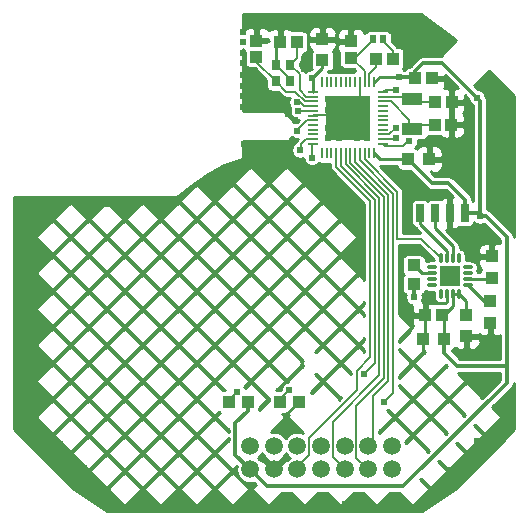
<source format=gbl>
G04 #@! TF.GenerationSoftware,KiCad,Pcbnew,5.1.5-52549c5~84~ubuntu18.04.1*
G04 #@! TF.CreationDate,2020-02-21T12:35:27+02:00*
G04 #@! TF.ProjectId,Touch_Switch_1ch,546f7563-685f-4537-9769-7463685f3163,rev?*
G04 #@! TF.SameCoordinates,Original*
G04 #@! TF.FileFunction,Copper,L2,Bot*
G04 #@! TF.FilePolarity,Positive*
%FSLAX46Y46*%
G04 Gerber Fmt 4.6, Leading zero omitted, Abs format (unit mm)*
G04 Created by KiCad (PCBNEW 5.1.5-52549c5~84~ubuntu18.04.1) date 2020-02-21 12:35:27*
%MOMM*%
%LPD*%
G04 APERTURE LIST*
%ADD10R,1.100000X1.000000*%
%ADD11R,0.635000X1.524000*%
%ADD12O,0.850000X0.280000*%
%ADD13O,0.280000X0.850000*%
%ADD14R,1.700000X1.700000*%
%ADD15R,1.000000X1.100000*%
%ADD16R,3.800000X3.800000*%
%ADD17O,0.220000X1.000000*%
%ADD18O,1.000000X0.220000*%
%ADD19R,0.600000X0.650000*%
%ADD20R,1.800000X1.000000*%
%ADD21C,1.500000*%
%ADD22R,0.800000X0.900000*%
%ADD23C,0.610000*%
%ADD24C,0.305000*%
%ADD25C,0.152000*%
%ADD26C,0.254000*%
%ADD27C,0.250000*%
G04 APERTURE END LIST*
D10*
X112395000Y-55764000D03*
X112395000Y-53964000D03*
D11*
X106299000Y-50292000D03*
X107569000Y-50292000D03*
X108839000Y-50292000D03*
X110109000Y-50292000D03*
D12*
X110339000Y-54876000D03*
X110339000Y-55376000D03*
X110339000Y-55876000D03*
X110339000Y-56376000D03*
D13*
X109589000Y-57126000D03*
X109089000Y-57126000D03*
X108589000Y-57126000D03*
X108089000Y-57126000D03*
D12*
X107339000Y-56376000D03*
X107339000Y-55876000D03*
X107339000Y-55376000D03*
X107339000Y-54876000D03*
D13*
X108089000Y-54126000D03*
X108589000Y-54126000D03*
X109089000Y-54126000D03*
X109589000Y-54126000D03*
D14*
X108839000Y-55626000D03*
D10*
X110236000Y-60717000D03*
X110236000Y-58917000D03*
D15*
X106542000Y-60960000D03*
X108342000Y-60960000D03*
D10*
X112268000Y-59574000D03*
X112268000Y-57774000D03*
D15*
X106742000Y-58928000D03*
X108142000Y-58928000D03*
D10*
X105791000Y-54699000D03*
X105791000Y-56299000D03*
D15*
X91717000Y-66294000D03*
X90117000Y-66294000D03*
X96023000Y-66294000D03*
X94423000Y-66294000D03*
D16*
X100205000Y-42227000D03*
D17*
X102404000Y-45228000D03*
X102006000Y-45228000D03*
X101607000Y-45228000D03*
X101205000Y-45228000D03*
X100807000Y-45228000D03*
X100405000Y-45228000D03*
X100007000Y-45228000D03*
X99605000Y-45228000D03*
X99206000Y-45228000D03*
X98805000Y-45228000D03*
X98406000Y-45228000D03*
X98005000Y-45228000D03*
X98005000Y-39228000D03*
X98406000Y-39228000D03*
X98805000Y-39228000D03*
X99206000Y-39228000D03*
X99605000Y-39228000D03*
X100007000Y-39228000D03*
X100405000Y-39228000D03*
X100807000Y-39228000D03*
X101205000Y-39228000D03*
X101607000Y-39228000D03*
X102006000Y-39228000D03*
X102404000Y-39228000D03*
D18*
X97206000Y-40027000D03*
X97206000Y-40428000D03*
X97206000Y-40827000D03*
X97206000Y-41228000D03*
X97206000Y-41627000D03*
X97206000Y-42029000D03*
X97206000Y-42427000D03*
X97206000Y-42829000D03*
X97206000Y-43227000D03*
X97206000Y-43629000D03*
X97206000Y-44028000D03*
X97206000Y-44429000D03*
X103206000Y-44429000D03*
X103206000Y-44028000D03*
X103206000Y-43629000D03*
X103206000Y-43227000D03*
X103206000Y-42829000D03*
X103206000Y-42427000D03*
X103206000Y-42029000D03*
X103206000Y-41627000D03*
X103206000Y-41228000D03*
X103206000Y-40827000D03*
X103206000Y-40428000D03*
X103206000Y-40027000D03*
D10*
X98044000Y-37360000D03*
X98044000Y-35560000D03*
D15*
X107072000Y-45720000D03*
X105272000Y-45720000D03*
X95885000Y-35814000D03*
X94485000Y-35814000D03*
D10*
X92456000Y-37087000D03*
X92456000Y-35687000D03*
D15*
X108966000Y-42799000D03*
X107566000Y-42799000D03*
X108969000Y-40894000D03*
X107569000Y-40894000D03*
X105915000Y-38862000D03*
X107315000Y-38862000D03*
D10*
X100457000Y-37149000D03*
X100457000Y-35749000D03*
D15*
X102616000Y-37211000D03*
X104016000Y-37211000D03*
D19*
X102319000Y-35560000D03*
X103167000Y-35560000D03*
D20*
X105664000Y-40660000D03*
X105664000Y-43160000D03*
D21*
X95918000Y-71992000D03*
X95918000Y-69992000D03*
X97918000Y-71992000D03*
X97918000Y-69992000D03*
X99918000Y-71992000D03*
X99918000Y-69992000D03*
X101918000Y-71992000D03*
X101918000Y-69992000D03*
X103918000Y-71992000D03*
X103918000Y-69992000D03*
X93918000Y-71942000D03*
X93918000Y-69992000D03*
X91918000Y-71992000D03*
X91918000Y-69992000D03*
D22*
X95307000Y-39119000D03*
X95307000Y-37719000D03*
X94107000Y-37719000D03*
X94107000Y-39119000D03*
D23*
X104267000Y-43053000D03*
X104267000Y-43942000D03*
X105410000Y-44196000D03*
X105791000Y-57404000D03*
X101600000Y-63881000D03*
X108331000Y-55118000D03*
X109347000Y-55118000D03*
X108331000Y-56134000D03*
X109347000Y-56134000D03*
X94996000Y-67564000D03*
X91440000Y-44450000D03*
X92456000Y-44450000D03*
X93472000Y-44450000D03*
X94361000Y-44450000D03*
X93853000Y-34290000D03*
X94742000Y-34290000D03*
X95758000Y-34290000D03*
X96647000Y-34290000D03*
X97663000Y-34290000D03*
X98552000Y-34290000D03*
X96520000Y-38100000D03*
X96520000Y-37211000D03*
X89027000Y-74930000D03*
X99441000Y-41529000D03*
X98552000Y-41529000D03*
X98552000Y-40640000D03*
X99441000Y-40640000D03*
X101854000Y-41529000D03*
X100932000Y-41496000D03*
X100965000Y-40640000D03*
X101854000Y-40640000D03*
X99441000Y-43942000D03*
X98552000Y-43942000D03*
X98552000Y-43053000D03*
X99441000Y-43053000D03*
X101854000Y-43942000D03*
X100965000Y-43942000D03*
X100965000Y-43053000D03*
X101854000Y-43053000D03*
X100203000Y-42226000D03*
X91948000Y-34290000D03*
X92837000Y-34290000D03*
X91313000Y-39497000D03*
X91313000Y-38608000D03*
X91313000Y-41275000D03*
X91313000Y-40386000D03*
X92202000Y-41275000D03*
X92202000Y-40386000D03*
X92202000Y-39497000D03*
X95758000Y-42418000D03*
X95250000Y-44450000D03*
X95123000Y-41910000D03*
X91313000Y-34925000D03*
X91313000Y-35814000D03*
X91313000Y-36703000D03*
X91313000Y-37592000D03*
X101346000Y-34290000D03*
X100330000Y-34290000D03*
X99441000Y-34290000D03*
X112649000Y-48895000D03*
X112649000Y-49911000D03*
X105029000Y-35306000D03*
X105918000Y-35306000D03*
X106807000Y-35306000D03*
X107696000Y-35306000D03*
X109093000Y-39497000D03*
X109855000Y-44577000D03*
X91948000Y-74930000D03*
X95885000Y-74930000D03*
X99949000Y-74930000D03*
X103886000Y-74930000D03*
X73787000Y-49530000D03*
X73787000Y-51562000D03*
X73787000Y-55626000D03*
X73787000Y-53594000D03*
X73787000Y-59690000D03*
X73787000Y-57658000D03*
X73787000Y-63754000D03*
X73787000Y-61722000D03*
X73787000Y-67818000D03*
X73787000Y-65786000D03*
X75819000Y-69850000D03*
X77851000Y-71882000D03*
X79883000Y-73914000D03*
X85344000Y-74930000D03*
X105664000Y-62992000D03*
X111379000Y-64389000D03*
X75819000Y-49530000D03*
X77851000Y-49530000D03*
X79883000Y-49530000D03*
X81915000Y-49530000D03*
X108839000Y-72009000D03*
X111125000Y-69596000D03*
X111379000Y-52197000D03*
X111379000Y-62357000D03*
X95250000Y-65278000D03*
X103251000Y-66294000D03*
X90805000Y-65405000D03*
X97155000Y-45593000D03*
X96139000Y-44958000D03*
X104267000Y-39878000D03*
X95885000Y-43307000D03*
X96012000Y-41656000D03*
X95885000Y-40894000D03*
X97155000Y-38862000D03*
X104521000Y-38735000D03*
X111379000Y-50546000D03*
X111125000Y-40513000D03*
D24*
X105791000Y-57404000D02*
X105791000Y-56299000D01*
D25*
X103205000Y-43628000D02*
X103692000Y-43628000D01*
X103692000Y-43628000D02*
X104267000Y-43053000D01*
X103205000Y-44027000D02*
X104182000Y-44027000D01*
X104182000Y-44027000D02*
X104267000Y-43942000D01*
X95918000Y-71991000D02*
X95918000Y-71747000D01*
X95918000Y-71747000D02*
X96926000Y-70739000D01*
X96926000Y-70739000D02*
X96926000Y-69317000D01*
X96926000Y-69317000D02*
X98171000Y-68072000D01*
X99207000Y-45227000D02*
X99207000Y-46373000D01*
X99207000Y-46373000D02*
X102108000Y-49276000D01*
X102108000Y-49276000D02*
X102108000Y-62484000D01*
X102108000Y-62484000D02*
X100965000Y-63627000D01*
X100965000Y-63627000D02*
X100965000Y-65278000D01*
X100965000Y-65278000D02*
X98171000Y-68072000D01*
D26*
X108589000Y-54126000D02*
X108589000Y-53471000D01*
X108589000Y-53471000D02*
X106299000Y-51181000D01*
X106299000Y-51181000D02*
X106299000Y-50292000D01*
X109089000Y-54126000D02*
X109089000Y-53082000D01*
X109089000Y-53082000D02*
X107569000Y-51562000D01*
X107569000Y-51562000D02*
X107569000Y-50292000D01*
X107339000Y-55376000D02*
X106468000Y-55376000D01*
X106468000Y-55376000D02*
X105791000Y-54699000D01*
X110340000Y-55875000D02*
X112395000Y-55875000D01*
X112395000Y-55875000D02*
X112395000Y-55763000D01*
X110339000Y-56376000D02*
X111737000Y-57774000D01*
X111737000Y-57774000D02*
X112268000Y-57774000D01*
D25*
X105410000Y-44196000D02*
X105283000Y-44196000D01*
X105283000Y-44196000D02*
X104902000Y-44577000D01*
X104902000Y-44577000D02*
X103355000Y-44577000D01*
X103355000Y-44577000D02*
X103205000Y-44430000D01*
X99606000Y-45227000D02*
X99606000Y-46266000D01*
X99606000Y-46266000D02*
X102489000Y-49149000D01*
X102489000Y-49149000D02*
X102489000Y-62992000D01*
X102489000Y-62992000D02*
X101600000Y-63881000D01*
X94107000Y-37719000D02*
X95307000Y-38919000D01*
X95307000Y-38919000D02*
X95307000Y-39119000D01*
X94211000Y-37719000D02*
X94107000Y-37719000D01*
X94211000Y-37719000D02*
X94315000Y-37719000D01*
X107315000Y-38862000D02*
X107655000Y-38862000D01*
X108969000Y-40894000D02*
X108628000Y-40894000D01*
X101204000Y-39227000D02*
X101204000Y-41225000D01*
X101204000Y-41225000D02*
X100932000Y-41496000D01*
X100932000Y-41496000D02*
X100203000Y-42226000D01*
X97203000Y-42027000D02*
X100015000Y-42037000D01*
X100015000Y-42037000D02*
X100203000Y-42225000D01*
D27*
X94107000Y-36192000D02*
X94485000Y-35814000D01*
X94107000Y-37719000D02*
X94107000Y-36192000D01*
X94996000Y-67321000D02*
X96023000Y-66294000D01*
X94996000Y-67564000D02*
X94996000Y-67321000D01*
X106742000Y-60760000D02*
X106542000Y-60960000D01*
X106742000Y-58928000D02*
X106742000Y-60760000D01*
D26*
X106741000Y-58105000D02*
X106741000Y-58928000D01*
X106934000Y-57912000D02*
X106741000Y-58105000D01*
X108458000Y-57912000D02*
X106934000Y-57912000D01*
X108590000Y-57127000D02*
X108590000Y-57780000D01*
X108590000Y-57780000D02*
X108458000Y-57912000D01*
D27*
X106542000Y-61760000D02*
X106542000Y-60960000D01*
X105664000Y-62992000D02*
X106542000Y-62114000D01*
X106542000Y-62114000D02*
X106542000Y-61760000D01*
D25*
X104016000Y-37211000D02*
X104016000Y-36579000D01*
X104016000Y-36579000D02*
X103167000Y-35730000D01*
X103167000Y-35730000D02*
X103167000Y-35560000D01*
X95250000Y-65278000D02*
X94234000Y-66294000D01*
X94234000Y-66294000D02*
X94223000Y-66294000D01*
X101605000Y-45227000D02*
X101605000Y-45725000D01*
X101605000Y-45725000D02*
X104394000Y-48514000D01*
X104394000Y-48514000D02*
X104394000Y-52451000D01*
X104394000Y-52451000D02*
X106413000Y-52451000D01*
X106413000Y-52451000D02*
X108090000Y-54125000D01*
X101204000Y-45227000D02*
X101204000Y-45832000D01*
X101204000Y-45832000D02*
X104013000Y-48641000D01*
X104013000Y-48641000D02*
X104013000Y-65532000D01*
X104013000Y-65532000D02*
X103251000Y-66294000D01*
X100808000Y-45227000D02*
X100808000Y-45944000D01*
X100808000Y-45944000D02*
X103632000Y-48768000D01*
X103632000Y-48768000D02*
X103632000Y-64516000D01*
X103632000Y-64516000D02*
X102362000Y-65786000D01*
X102362000Y-65786000D02*
X102362000Y-69548000D01*
X102362000Y-69548000D02*
X101918000Y-69992000D01*
X100404000Y-45227000D02*
X100404000Y-46048000D01*
X100404000Y-46048000D02*
X103251000Y-48895000D01*
X103251000Y-48895000D02*
X103251000Y-64262000D01*
X103251000Y-64262000D02*
X102362000Y-65151000D01*
X102362000Y-65151000D02*
X100914000Y-66599000D01*
X100914000Y-66599000D02*
X100914000Y-70988000D01*
X100914000Y-70988000D02*
X101917000Y-71991000D01*
X100007000Y-45227000D02*
X100007000Y-46159000D01*
X100007000Y-46159000D02*
X102870000Y-49022000D01*
X102870000Y-49022000D02*
X102870000Y-64008000D01*
X102870000Y-64008000D02*
X98908000Y-67970000D01*
X98908000Y-67970000D02*
X98908000Y-70980000D01*
X98908000Y-70980000D02*
X99919000Y-71991000D01*
X90805000Y-65405000D02*
X89916000Y-66294000D01*
X97155000Y-45593000D02*
X97196000Y-45552000D01*
X97196000Y-45552000D02*
X97196000Y-44430000D01*
X96139000Y-44958000D02*
X96266000Y-44831000D01*
X96266000Y-44831000D02*
X96266000Y-44450000D01*
X96266000Y-44450000D02*
X96688000Y-44028000D01*
X96688000Y-44028000D02*
X97196000Y-44028000D01*
X103205000Y-40028000D02*
X103355000Y-39878000D01*
X103355000Y-39878000D02*
X104267000Y-39878000D01*
X97282000Y-42418000D02*
X96718000Y-42418000D01*
X96718000Y-42418000D02*
X95964000Y-43172000D01*
X95964000Y-43172000D02*
X95964000Y-43299000D01*
X97204000Y-41627000D02*
X97175000Y-41656000D01*
X97175000Y-41656000D02*
X96012000Y-41656000D01*
X95885000Y-40894000D02*
X96139000Y-40894000D01*
X96139000Y-40894000D02*
X96472000Y-41227000D01*
X96472000Y-41227000D02*
X97203000Y-41227000D01*
X100457000Y-37150000D02*
X100772000Y-37150000D01*
X100772000Y-37150000D02*
X102319000Y-35603000D01*
X102319000Y-35603000D02*
X102319000Y-35560000D01*
X101606000Y-39228000D02*
X101606000Y-38298000D01*
X101606000Y-38298000D02*
X100457000Y-37149000D01*
X102616000Y-37211000D02*
X102616000Y-37943000D01*
X102616000Y-37943000D02*
X102004000Y-38552000D01*
X102004000Y-38552000D02*
X102004000Y-39218000D01*
D26*
X102404000Y-45227000D02*
X102896000Y-45720000D01*
X102896000Y-45720000D02*
X105272000Y-45720000D01*
D24*
X91717000Y-66294000D02*
X91717000Y-67033000D01*
X91717000Y-67033000D02*
X90678000Y-68072000D01*
X90678000Y-68072000D02*
X90678000Y-70752000D01*
X90678000Y-70752000D02*
X91918000Y-71991000D01*
X104521000Y-38735000D02*
X105788000Y-38735000D01*
X105788000Y-38735000D02*
X105915000Y-38862000D01*
D26*
X97155000Y-38862000D02*
X98044000Y-37973000D01*
X98044000Y-37973000D02*
X98044000Y-37360000D01*
X97155000Y-38862000D02*
X97204000Y-38911000D01*
X97204000Y-38911000D02*
X97204000Y-40026000D01*
X102403000Y-39227000D02*
X102895000Y-38735000D01*
X102895000Y-38735000D02*
X104521000Y-38735000D01*
X109089000Y-57126000D02*
X109589000Y-57126000D01*
D24*
X91918000Y-71991000D02*
X93332000Y-73406000D01*
X93332000Y-73406000D02*
X104902000Y-73406000D01*
X104902000Y-73406000D02*
X113665000Y-64643000D01*
X113665000Y-64643000D02*
X113665000Y-52324000D01*
X113665000Y-52324000D02*
X111887000Y-50546000D01*
X111887000Y-50546000D02*
X111379000Y-50546000D01*
X111379000Y-50546000D02*
X111125000Y-50292000D01*
X111125000Y-50292000D02*
X110109000Y-50292000D01*
X111379000Y-50546000D02*
X111379000Y-40767000D01*
X111379000Y-40767000D02*
X108204000Y-37592000D01*
X108204000Y-37592000D02*
X106553000Y-37592000D01*
X106553000Y-37592000D02*
X105915000Y-38230000D01*
X105915000Y-38230000D02*
X105915000Y-38862000D01*
X110109000Y-50292000D02*
X110109000Y-49149000D01*
X110109000Y-49149000D02*
X108712000Y-47752000D01*
X108712000Y-47752000D02*
X107304000Y-47752000D01*
X107304000Y-47752000D02*
X105272000Y-45720000D01*
D26*
X109589000Y-57126000D02*
X110236000Y-57773000D01*
X110236000Y-57773000D02*
X110236000Y-58917000D01*
X109088000Y-57127000D02*
X109088000Y-58171000D01*
X109088000Y-58171000D02*
X108331000Y-58928000D01*
X108331000Y-58928000D02*
X108143000Y-58928000D01*
X108142000Y-58928000D02*
X108342000Y-59128000D01*
X108342000Y-59128000D02*
X108342000Y-60960000D01*
D24*
X108341000Y-60960000D02*
X108341000Y-62113000D01*
X108341000Y-62113000D02*
X109474000Y-63246000D01*
X109474000Y-63246000D02*
X113665000Y-63246000D01*
X113665000Y-63246000D02*
X113665000Y-62992000D01*
D25*
X94107000Y-39119000D02*
X94993000Y-40005000D01*
X94993000Y-40005000D02*
X95758000Y-40005000D01*
X95758000Y-40005000D02*
X96578000Y-40825000D01*
X96578000Y-40825000D02*
X97203000Y-40825000D01*
X92456000Y-37087000D02*
X92456000Y-37468000D01*
X92456000Y-37468000D02*
X94107000Y-39119000D01*
X97203000Y-40427000D02*
X96688000Y-40427000D01*
X96688000Y-40427000D02*
X96139000Y-39878000D01*
X96139000Y-39878000D02*
X96139000Y-38552000D01*
X96139000Y-38552000D02*
X95306000Y-37719000D01*
X95307000Y-37719000D02*
X95885000Y-37141000D01*
X95885000Y-37141000D02*
X95885000Y-35814000D01*
X103206000Y-40428000D02*
X105178000Y-40428000D01*
X105178000Y-40428000D02*
X105410000Y-40660000D01*
X105410000Y-40660000D02*
X105644000Y-40894000D01*
X105644000Y-40894000D02*
X107569000Y-40894000D01*
X103205000Y-40828000D02*
X103817000Y-40828000D01*
X103817000Y-40828000D02*
X105410000Y-42418000D01*
X105410000Y-42418000D02*
X105410000Y-43160000D01*
X105410000Y-43160000D02*
X105771000Y-42799000D01*
X105771000Y-42799000D02*
X107566000Y-42799000D01*
D26*
G36*
X95535900Y-43960121D02*
G01*
X95670025Y-44015677D01*
X95812412Y-44044000D01*
X95953580Y-44044000D01*
X95924430Y-44073150D01*
X95905053Y-44089052D01*
X95889151Y-44108429D01*
X95889150Y-44108430D01*
X95841571Y-44166405D01*
X95811137Y-44223344D01*
X95794400Y-44254657D01*
X95776436Y-44313875D01*
X95669190Y-44385535D01*
X95566535Y-44488190D01*
X95485879Y-44608900D01*
X95430323Y-44743025D01*
X95402000Y-44885412D01*
X95402000Y-45030588D01*
X95430323Y-45172975D01*
X95485879Y-45307100D01*
X95566535Y-45427810D01*
X95669190Y-45530465D01*
X95789900Y-45611121D01*
X95924025Y-45666677D01*
X96066412Y-45695000D01*
X96211588Y-45695000D01*
X96353975Y-45666677D01*
X96418000Y-45640157D01*
X96418000Y-45665588D01*
X96446323Y-45807975D01*
X96501879Y-45942100D01*
X96582535Y-46062810D01*
X96685190Y-46165465D01*
X96805900Y-46246121D01*
X96940025Y-46301677D01*
X97082412Y-46330000D01*
X97227588Y-46330000D01*
X97369975Y-46301677D01*
X97504100Y-46246121D01*
X97624810Y-46165465D01*
X97713512Y-46076763D01*
X97796583Y-46121165D01*
X97898751Y-46152157D01*
X98005000Y-46162622D01*
X98111250Y-46152157D01*
X98205501Y-46123567D01*
X98299751Y-46152157D01*
X98406000Y-46162622D01*
X98512250Y-46152157D01*
X98605501Y-46123870D01*
X98698751Y-46152157D01*
X98699001Y-46152182D01*
X98699001Y-46347958D01*
X98696543Y-46372825D01*
X98699001Y-46397867D01*
X98699001Y-46397947D01*
X98701323Y-46421526D01*
X98706318Y-46472412D01*
X98706343Y-46472495D01*
X98706352Y-46472585D01*
X98721074Y-46521116D01*
X98735333Y-46568181D01*
X98735374Y-46568258D01*
X98735400Y-46568343D01*
X98758411Y-46611394D01*
X98782473Y-46656448D01*
X98782532Y-46656520D01*
X98782572Y-46656595D01*
X98813582Y-46694381D01*
X98830032Y-46714440D01*
X98830096Y-46714504D01*
X98846053Y-46733948D01*
X98865361Y-46749794D01*
X101600000Y-49486317D01*
X101600001Y-55928764D01*
X101222771Y-55537815D01*
X101203540Y-55521493D01*
X101181765Y-55509423D01*
X101158054Y-55501833D01*
X101133318Y-55499015D01*
X101108507Y-55501077D01*
X101084575Y-55507939D01*
X101062442Y-55519339D01*
X101042958Y-55534837D01*
X99733579Y-56804837D01*
X99716403Y-56825443D01*
X99704667Y-56847399D01*
X99697440Y-56871224D01*
X99695000Y-56896000D01*
X99695466Y-56900729D01*
X99697440Y-56920776D01*
X99704667Y-56944601D01*
X99716403Y-56966557D01*
X99732197Y-56985803D01*
X101002197Y-58255803D01*
X101021219Y-58271447D01*
X101043150Y-58283229D01*
X101066959Y-58290507D01*
X101091730Y-58293000D01*
X101116512Y-58290612D01*
X101140352Y-58283436D01*
X101162333Y-58271746D01*
X101181612Y-58255993D01*
X101600001Y-57839376D01*
X101600001Y-57996714D01*
X101257579Y-58328837D01*
X101240403Y-58349443D01*
X101228667Y-58371399D01*
X101221440Y-58395224D01*
X101219000Y-58420000D01*
X101219466Y-58424729D01*
X101221440Y-58444776D01*
X101228667Y-58468601D01*
X101240403Y-58490557D01*
X101256197Y-58509803D01*
X101600001Y-58853607D01*
X101600001Y-58976765D01*
X101222771Y-58585815D01*
X101203540Y-58569493D01*
X101181765Y-58557423D01*
X101158054Y-58549833D01*
X101133318Y-58547015D01*
X101108507Y-58549077D01*
X101084575Y-58555939D01*
X101062442Y-58567339D01*
X101042958Y-58582837D01*
X99733579Y-59852837D01*
X99716403Y-59873443D01*
X99704667Y-59895399D01*
X99697440Y-59919224D01*
X99695000Y-59944000D01*
X99695466Y-59948729D01*
X99697440Y-59968776D01*
X99704667Y-59992601D01*
X99716403Y-60014557D01*
X99732197Y-60033803D01*
X101002197Y-61303803D01*
X101021219Y-61319447D01*
X101043150Y-61331229D01*
X101066959Y-61338507D01*
X101091730Y-61341000D01*
X101116512Y-61338612D01*
X101140352Y-61331436D01*
X101162333Y-61319746D01*
X101181612Y-61303993D01*
X101600001Y-60887376D01*
X101600001Y-61044713D01*
X101257579Y-61376837D01*
X101240403Y-61397443D01*
X101228667Y-61419399D01*
X101221440Y-61443224D01*
X101219000Y-61468000D01*
X101219466Y-61472729D01*
X101221440Y-61492776D01*
X101228667Y-61516601D01*
X101240403Y-61538557D01*
X101256197Y-61557803D01*
X101600001Y-61901607D01*
X101600001Y-62024765D01*
X101222771Y-61633815D01*
X101203540Y-61617493D01*
X101181765Y-61605423D01*
X101158054Y-61597833D01*
X101133318Y-61595015D01*
X101108507Y-61597077D01*
X101084575Y-61603939D01*
X101062442Y-61615339D01*
X101042958Y-61630837D01*
X99733579Y-62900837D01*
X99716403Y-62921443D01*
X99704667Y-62943399D01*
X99697440Y-62967224D01*
X99695000Y-62992000D01*
X99695466Y-62996729D01*
X99697440Y-63016776D01*
X99704667Y-63040601D01*
X99716403Y-63062557D01*
X99732197Y-63081803D01*
X100457000Y-63806606D01*
X100457000Y-63943621D01*
X99698771Y-63157815D01*
X99679540Y-63141493D01*
X99657765Y-63129423D01*
X99634054Y-63121833D01*
X99609318Y-63119015D01*
X99584507Y-63121077D01*
X99560575Y-63127939D01*
X99538442Y-63139339D01*
X99518958Y-63154837D01*
X98209579Y-64424837D01*
X98192403Y-64445443D01*
X98180667Y-64467399D01*
X98173440Y-64491224D01*
X98171000Y-64516000D01*
X98171466Y-64520729D01*
X98173440Y-64540776D01*
X98180667Y-64564601D01*
X98192403Y-64586557D01*
X98208197Y-64605803D01*
X99478197Y-65875803D01*
X99497219Y-65891447D01*
X99519150Y-65903229D01*
X99542959Y-65910507D01*
X99567730Y-65913000D01*
X99592512Y-65910612D01*
X99616352Y-65903436D01*
X99626587Y-65897993D01*
X99431368Y-66093212D01*
X99438097Y-66072376D01*
X99440980Y-66047647D01*
X99438982Y-66022831D01*
X99432182Y-65998881D01*
X99420840Y-65976719D01*
X99405392Y-65957194D01*
X98174771Y-64681815D01*
X98155540Y-64665493D01*
X98133765Y-64653423D01*
X98110054Y-64645833D01*
X98085318Y-64643015D01*
X98060507Y-64645077D01*
X98036575Y-64651939D01*
X98014442Y-64663339D01*
X97994958Y-64678837D01*
X97120690Y-65526812D01*
X97112502Y-65499820D01*
X97069040Y-65418510D01*
X97879612Y-64611372D01*
X97894320Y-64593811D01*
X97906446Y-64572067D01*
X97914097Y-64548376D01*
X97916980Y-64523647D01*
X97914982Y-64498831D01*
X97908182Y-64474881D01*
X97896840Y-64452719D01*
X97881392Y-64433194D01*
X97387447Y-63921284D01*
X97501076Y-63898682D01*
X97954197Y-64351803D01*
X97973219Y-64367447D01*
X97995150Y-64379229D01*
X98018959Y-64386507D01*
X98043730Y-64389000D01*
X98068512Y-64386612D01*
X98092352Y-64379436D01*
X98114333Y-64367746D01*
X98133612Y-64351993D01*
X99403612Y-63087372D01*
X99418320Y-63069811D01*
X99430446Y-63048067D01*
X99438097Y-63024376D01*
X99440980Y-62999647D01*
X99438982Y-62974831D01*
X99432182Y-62950881D01*
X99420840Y-62928719D01*
X99405392Y-62909194D01*
X98174771Y-61633815D01*
X98155540Y-61617493D01*
X98133765Y-61605423D01*
X98110054Y-61597833D01*
X98085318Y-61595015D01*
X98060507Y-61597077D01*
X98036575Y-61603939D01*
X98014442Y-61615339D01*
X97994958Y-61630837D01*
X97522078Y-62089495D01*
X97379693Y-62061173D01*
X97879612Y-61563372D01*
X97894320Y-61545811D01*
X97906446Y-61524067D01*
X97914097Y-61500376D01*
X97916980Y-61475647D01*
X97916365Y-61468000D01*
X98171000Y-61468000D01*
X98171466Y-61472729D01*
X98173440Y-61492776D01*
X98180667Y-61516601D01*
X98192403Y-61538557D01*
X98208197Y-61557803D01*
X99478197Y-62827803D01*
X99497219Y-62843447D01*
X99519150Y-62855229D01*
X99542959Y-62862507D01*
X99567730Y-62865000D01*
X99592512Y-62862612D01*
X99616352Y-62855436D01*
X99638333Y-62843746D01*
X99657612Y-62827993D01*
X100927612Y-61563372D01*
X100942320Y-61545811D01*
X100954446Y-61524067D01*
X100962097Y-61500376D01*
X100964980Y-61475647D01*
X100962982Y-61450831D01*
X100956182Y-61426881D01*
X100944840Y-61404719D01*
X100929392Y-61385194D01*
X99698771Y-60109815D01*
X99679540Y-60093493D01*
X99657765Y-60081423D01*
X99634054Y-60073833D01*
X99609318Y-60071015D01*
X99584507Y-60073077D01*
X99560575Y-60079939D01*
X99538442Y-60091339D01*
X99518958Y-60106837D01*
X98209579Y-61376837D01*
X98192403Y-61397443D01*
X98180667Y-61419399D01*
X98173440Y-61443224D01*
X98171000Y-61468000D01*
X97916365Y-61468000D01*
X97914982Y-61450831D01*
X97908182Y-61426881D01*
X97896840Y-61404719D01*
X97881392Y-61385194D01*
X96650771Y-60109815D01*
X96631540Y-60093493D01*
X96609765Y-60081423D01*
X96586054Y-60073833D01*
X96561318Y-60071015D01*
X96536507Y-60073077D01*
X96512575Y-60079939D01*
X96490442Y-60091339D01*
X96470958Y-60106837D01*
X95161579Y-61376837D01*
X95144403Y-61397443D01*
X95132667Y-61419399D01*
X95125440Y-61443224D01*
X95123000Y-61468000D01*
X95123466Y-61472729D01*
X95125440Y-61492776D01*
X95132667Y-61516601D01*
X95144403Y-61538557D01*
X95160197Y-61557803D01*
X96375318Y-62772924D01*
X96350668Y-62896847D01*
X95126771Y-61628436D01*
X95107540Y-61612114D01*
X95085765Y-61600044D01*
X95062054Y-61592454D01*
X95037318Y-61589636D01*
X95012507Y-61591698D01*
X94988575Y-61598560D01*
X94966442Y-61609960D01*
X94946958Y-61625458D01*
X93637579Y-62895458D01*
X93620403Y-62916064D01*
X93608667Y-62938020D01*
X93601440Y-62961845D01*
X93599000Y-62986621D01*
X93599466Y-62991350D01*
X93601440Y-63011397D01*
X93608667Y-63035222D01*
X93620403Y-63057178D01*
X93636197Y-63076424D01*
X94906197Y-64346424D01*
X94925219Y-64362068D01*
X94947150Y-64373850D01*
X94970959Y-64381128D01*
X94995730Y-64383621D01*
X95020512Y-64381233D01*
X95044352Y-64374057D01*
X95066333Y-64362367D01*
X95085612Y-64346614D01*
X96350629Y-63086955D01*
X96381408Y-63241694D01*
X95161579Y-64424837D01*
X95144403Y-64445443D01*
X95132667Y-64467399D01*
X95125440Y-64491224D01*
X95123000Y-64516000D01*
X95123466Y-64520729D01*
X95125440Y-64540776D01*
X95128462Y-64550737D01*
X95035025Y-64569323D01*
X94900900Y-64624879D01*
X94780190Y-64705535D01*
X94677535Y-64808190D01*
X94596879Y-64928900D01*
X94541323Y-65063025D01*
X94513000Y-65205412D01*
X94513000Y-65296579D01*
X94499669Y-65309910D01*
X94130103Y-65309910D01*
X94831612Y-64611372D01*
X94846320Y-64593811D01*
X94858446Y-64572067D01*
X94866097Y-64548376D01*
X94868980Y-64523647D01*
X94866982Y-64498831D01*
X94860182Y-64474881D01*
X94848840Y-64452719D01*
X94833392Y-64433194D01*
X93602771Y-63157815D01*
X93583540Y-63141493D01*
X93561765Y-63129423D01*
X93538054Y-63121833D01*
X93513318Y-63119015D01*
X93488507Y-63121077D01*
X93464575Y-63127939D01*
X93442442Y-63139339D01*
X93422958Y-63154837D01*
X92113579Y-64424837D01*
X92096403Y-64445443D01*
X92084667Y-64467399D01*
X92077440Y-64491224D01*
X92075000Y-64516000D01*
X92075466Y-64520729D01*
X92077440Y-64540776D01*
X92084667Y-64564601D01*
X92096403Y-64586557D01*
X92112197Y-64605803D01*
X93382197Y-65875803D01*
X93401219Y-65891447D01*
X93423150Y-65903229D01*
X93446959Y-65910507D01*
X93471730Y-65913000D01*
X93488910Y-65911345D01*
X93488910Y-66169044D01*
X93488507Y-66169077D01*
X93464575Y-66175939D01*
X93442442Y-66187339D01*
X93422958Y-66202837D01*
X92629470Y-66972461D01*
X92642749Y-66928687D01*
X92651090Y-66844000D01*
X92651090Y-66789113D01*
X93307612Y-66135372D01*
X93322320Y-66117811D01*
X93334446Y-66096067D01*
X93342097Y-66072376D01*
X93344980Y-66047647D01*
X93342982Y-66022831D01*
X93336182Y-65998881D01*
X93324840Y-65976719D01*
X93309392Y-65957194D01*
X92078771Y-64681815D01*
X92059540Y-64665493D01*
X92037765Y-64653423D01*
X92014054Y-64645833D01*
X91989318Y-64643015D01*
X91964507Y-64645077D01*
X91940575Y-64651939D01*
X91918442Y-64663339D01*
X91898958Y-64678837D01*
X91473048Y-65091938D01*
X91458121Y-65055900D01*
X91409807Y-64983594D01*
X91783612Y-64611372D01*
X91798320Y-64593811D01*
X91810446Y-64572067D01*
X91818097Y-64548376D01*
X91820980Y-64523647D01*
X91818982Y-64498831D01*
X91812182Y-64474881D01*
X91800840Y-64452719D01*
X91785392Y-64433194D01*
X90554771Y-63157815D01*
X90535540Y-63141493D01*
X90513765Y-63129423D01*
X90490054Y-63121833D01*
X90465318Y-63119015D01*
X90440507Y-63121077D01*
X90416575Y-63127939D01*
X90394442Y-63139339D01*
X90374958Y-63154837D01*
X89065579Y-64424837D01*
X89048403Y-64445443D01*
X89036667Y-64467399D01*
X89029440Y-64491224D01*
X89027000Y-64516000D01*
X89027466Y-64520729D01*
X89029440Y-64540776D01*
X89036667Y-64564601D01*
X89048403Y-64586557D01*
X89064197Y-64605803D01*
X89768304Y-65309910D01*
X89636824Y-65309910D01*
X89030771Y-64681815D01*
X89011540Y-64665493D01*
X88989765Y-64653423D01*
X88966054Y-64645833D01*
X88941318Y-64643015D01*
X88916507Y-64645077D01*
X88892575Y-64651939D01*
X88870442Y-64663339D01*
X88850958Y-64678837D01*
X87541579Y-65948837D01*
X87524403Y-65969443D01*
X87512667Y-65991399D01*
X87505440Y-66015224D01*
X87503000Y-66040000D01*
X87503466Y-66044729D01*
X87505440Y-66064776D01*
X87512667Y-66088601D01*
X87524403Y-66110557D01*
X87540197Y-66129803D01*
X88810197Y-67399803D01*
X88829219Y-67415447D01*
X88851150Y-67427229D01*
X88874959Y-67434507D01*
X88899730Y-67437000D01*
X88924512Y-67434612D01*
X88948352Y-67427436D01*
X88970333Y-67415746D01*
X88989612Y-67399993D01*
X89278422Y-67112406D01*
X89310052Y-67150948D01*
X89357393Y-67189799D01*
X89065579Y-67472837D01*
X89048403Y-67493443D01*
X89036667Y-67515399D01*
X89029440Y-67539224D01*
X89027000Y-67564000D01*
X89027466Y-67568729D01*
X89029440Y-67588776D01*
X89036667Y-67612601D01*
X89048403Y-67634557D01*
X89064197Y-67653803D01*
X90093500Y-68683106D01*
X90093500Y-68831196D01*
X89030771Y-67729815D01*
X89011540Y-67713493D01*
X88989765Y-67701423D01*
X88966054Y-67693833D01*
X88941318Y-67691015D01*
X88916507Y-67693077D01*
X88892575Y-67699939D01*
X88870442Y-67711339D01*
X88850958Y-67726837D01*
X87541579Y-68996837D01*
X87524403Y-69017443D01*
X87512667Y-69039399D01*
X87505440Y-69063224D01*
X87503000Y-69088000D01*
X87503466Y-69092729D01*
X87505440Y-69112776D01*
X87512667Y-69136601D01*
X87524403Y-69158557D01*
X87540197Y-69177803D01*
X88810197Y-70447803D01*
X88829219Y-70463447D01*
X88851150Y-70475229D01*
X88874959Y-70482507D01*
X88899730Y-70485000D01*
X88924512Y-70482612D01*
X88948352Y-70475436D01*
X88970333Y-70463746D01*
X88989612Y-70447993D01*
X90093500Y-69348780D01*
X90093501Y-69523830D01*
X89065579Y-70520837D01*
X89048403Y-70541443D01*
X89036667Y-70563399D01*
X89029440Y-70587224D01*
X89027000Y-70612000D01*
X89027466Y-70616729D01*
X89029440Y-70636776D01*
X89036667Y-70660601D01*
X89048403Y-70682557D01*
X89064197Y-70701803D01*
X90334197Y-71971803D01*
X90353219Y-71987447D01*
X90375150Y-71999229D01*
X90398959Y-72006507D01*
X90423730Y-72009000D01*
X90448512Y-72006612D01*
X90472352Y-71999436D01*
X90494333Y-71987746D01*
X90513612Y-71971993D01*
X90767015Y-71719664D01*
X90736000Y-71875583D01*
X90736000Y-72108417D01*
X90781424Y-72336777D01*
X90870525Y-72551887D01*
X90999881Y-72745481D01*
X91164519Y-72910119D01*
X91358113Y-73039475D01*
X91573223Y-73128576D01*
X91801583Y-73174000D01*
X92034417Y-73174000D01*
X92234148Y-73134271D01*
X92395326Y-73295563D01*
X92113579Y-73568837D01*
X92096403Y-73589443D01*
X92084667Y-73611399D01*
X92077440Y-73635224D01*
X92075000Y-73660000D01*
X92075466Y-73664729D01*
X92077440Y-73684776D01*
X92084667Y-73708601D01*
X92096403Y-73730557D01*
X92112197Y-73749803D01*
X93382197Y-75019803D01*
X93401219Y-75035447D01*
X93423150Y-75047229D01*
X93446959Y-75054507D01*
X93471730Y-75057000D01*
X93496512Y-75054612D01*
X93520352Y-75047436D01*
X93542333Y-75035746D01*
X93561612Y-75019993D01*
X94595484Y-73990500D01*
X95400894Y-73990500D01*
X96430197Y-75019803D01*
X96449219Y-75035447D01*
X96471150Y-75047229D01*
X96494959Y-75054507D01*
X96519730Y-75057000D01*
X96544512Y-75054612D01*
X96568352Y-75047436D01*
X96590333Y-75035746D01*
X96609612Y-75019993D01*
X97643484Y-73990500D01*
X98448894Y-73990500D01*
X99478197Y-75019803D01*
X99497219Y-75035447D01*
X99519150Y-75047229D01*
X99542959Y-75054507D01*
X99567730Y-75057000D01*
X99592512Y-75054612D01*
X99616352Y-75047436D01*
X99638333Y-75035746D01*
X99657612Y-75019993D01*
X100691484Y-73990500D01*
X101496894Y-73990500D01*
X102526197Y-75019803D01*
X102545219Y-75035447D01*
X102567150Y-75047229D01*
X102590959Y-75054507D01*
X102615730Y-75057000D01*
X102640512Y-75054612D01*
X102664352Y-75047436D01*
X102686333Y-75035746D01*
X102705612Y-75019993D01*
X103739484Y-73990500D01*
X104544894Y-73990500D01*
X105574197Y-75019803D01*
X105593219Y-75035447D01*
X105615150Y-75047229D01*
X105638959Y-75054507D01*
X105663730Y-75057000D01*
X105688512Y-75054612D01*
X105712352Y-75047436D01*
X105734333Y-75035746D01*
X105753612Y-75019993D01*
X107023612Y-73755372D01*
X107038320Y-73737811D01*
X107050446Y-73716067D01*
X107058097Y-73692376D01*
X107060980Y-73667647D01*
X107058982Y-73642831D01*
X107052182Y-73618881D01*
X107040840Y-73596719D01*
X107025392Y-73577194D01*
X106304512Y-72830095D01*
X106368501Y-72766107D01*
X107098197Y-73495803D01*
X107117219Y-73511447D01*
X107139150Y-73523229D01*
X107162959Y-73530507D01*
X107187730Y-73533000D01*
X107212512Y-73530612D01*
X107236352Y-73523436D01*
X107258333Y-73511746D01*
X107277612Y-73495993D01*
X108547612Y-72231372D01*
X108562320Y-72213811D01*
X108574446Y-72192067D01*
X108582097Y-72168376D01*
X108584980Y-72143647D01*
X108582982Y-72118831D01*
X108576182Y-72094881D01*
X108564840Y-72072719D01*
X108549392Y-72053194D01*
X107828512Y-71306095D01*
X107892501Y-71242107D01*
X108622197Y-71971803D01*
X108641219Y-71987447D01*
X108663150Y-71999229D01*
X108686959Y-72006507D01*
X108711730Y-72009000D01*
X108736512Y-72006612D01*
X108760352Y-71999436D01*
X108782333Y-71987746D01*
X108801612Y-71971993D01*
X110071612Y-70707372D01*
X110086320Y-70689811D01*
X110098446Y-70668067D01*
X110106097Y-70644376D01*
X110108980Y-70619647D01*
X110106982Y-70594831D01*
X110100182Y-70570881D01*
X110088840Y-70548719D01*
X110073392Y-70529194D01*
X109352512Y-69782095D01*
X109416501Y-69718107D01*
X110146197Y-70447803D01*
X110165219Y-70463447D01*
X110187150Y-70475229D01*
X110210959Y-70482507D01*
X110235730Y-70485000D01*
X110260512Y-70482612D01*
X110284352Y-70475436D01*
X110306333Y-70463746D01*
X110325612Y-70447993D01*
X111595612Y-69183372D01*
X111610320Y-69165811D01*
X111622446Y-69144067D01*
X111630097Y-69120376D01*
X111632980Y-69095647D01*
X111630982Y-69070831D01*
X111624182Y-69046881D01*
X111612840Y-69024719D01*
X111597392Y-69005194D01*
X110876512Y-68258096D01*
X110940501Y-68194107D01*
X111670197Y-68923803D01*
X111689219Y-68939447D01*
X111711150Y-68951229D01*
X111734959Y-68958507D01*
X111759730Y-68961000D01*
X111784512Y-68958612D01*
X111808352Y-68951436D01*
X111830333Y-68939746D01*
X111849612Y-68923993D01*
X113119612Y-67659372D01*
X113134320Y-67641811D01*
X113146446Y-67620067D01*
X113154097Y-67596376D01*
X113156980Y-67571647D01*
X113154982Y-67546831D01*
X113148182Y-67522881D01*
X113136840Y-67500719D01*
X113121392Y-67481194D01*
X112400512Y-66734096D01*
X114058000Y-65076608D01*
X114080304Y-65058304D01*
X114138328Y-64987601D01*
X114153345Y-64969303D01*
X114181273Y-64917053D01*
X114207620Y-64867761D01*
X114241043Y-64757582D01*
X114249001Y-64676782D01*
X114249001Y-68602454D01*
X113289145Y-69562311D01*
X113289140Y-69562315D01*
X109240923Y-73610533D01*
X106504689Y-75514000D01*
X79798252Y-75514000D01*
X77017251Y-73660000D01*
X79883000Y-73660000D01*
X79883466Y-73664729D01*
X79885440Y-73684776D01*
X79892667Y-73708601D01*
X79904403Y-73730557D01*
X79920197Y-73749803D01*
X81190197Y-75019803D01*
X81209219Y-75035447D01*
X81231150Y-75047229D01*
X81254959Y-75054507D01*
X81279730Y-75057000D01*
X81304512Y-75054612D01*
X81328352Y-75047436D01*
X81350333Y-75035746D01*
X81369612Y-75019993D01*
X82639612Y-73755372D01*
X82654320Y-73737811D01*
X82666446Y-73716067D01*
X82674097Y-73692376D01*
X82676980Y-73667647D01*
X82676365Y-73660000D01*
X82931000Y-73660000D01*
X82931466Y-73664729D01*
X82933440Y-73684776D01*
X82940667Y-73708601D01*
X82952403Y-73730557D01*
X82968197Y-73749803D01*
X84238197Y-75019803D01*
X84257219Y-75035447D01*
X84279150Y-75047229D01*
X84302959Y-75054507D01*
X84327730Y-75057000D01*
X84352512Y-75054612D01*
X84376352Y-75047436D01*
X84398333Y-75035746D01*
X84417612Y-75019993D01*
X85687612Y-73755372D01*
X85702320Y-73737811D01*
X85714446Y-73716067D01*
X85722097Y-73692376D01*
X85724980Y-73667647D01*
X85724365Y-73660000D01*
X85979000Y-73660000D01*
X85979466Y-73664729D01*
X85981440Y-73684776D01*
X85988667Y-73708601D01*
X86000403Y-73730557D01*
X86016197Y-73749803D01*
X87286197Y-75019803D01*
X87305219Y-75035447D01*
X87327150Y-75047229D01*
X87350959Y-75054507D01*
X87375730Y-75057000D01*
X87400512Y-75054612D01*
X87424352Y-75047436D01*
X87446333Y-75035746D01*
X87465612Y-75019993D01*
X88735612Y-73755372D01*
X88750320Y-73737811D01*
X88762446Y-73716067D01*
X88770097Y-73692376D01*
X88772980Y-73667647D01*
X88772365Y-73660000D01*
X89027000Y-73660000D01*
X89027466Y-73664729D01*
X89029440Y-73684776D01*
X89036667Y-73708601D01*
X89048403Y-73730557D01*
X89064197Y-73749803D01*
X90334197Y-75019803D01*
X90353219Y-75035447D01*
X90375150Y-75047229D01*
X90398959Y-75054507D01*
X90423730Y-75057000D01*
X90448512Y-75054612D01*
X90472352Y-75047436D01*
X90494333Y-75035746D01*
X90513612Y-75019993D01*
X91783612Y-73755372D01*
X91798320Y-73737811D01*
X91810446Y-73716067D01*
X91818097Y-73692376D01*
X91820980Y-73667647D01*
X91818982Y-73642831D01*
X91812182Y-73618881D01*
X91800840Y-73596719D01*
X91785392Y-73577194D01*
X90554771Y-72301815D01*
X90535540Y-72285493D01*
X90513765Y-72273423D01*
X90490054Y-72265833D01*
X90465318Y-72263015D01*
X90440507Y-72265077D01*
X90416575Y-72271939D01*
X90394442Y-72283339D01*
X90374958Y-72298837D01*
X89065579Y-73568837D01*
X89048403Y-73589443D01*
X89036667Y-73611399D01*
X89029440Y-73635224D01*
X89027000Y-73660000D01*
X88772365Y-73660000D01*
X88770982Y-73642831D01*
X88764182Y-73618881D01*
X88752840Y-73596719D01*
X88737392Y-73577194D01*
X87506771Y-72301815D01*
X87487540Y-72285493D01*
X87465765Y-72273423D01*
X87442054Y-72265833D01*
X87417318Y-72263015D01*
X87392507Y-72265077D01*
X87368575Y-72271939D01*
X87346442Y-72283339D01*
X87326958Y-72298837D01*
X86017579Y-73568837D01*
X86000403Y-73589443D01*
X85988667Y-73611399D01*
X85981440Y-73635224D01*
X85979000Y-73660000D01*
X85724365Y-73660000D01*
X85722982Y-73642831D01*
X85716182Y-73618881D01*
X85704840Y-73596719D01*
X85689392Y-73577194D01*
X84458771Y-72301815D01*
X84439540Y-72285493D01*
X84417765Y-72273423D01*
X84394054Y-72265833D01*
X84369318Y-72263015D01*
X84344507Y-72265077D01*
X84320575Y-72271939D01*
X84298442Y-72283339D01*
X84278958Y-72298837D01*
X82969579Y-73568837D01*
X82952403Y-73589443D01*
X82940667Y-73611399D01*
X82933440Y-73635224D01*
X82931000Y-73660000D01*
X82676365Y-73660000D01*
X82674982Y-73642831D01*
X82668182Y-73618881D01*
X82656840Y-73596719D01*
X82641392Y-73577194D01*
X81410771Y-72301815D01*
X81391540Y-72285493D01*
X81369765Y-72273423D01*
X81346054Y-72265833D01*
X81321318Y-72263015D01*
X81296507Y-72265077D01*
X81272575Y-72271939D01*
X81250442Y-72283339D01*
X81230958Y-72298837D01*
X79921579Y-73568837D01*
X79904403Y-73589443D01*
X79892667Y-73611399D01*
X79885440Y-73635224D01*
X79883000Y-73660000D01*
X77017251Y-73660000D01*
X76937135Y-73606590D01*
X75466545Y-72136000D01*
X78359000Y-72136000D01*
X78359466Y-72140729D01*
X78361440Y-72160776D01*
X78368667Y-72184601D01*
X78380403Y-72206557D01*
X78396197Y-72225803D01*
X79666197Y-73495803D01*
X79685219Y-73511447D01*
X79707150Y-73523229D01*
X79730959Y-73530507D01*
X79755730Y-73533000D01*
X79780512Y-73530612D01*
X79804352Y-73523436D01*
X79826333Y-73511746D01*
X79845612Y-73495993D01*
X81115612Y-72231372D01*
X81130320Y-72213811D01*
X81142446Y-72192067D01*
X81150097Y-72168376D01*
X81152980Y-72143647D01*
X81152365Y-72136000D01*
X81407000Y-72136000D01*
X81407466Y-72140729D01*
X81409440Y-72160776D01*
X81416667Y-72184601D01*
X81428403Y-72206557D01*
X81444197Y-72225803D01*
X82714197Y-73495803D01*
X82733219Y-73511447D01*
X82755150Y-73523229D01*
X82778959Y-73530507D01*
X82803730Y-73533000D01*
X82828512Y-73530612D01*
X82852352Y-73523436D01*
X82874333Y-73511746D01*
X82893612Y-73495993D01*
X84163612Y-72231372D01*
X84178320Y-72213811D01*
X84190446Y-72192067D01*
X84198097Y-72168376D01*
X84200980Y-72143647D01*
X84200365Y-72136000D01*
X84455000Y-72136000D01*
X84455466Y-72140729D01*
X84457440Y-72160776D01*
X84464667Y-72184601D01*
X84476403Y-72206557D01*
X84492197Y-72225803D01*
X85762197Y-73495803D01*
X85781219Y-73511447D01*
X85803150Y-73523229D01*
X85826959Y-73530507D01*
X85851730Y-73533000D01*
X85876512Y-73530612D01*
X85900352Y-73523436D01*
X85922333Y-73511746D01*
X85941612Y-73495993D01*
X87211612Y-72231372D01*
X87226320Y-72213811D01*
X87238446Y-72192067D01*
X87246097Y-72168376D01*
X87248980Y-72143647D01*
X87248365Y-72136000D01*
X87503000Y-72136000D01*
X87503466Y-72140729D01*
X87505440Y-72160776D01*
X87512667Y-72184601D01*
X87524403Y-72206557D01*
X87540197Y-72225803D01*
X88810197Y-73495803D01*
X88829219Y-73511447D01*
X88851150Y-73523229D01*
X88874959Y-73530507D01*
X88899730Y-73533000D01*
X88924512Y-73530612D01*
X88948352Y-73523436D01*
X88970333Y-73511746D01*
X88989612Y-73495993D01*
X90259612Y-72231372D01*
X90274320Y-72213811D01*
X90286446Y-72192067D01*
X90294097Y-72168376D01*
X90296980Y-72143647D01*
X90294982Y-72118831D01*
X90288182Y-72094881D01*
X90276840Y-72072719D01*
X90261392Y-72053194D01*
X89030771Y-70777815D01*
X89011540Y-70761493D01*
X88989765Y-70749423D01*
X88966054Y-70741833D01*
X88941318Y-70739015D01*
X88916507Y-70741077D01*
X88892575Y-70747939D01*
X88870442Y-70759339D01*
X88850958Y-70774837D01*
X87541579Y-72044837D01*
X87524403Y-72065443D01*
X87512667Y-72087399D01*
X87505440Y-72111224D01*
X87503000Y-72136000D01*
X87248365Y-72136000D01*
X87246982Y-72118831D01*
X87240182Y-72094881D01*
X87228840Y-72072719D01*
X87213392Y-72053194D01*
X85982771Y-70777815D01*
X85963540Y-70761493D01*
X85941765Y-70749423D01*
X85918054Y-70741833D01*
X85893318Y-70739015D01*
X85868507Y-70741077D01*
X85844575Y-70747939D01*
X85822442Y-70759339D01*
X85802958Y-70774837D01*
X84493579Y-72044837D01*
X84476403Y-72065443D01*
X84464667Y-72087399D01*
X84457440Y-72111224D01*
X84455000Y-72136000D01*
X84200365Y-72136000D01*
X84198982Y-72118831D01*
X84192182Y-72094881D01*
X84180840Y-72072719D01*
X84165392Y-72053194D01*
X82934771Y-70777815D01*
X82915540Y-70761493D01*
X82893765Y-70749423D01*
X82870054Y-70741833D01*
X82845318Y-70739015D01*
X82820507Y-70741077D01*
X82796575Y-70747939D01*
X82774442Y-70759339D01*
X82754958Y-70774837D01*
X81445579Y-72044837D01*
X81428403Y-72065443D01*
X81416667Y-72087399D01*
X81409440Y-72111224D01*
X81407000Y-72136000D01*
X81152365Y-72136000D01*
X81150982Y-72118831D01*
X81144182Y-72094881D01*
X81132840Y-72072719D01*
X81117392Y-72053194D01*
X79886771Y-70777815D01*
X79867540Y-70761493D01*
X79845765Y-70749423D01*
X79822054Y-70741833D01*
X79797318Y-70739015D01*
X79772507Y-70741077D01*
X79748575Y-70747939D01*
X79726442Y-70759339D01*
X79706958Y-70774837D01*
X78397579Y-72044837D01*
X78380403Y-72065443D01*
X78368667Y-72087399D01*
X78361440Y-72111224D01*
X78359000Y-72136000D01*
X75466545Y-72136000D01*
X73947690Y-70617146D01*
X73947685Y-70617140D01*
X73942545Y-70612000D01*
X76835000Y-70612000D01*
X76835466Y-70616729D01*
X76837440Y-70636776D01*
X76844667Y-70660601D01*
X76856403Y-70682557D01*
X76872197Y-70701803D01*
X78142197Y-71971803D01*
X78161219Y-71987447D01*
X78183150Y-71999229D01*
X78206959Y-72006507D01*
X78231730Y-72009000D01*
X78256512Y-72006612D01*
X78280352Y-71999436D01*
X78302333Y-71987746D01*
X78321612Y-71971993D01*
X79591612Y-70707372D01*
X79606320Y-70689811D01*
X79618446Y-70668067D01*
X79626097Y-70644376D01*
X79628980Y-70619647D01*
X79628365Y-70612000D01*
X79883000Y-70612000D01*
X79883466Y-70616729D01*
X79885440Y-70636776D01*
X79892667Y-70660601D01*
X79904403Y-70682557D01*
X79920197Y-70701803D01*
X81190197Y-71971803D01*
X81209219Y-71987447D01*
X81231150Y-71999229D01*
X81254959Y-72006507D01*
X81279730Y-72009000D01*
X81304512Y-72006612D01*
X81328352Y-71999436D01*
X81350333Y-71987746D01*
X81369612Y-71971993D01*
X82639612Y-70707372D01*
X82654320Y-70689811D01*
X82666446Y-70668067D01*
X82674097Y-70644376D01*
X82676980Y-70619647D01*
X82676365Y-70612000D01*
X82931000Y-70612000D01*
X82931466Y-70616729D01*
X82933440Y-70636776D01*
X82940667Y-70660601D01*
X82952403Y-70682557D01*
X82968197Y-70701803D01*
X84238197Y-71971803D01*
X84257219Y-71987447D01*
X84279150Y-71999229D01*
X84302959Y-72006507D01*
X84327730Y-72009000D01*
X84352512Y-72006612D01*
X84376352Y-71999436D01*
X84398333Y-71987746D01*
X84417612Y-71971993D01*
X85687612Y-70707372D01*
X85702320Y-70689811D01*
X85714446Y-70668067D01*
X85722097Y-70644376D01*
X85724980Y-70619647D01*
X85724365Y-70612000D01*
X85979000Y-70612000D01*
X85979466Y-70616729D01*
X85981440Y-70636776D01*
X85988667Y-70660601D01*
X86000403Y-70682557D01*
X86016197Y-70701803D01*
X87286197Y-71971803D01*
X87305219Y-71987447D01*
X87327150Y-71999229D01*
X87350959Y-72006507D01*
X87375730Y-72009000D01*
X87400512Y-72006612D01*
X87424352Y-71999436D01*
X87446333Y-71987746D01*
X87465612Y-71971993D01*
X88735612Y-70707372D01*
X88750320Y-70689811D01*
X88762446Y-70668067D01*
X88770097Y-70644376D01*
X88772980Y-70619647D01*
X88770982Y-70594831D01*
X88764182Y-70570881D01*
X88752840Y-70548719D01*
X88737392Y-70529194D01*
X87506771Y-69253815D01*
X87487540Y-69237493D01*
X87465765Y-69225423D01*
X87442054Y-69217833D01*
X87417318Y-69215015D01*
X87392507Y-69217077D01*
X87368575Y-69223939D01*
X87346442Y-69235339D01*
X87326958Y-69250837D01*
X86017579Y-70520837D01*
X86000403Y-70541443D01*
X85988667Y-70563399D01*
X85981440Y-70587224D01*
X85979000Y-70612000D01*
X85724365Y-70612000D01*
X85722982Y-70594831D01*
X85716182Y-70570881D01*
X85704840Y-70548719D01*
X85689392Y-70529194D01*
X84458771Y-69253815D01*
X84439540Y-69237493D01*
X84417765Y-69225423D01*
X84394054Y-69217833D01*
X84369318Y-69215015D01*
X84344507Y-69217077D01*
X84320575Y-69223939D01*
X84298442Y-69235339D01*
X84278958Y-69250837D01*
X82969579Y-70520837D01*
X82952403Y-70541443D01*
X82940667Y-70563399D01*
X82933440Y-70587224D01*
X82931000Y-70612000D01*
X82676365Y-70612000D01*
X82674982Y-70594831D01*
X82668182Y-70570881D01*
X82656840Y-70548719D01*
X82641392Y-70529194D01*
X81410771Y-69253815D01*
X81391540Y-69237493D01*
X81369765Y-69225423D01*
X81346054Y-69217833D01*
X81321318Y-69215015D01*
X81296507Y-69217077D01*
X81272575Y-69223939D01*
X81250442Y-69235339D01*
X81230958Y-69250837D01*
X79921579Y-70520837D01*
X79904403Y-70541443D01*
X79892667Y-70563399D01*
X79885440Y-70587224D01*
X79883000Y-70612000D01*
X79628365Y-70612000D01*
X79626982Y-70594831D01*
X79620182Y-70570881D01*
X79608840Y-70548719D01*
X79593392Y-70529194D01*
X78362771Y-69253815D01*
X78343540Y-69237493D01*
X78321765Y-69225423D01*
X78298054Y-69217833D01*
X78273318Y-69215015D01*
X78248507Y-69217077D01*
X78224575Y-69223939D01*
X78202442Y-69235339D01*
X78182958Y-69250837D01*
X76873579Y-70520837D01*
X76856403Y-70541443D01*
X76844667Y-70563399D01*
X76837440Y-70587224D01*
X76835000Y-70612000D01*
X73942545Y-70612000D01*
X72418545Y-69088000D01*
X75311000Y-69088000D01*
X75311466Y-69092729D01*
X75313440Y-69112776D01*
X75320667Y-69136601D01*
X75332403Y-69158557D01*
X75348197Y-69177803D01*
X76618197Y-70447803D01*
X76637219Y-70463447D01*
X76659150Y-70475229D01*
X76682959Y-70482507D01*
X76707730Y-70485000D01*
X76732512Y-70482612D01*
X76756352Y-70475436D01*
X76778333Y-70463746D01*
X76797612Y-70447993D01*
X78067612Y-69183372D01*
X78082320Y-69165811D01*
X78094446Y-69144067D01*
X78102097Y-69120376D01*
X78104980Y-69095647D01*
X78104365Y-69088000D01*
X78359000Y-69088000D01*
X78359466Y-69092729D01*
X78361440Y-69112776D01*
X78368667Y-69136601D01*
X78380403Y-69158557D01*
X78396197Y-69177803D01*
X79666197Y-70447803D01*
X79685219Y-70463447D01*
X79707150Y-70475229D01*
X79730959Y-70482507D01*
X79755730Y-70485000D01*
X79780512Y-70482612D01*
X79804352Y-70475436D01*
X79826333Y-70463746D01*
X79845612Y-70447993D01*
X81115612Y-69183372D01*
X81130320Y-69165811D01*
X81142446Y-69144067D01*
X81150097Y-69120376D01*
X81152980Y-69095647D01*
X81152365Y-69088000D01*
X81407000Y-69088000D01*
X81407466Y-69092729D01*
X81409440Y-69112776D01*
X81416667Y-69136601D01*
X81428403Y-69158557D01*
X81444197Y-69177803D01*
X82714197Y-70447803D01*
X82733219Y-70463447D01*
X82755150Y-70475229D01*
X82778959Y-70482507D01*
X82803730Y-70485000D01*
X82828512Y-70482612D01*
X82852352Y-70475436D01*
X82874333Y-70463746D01*
X82893612Y-70447993D01*
X84163612Y-69183372D01*
X84178320Y-69165811D01*
X84190446Y-69144067D01*
X84198097Y-69120376D01*
X84200980Y-69095647D01*
X84200365Y-69088000D01*
X84455000Y-69088000D01*
X84455466Y-69092729D01*
X84457440Y-69112776D01*
X84464667Y-69136601D01*
X84476403Y-69158557D01*
X84492197Y-69177803D01*
X85762197Y-70447803D01*
X85781219Y-70463447D01*
X85803150Y-70475229D01*
X85826959Y-70482507D01*
X85851730Y-70485000D01*
X85876512Y-70482612D01*
X85900352Y-70475436D01*
X85922333Y-70463746D01*
X85941612Y-70447993D01*
X87211612Y-69183372D01*
X87226320Y-69165811D01*
X87238446Y-69144067D01*
X87246097Y-69120376D01*
X87248980Y-69095647D01*
X87246982Y-69070831D01*
X87240182Y-69046881D01*
X87228840Y-69024719D01*
X87213392Y-69005194D01*
X85982771Y-67729815D01*
X85963540Y-67713493D01*
X85941765Y-67701423D01*
X85918054Y-67693833D01*
X85893318Y-67691015D01*
X85868507Y-67693077D01*
X85844575Y-67699939D01*
X85822442Y-67711339D01*
X85802958Y-67726837D01*
X84493579Y-68996837D01*
X84476403Y-69017443D01*
X84464667Y-69039399D01*
X84457440Y-69063224D01*
X84455000Y-69088000D01*
X84200365Y-69088000D01*
X84198982Y-69070831D01*
X84192182Y-69046881D01*
X84180840Y-69024719D01*
X84165392Y-69005194D01*
X82934771Y-67729815D01*
X82915540Y-67713493D01*
X82893765Y-67701423D01*
X82870054Y-67693833D01*
X82845318Y-67691015D01*
X82820507Y-67693077D01*
X82796575Y-67699939D01*
X82774442Y-67711339D01*
X82754958Y-67726837D01*
X81445579Y-68996837D01*
X81428403Y-69017443D01*
X81416667Y-69039399D01*
X81409440Y-69063224D01*
X81407000Y-69088000D01*
X81152365Y-69088000D01*
X81150982Y-69070831D01*
X81144182Y-69046881D01*
X81132840Y-69024719D01*
X81117392Y-69005194D01*
X79886771Y-67729815D01*
X79867540Y-67713493D01*
X79845765Y-67701423D01*
X79822054Y-67693833D01*
X79797318Y-67691015D01*
X79772507Y-67693077D01*
X79748575Y-67699939D01*
X79726442Y-67711339D01*
X79706958Y-67726837D01*
X78397579Y-68996837D01*
X78380403Y-69017443D01*
X78368667Y-69039399D01*
X78361440Y-69063224D01*
X78359000Y-69088000D01*
X78104365Y-69088000D01*
X78102982Y-69070831D01*
X78096182Y-69046881D01*
X78084840Y-69024719D01*
X78069392Y-69005194D01*
X76838771Y-67729815D01*
X76819540Y-67713493D01*
X76797765Y-67701423D01*
X76774054Y-67693833D01*
X76749318Y-67691015D01*
X76724507Y-67693077D01*
X76700575Y-67699939D01*
X76678442Y-67711339D01*
X76658958Y-67726837D01*
X75349579Y-68996837D01*
X75332403Y-69017443D01*
X75320667Y-69039399D01*
X75313440Y-69063224D01*
X75311000Y-69088000D01*
X72418545Y-69088000D01*
X71933000Y-68602456D01*
X71933000Y-67564000D01*
X73787000Y-67564000D01*
X73787466Y-67568729D01*
X73789440Y-67588776D01*
X73796667Y-67612601D01*
X73808403Y-67634557D01*
X73824197Y-67653803D01*
X75094197Y-68923803D01*
X75113219Y-68939447D01*
X75135150Y-68951229D01*
X75158959Y-68958507D01*
X75183730Y-68961000D01*
X75208512Y-68958612D01*
X75232352Y-68951436D01*
X75254333Y-68939746D01*
X75273612Y-68923993D01*
X76543612Y-67659372D01*
X76558320Y-67641811D01*
X76570446Y-67620067D01*
X76578097Y-67596376D01*
X76580980Y-67571647D01*
X76580365Y-67564000D01*
X76835000Y-67564000D01*
X76835466Y-67568729D01*
X76837440Y-67588776D01*
X76844667Y-67612601D01*
X76856403Y-67634557D01*
X76872197Y-67653803D01*
X78142197Y-68923803D01*
X78161219Y-68939447D01*
X78183150Y-68951229D01*
X78206959Y-68958507D01*
X78231730Y-68961000D01*
X78256512Y-68958612D01*
X78280352Y-68951436D01*
X78302333Y-68939746D01*
X78321612Y-68923993D01*
X79591612Y-67659372D01*
X79606320Y-67641811D01*
X79618446Y-67620067D01*
X79626097Y-67596376D01*
X79628980Y-67571647D01*
X79628365Y-67564000D01*
X79883000Y-67564000D01*
X79883466Y-67568729D01*
X79885440Y-67588776D01*
X79892667Y-67612601D01*
X79904403Y-67634557D01*
X79920197Y-67653803D01*
X81190197Y-68923803D01*
X81209219Y-68939447D01*
X81231150Y-68951229D01*
X81254959Y-68958507D01*
X81279730Y-68961000D01*
X81304512Y-68958612D01*
X81328352Y-68951436D01*
X81350333Y-68939746D01*
X81369612Y-68923993D01*
X82639612Y-67659372D01*
X82654320Y-67641811D01*
X82666446Y-67620067D01*
X82674097Y-67596376D01*
X82676980Y-67571647D01*
X82676365Y-67564000D01*
X82931000Y-67564000D01*
X82931466Y-67568729D01*
X82933440Y-67588776D01*
X82940667Y-67612601D01*
X82952403Y-67634557D01*
X82968197Y-67653803D01*
X84238197Y-68923803D01*
X84257219Y-68939447D01*
X84279150Y-68951229D01*
X84302959Y-68958507D01*
X84327730Y-68961000D01*
X84352512Y-68958612D01*
X84376352Y-68951436D01*
X84398333Y-68939746D01*
X84417612Y-68923993D01*
X85687612Y-67659372D01*
X85702320Y-67641811D01*
X85714446Y-67620067D01*
X85722097Y-67596376D01*
X85724980Y-67571647D01*
X85724365Y-67564000D01*
X85979000Y-67564000D01*
X85979466Y-67568729D01*
X85981440Y-67588776D01*
X85988667Y-67612601D01*
X86000403Y-67634557D01*
X86016197Y-67653803D01*
X87286197Y-68923803D01*
X87305219Y-68939447D01*
X87327150Y-68951229D01*
X87350959Y-68958507D01*
X87375730Y-68961000D01*
X87400512Y-68958612D01*
X87424352Y-68951436D01*
X87446333Y-68939746D01*
X87465612Y-68923993D01*
X88735612Y-67659372D01*
X88750320Y-67641811D01*
X88762446Y-67620067D01*
X88770097Y-67596376D01*
X88772980Y-67571647D01*
X88770982Y-67546831D01*
X88764182Y-67522881D01*
X88752840Y-67500719D01*
X88737392Y-67481194D01*
X87506771Y-66205815D01*
X87487540Y-66189493D01*
X87465765Y-66177423D01*
X87442054Y-66169833D01*
X87417318Y-66167015D01*
X87392507Y-66169077D01*
X87368575Y-66175939D01*
X87346442Y-66187339D01*
X87326958Y-66202837D01*
X86017579Y-67472837D01*
X86000403Y-67493443D01*
X85988667Y-67515399D01*
X85981440Y-67539224D01*
X85979000Y-67564000D01*
X85724365Y-67564000D01*
X85722982Y-67546831D01*
X85716182Y-67522881D01*
X85704840Y-67500719D01*
X85689392Y-67481194D01*
X84458771Y-66205815D01*
X84439540Y-66189493D01*
X84417765Y-66177423D01*
X84394054Y-66169833D01*
X84369318Y-66167015D01*
X84344507Y-66169077D01*
X84320575Y-66175939D01*
X84298442Y-66187339D01*
X84278958Y-66202837D01*
X82969579Y-67472837D01*
X82952403Y-67493443D01*
X82940667Y-67515399D01*
X82933440Y-67539224D01*
X82931000Y-67564000D01*
X82676365Y-67564000D01*
X82674982Y-67546831D01*
X82668182Y-67522881D01*
X82656840Y-67500719D01*
X82641392Y-67481194D01*
X81410771Y-66205815D01*
X81391540Y-66189493D01*
X81369765Y-66177423D01*
X81346054Y-66169833D01*
X81321318Y-66167015D01*
X81296507Y-66169077D01*
X81272575Y-66175939D01*
X81250442Y-66187339D01*
X81230958Y-66202837D01*
X79921579Y-67472837D01*
X79904403Y-67493443D01*
X79892667Y-67515399D01*
X79885440Y-67539224D01*
X79883000Y-67564000D01*
X79628365Y-67564000D01*
X79626982Y-67546831D01*
X79620182Y-67522881D01*
X79608840Y-67500719D01*
X79593392Y-67481194D01*
X78362771Y-66205815D01*
X78343540Y-66189493D01*
X78321765Y-66177423D01*
X78298054Y-66169833D01*
X78273318Y-66167015D01*
X78248507Y-66169077D01*
X78224575Y-66175939D01*
X78202442Y-66187339D01*
X78182958Y-66202837D01*
X76873579Y-67472837D01*
X76856403Y-67493443D01*
X76844667Y-67515399D01*
X76837440Y-67539224D01*
X76835000Y-67564000D01*
X76580365Y-67564000D01*
X76578982Y-67546831D01*
X76572182Y-67522881D01*
X76560840Y-67500719D01*
X76545392Y-67481194D01*
X75314771Y-66205815D01*
X75295540Y-66189493D01*
X75273765Y-66177423D01*
X75250054Y-66169833D01*
X75225318Y-66167015D01*
X75200507Y-66169077D01*
X75176575Y-66175939D01*
X75154442Y-66187339D01*
X75134958Y-66202837D01*
X73825579Y-67472837D01*
X73808403Y-67493443D01*
X73796667Y-67515399D01*
X73789440Y-67539224D01*
X73787000Y-67564000D01*
X71933000Y-67564000D01*
X71933000Y-66040000D01*
X75311000Y-66040000D01*
X75311466Y-66044729D01*
X75313440Y-66064776D01*
X75320667Y-66088601D01*
X75332403Y-66110557D01*
X75348197Y-66129803D01*
X76618197Y-67399803D01*
X76637219Y-67415447D01*
X76659150Y-67427229D01*
X76682959Y-67434507D01*
X76707730Y-67437000D01*
X76732512Y-67434612D01*
X76756352Y-67427436D01*
X76778333Y-67415746D01*
X76797612Y-67399993D01*
X78067612Y-66135372D01*
X78082320Y-66117811D01*
X78094446Y-66096067D01*
X78102097Y-66072376D01*
X78104980Y-66047647D01*
X78104365Y-66040000D01*
X78359000Y-66040000D01*
X78359466Y-66044729D01*
X78361440Y-66064776D01*
X78368667Y-66088601D01*
X78380403Y-66110557D01*
X78396197Y-66129803D01*
X79666197Y-67399803D01*
X79685219Y-67415447D01*
X79707150Y-67427229D01*
X79730959Y-67434507D01*
X79755730Y-67437000D01*
X79780512Y-67434612D01*
X79804352Y-67427436D01*
X79826333Y-67415746D01*
X79845612Y-67399993D01*
X81115612Y-66135372D01*
X81130320Y-66117811D01*
X81142446Y-66096067D01*
X81150097Y-66072376D01*
X81152980Y-66047647D01*
X81152365Y-66040000D01*
X81407000Y-66040000D01*
X81407466Y-66044729D01*
X81409440Y-66064776D01*
X81416667Y-66088601D01*
X81428403Y-66110557D01*
X81444197Y-66129803D01*
X82714197Y-67399803D01*
X82733219Y-67415447D01*
X82755150Y-67427229D01*
X82778959Y-67434507D01*
X82803730Y-67437000D01*
X82828512Y-67434612D01*
X82852352Y-67427436D01*
X82874333Y-67415746D01*
X82893612Y-67399993D01*
X84163612Y-66135372D01*
X84178320Y-66117811D01*
X84190446Y-66096067D01*
X84198097Y-66072376D01*
X84200980Y-66047647D01*
X84200365Y-66040000D01*
X84455000Y-66040000D01*
X84455466Y-66044729D01*
X84457440Y-66064776D01*
X84464667Y-66088601D01*
X84476403Y-66110557D01*
X84492197Y-66129803D01*
X85762197Y-67399803D01*
X85781219Y-67415447D01*
X85803150Y-67427229D01*
X85826959Y-67434507D01*
X85851730Y-67437000D01*
X85876512Y-67434612D01*
X85900352Y-67427436D01*
X85922333Y-67415746D01*
X85941612Y-67399993D01*
X87211612Y-66135372D01*
X87226320Y-66117811D01*
X87238446Y-66096067D01*
X87246097Y-66072376D01*
X87248980Y-66047647D01*
X87246982Y-66022831D01*
X87240182Y-65998881D01*
X87228840Y-65976719D01*
X87213392Y-65957194D01*
X85982771Y-64681815D01*
X85963540Y-64665493D01*
X85941765Y-64653423D01*
X85918054Y-64645833D01*
X85893318Y-64643015D01*
X85868507Y-64645077D01*
X85844575Y-64651939D01*
X85822442Y-64663339D01*
X85802958Y-64678837D01*
X84493579Y-65948837D01*
X84476403Y-65969443D01*
X84464667Y-65991399D01*
X84457440Y-66015224D01*
X84455000Y-66040000D01*
X84200365Y-66040000D01*
X84198982Y-66022831D01*
X84192182Y-65998881D01*
X84180840Y-65976719D01*
X84165392Y-65957194D01*
X82934771Y-64681815D01*
X82915540Y-64665493D01*
X82893765Y-64653423D01*
X82870054Y-64645833D01*
X82845318Y-64643015D01*
X82820507Y-64645077D01*
X82796575Y-64651939D01*
X82774442Y-64663339D01*
X82754958Y-64678837D01*
X81445579Y-65948837D01*
X81428403Y-65969443D01*
X81416667Y-65991399D01*
X81409440Y-66015224D01*
X81407000Y-66040000D01*
X81152365Y-66040000D01*
X81150982Y-66022831D01*
X81144182Y-65998881D01*
X81132840Y-65976719D01*
X81117392Y-65957194D01*
X79886771Y-64681815D01*
X79867540Y-64665493D01*
X79845765Y-64653423D01*
X79822054Y-64645833D01*
X79797318Y-64643015D01*
X79772507Y-64645077D01*
X79748575Y-64651939D01*
X79726442Y-64663339D01*
X79706958Y-64678837D01*
X78397579Y-65948837D01*
X78380403Y-65969443D01*
X78368667Y-65991399D01*
X78361440Y-66015224D01*
X78359000Y-66040000D01*
X78104365Y-66040000D01*
X78102982Y-66022831D01*
X78096182Y-65998881D01*
X78084840Y-65976719D01*
X78069392Y-65957194D01*
X76838771Y-64681815D01*
X76819540Y-64665493D01*
X76797765Y-64653423D01*
X76774054Y-64645833D01*
X76749318Y-64643015D01*
X76724507Y-64645077D01*
X76700575Y-64651939D01*
X76678442Y-64663339D01*
X76658958Y-64678837D01*
X75349579Y-65948837D01*
X75332403Y-65969443D01*
X75320667Y-65991399D01*
X75313440Y-66015224D01*
X75311000Y-66040000D01*
X71933000Y-66040000D01*
X71933000Y-64516000D01*
X73787000Y-64516000D01*
X73787466Y-64520729D01*
X73789440Y-64540776D01*
X73796667Y-64564601D01*
X73808403Y-64586557D01*
X73824197Y-64605803D01*
X75094197Y-65875803D01*
X75113219Y-65891447D01*
X75135150Y-65903229D01*
X75158959Y-65910507D01*
X75183730Y-65913000D01*
X75208512Y-65910612D01*
X75232352Y-65903436D01*
X75254333Y-65891746D01*
X75273612Y-65875993D01*
X76543612Y-64611372D01*
X76558320Y-64593811D01*
X76570446Y-64572067D01*
X76578097Y-64548376D01*
X76580980Y-64523647D01*
X76580365Y-64516000D01*
X76835000Y-64516000D01*
X76835466Y-64520729D01*
X76837440Y-64540776D01*
X76844667Y-64564601D01*
X76856403Y-64586557D01*
X76872197Y-64605803D01*
X78142197Y-65875803D01*
X78161219Y-65891447D01*
X78183150Y-65903229D01*
X78206959Y-65910507D01*
X78231730Y-65913000D01*
X78256512Y-65910612D01*
X78280352Y-65903436D01*
X78302333Y-65891746D01*
X78321612Y-65875993D01*
X79591612Y-64611372D01*
X79606320Y-64593811D01*
X79618446Y-64572067D01*
X79626097Y-64548376D01*
X79628980Y-64523647D01*
X79628365Y-64516000D01*
X79883000Y-64516000D01*
X79883466Y-64520729D01*
X79885440Y-64540776D01*
X79892667Y-64564601D01*
X79904403Y-64586557D01*
X79920197Y-64605803D01*
X81190197Y-65875803D01*
X81209219Y-65891447D01*
X81231150Y-65903229D01*
X81254959Y-65910507D01*
X81279730Y-65913000D01*
X81304512Y-65910612D01*
X81328352Y-65903436D01*
X81350333Y-65891746D01*
X81369612Y-65875993D01*
X82639612Y-64611372D01*
X82654320Y-64593811D01*
X82666446Y-64572067D01*
X82674097Y-64548376D01*
X82676980Y-64523647D01*
X82676365Y-64516000D01*
X82931000Y-64516000D01*
X82931466Y-64520729D01*
X82933440Y-64540776D01*
X82940667Y-64564601D01*
X82952403Y-64586557D01*
X82968197Y-64605803D01*
X84238197Y-65875803D01*
X84257219Y-65891447D01*
X84279150Y-65903229D01*
X84302959Y-65910507D01*
X84327730Y-65913000D01*
X84352512Y-65910612D01*
X84376352Y-65903436D01*
X84398333Y-65891746D01*
X84417612Y-65875993D01*
X85687612Y-64611372D01*
X85702320Y-64593811D01*
X85714446Y-64572067D01*
X85722097Y-64548376D01*
X85724980Y-64523647D01*
X85724365Y-64516000D01*
X85979000Y-64516000D01*
X85979466Y-64520729D01*
X85981440Y-64540776D01*
X85988667Y-64564601D01*
X86000403Y-64586557D01*
X86016197Y-64605803D01*
X87286197Y-65875803D01*
X87305219Y-65891447D01*
X87327150Y-65903229D01*
X87350959Y-65910507D01*
X87375730Y-65913000D01*
X87400512Y-65910612D01*
X87424352Y-65903436D01*
X87446333Y-65891746D01*
X87465612Y-65875993D01*
X88735612Y-64611372D01*
X88750320Y-64593811D01*
X88762446Y-64572067D01*
X88770097Y-64548376D01*
X88772980Y-64523647D01*
X88770982Y-64498831D01*
X88764182Y-64474881D01*
X88752840Y-64452719D01*
X88737392Y-64433194D01*
X87506771Y-63157815D01*
X87487540Y-63141493D01*
X87465765Y-63129423D01*
X87442054Y-63121833D01*
X87417318Y-63119015D01*
X87392507Y-63121077D01*
X87368575Y-63127939D01*
X87346442Y-63139339D01*
X87326958Y-63154837D01*
X86017579Y-64424837D01*
X86000403Y-64445443D01*
X85988667Y-64467399D01*
X85981440Y-64491224D01*
X85979000Y-64516000D01*
X85724365Y-64516000D01*
X85722982Y-64498831D01*
X85716182Y-64474881D01*
X85704840Y-64452719D01*
X85689392Y-64433194D01*
X84458771Y-63157815D01*
X84439540Y-63141493D01*
X84417765Y-63129423D01*
X84394054Y-63121833D01*
X84369318Y-63119015D01*
X84344507Y-63121077D01*
X84320575Y-63127939D01*
X84298442Y-63139339D01*
X84278958Y-63154837D01*
X82969579Y-64424837D01*
X82952403Y-64445443D01*
X82940667Y-64467399D01*
X82933440Y-64491224D01*
X82931000Y-64516000D01*
X82676365Y-64516000D01*
X82674982Y-64498831D01*
X82668182Y-64474881D01*
X82656840Y-64452719D01*
X82641392Y-64433194D01*
X81410771Y-63157815D01*
X81391540Y-63141493D01*
X81369765Y-63129423D01*
X81346054Y-63121833D01*
X81321318Y-63119015D01*
X81296507Y-63121077D01*
X81272575Y-63127939D01*
X81250442Y-63139339D01*
X81230958Y-63154837D01*
X79921579Y-64424837D01*
X79904403Y-64445443D01*
X79892667Y-64467399D01*
X79885440Y-64491224D01*
X79883000Y-64516000D01*
X79628365Y-64516000D01*
X79626982Y-64498831D01*
X79620182Y-64474881D01*
X79608840Y-64452719D01*
X79593392Y-64433194D01*
X78362771Y-63157815D01*
X78343540Y-63141493D01*
X78321765Y-63129423D01*
X78298054Y-63121833D01*
X78273318Y-63119015D01*
X78248507Y-63121077D01*
X78224575Y-63127939D01*
X78202442Y-63139339D01*
X78182958Y-63154837D01*
X76873579Y-64424837D01*
X76856403Y-64445443D01*
X76844667Y-64467399D01*
X76837440Y-64491224D01*
X76835000Y-64516000D01*
X76580365Y-64516000D01*
X76578982Y-64498831D01*
X76572182Y-64474881D01*
X76560840Y-64452719D01*
X76545392Y-64433194D01*
X75314771Y-63157815D01*
X75295540Y-63141493D01*
X75273765Y-63129423D01*
X75250054Y-63121833D01*
X75225318Y-63119015D01*
X75200507Y-63121077D01*
X75176575Y-63127939D01*
X75154442Y-63139339D01*
X75134958Y-63154837D01*
X73825579Y-64424837D01*
X73808403Y-64445443D01*
X73796667Y-64467399D01*
X73789440Y-64491224D01*
X73787000Y-64516000D01*
X71933000Y-64516000D01*
X71933000Y-62992000D01*
X75311000Y-62992000D01*
X75311466Y-62996729D01*
X75313440Y-63016776D01*
X75320667Y-63040601D01*
X75332403Y-63062557D01*
X75348197Y-63081803D01*
X76618197Y-64351803D01*
X76637219Y-64367447D01*
X76659150Y-64379229D01*
X76682959Y-64386507D01*
X76707730Y-64389000D01*
X76732512Y-64386612D01*
X76756352Y-64379436D01*
X76778333Y-64367746D01*
X76797612Y-64351993D01*
X78067612Y-63087372D01*
X78082320Y-63069811D01*
X78094446Y-63048067D01*
X78102097Y-63024376D01*
X78104980Y-62999647D01*
X78104365Y-62992000D01*
X78359000Y-62992000D01*
X78359466Y-62996729D01*
X78361440Y-63016776D01*
X78368667Y-63040601D01*
X78380403Y-63062557D01*
X78396197Y-63081803D01*
X79666197Y-64351803D01*
X79685219Y-64367447D01*
X79707150Y-64379229D01*
X79730959Y-64386507D01*
X79755730Y-64389000D01*
X79780512Y-64386612D01*
X79804352Y-64379436D01*
X79826333Y-64367746D01*
X79845612Y-64351993D01*
X81115612Y-63087372D01*
X81130320Y-63069811D01*
X81142446Y-63048067D01*
X81150097Y-63024376D01*
X81152980Y-62999647D01*
X81152365Y-62992000D01*
X81407000Y-62992000D01*
X81407466Y-62996729D01*
X81409440Y-63016776D01*
X81416667Y-63040601D01*
X81428403Y-63062557D01*
X81444197Y-63081803D01*
X82714197Y-64351803D01*
X82733219Y-64367447D01*
X82755150Y-64379229D01*
X82778959Y-64386507D01*
X82803730Y-64389000D01*
X82828512Y-64386612D01*
X82852352Y-64379436D01*
X82874333Y-64367746D01*
X82893612Y-64351993D01*
X84163612Y-63087372D01*
X84178320Y-63069811D01*
X84190446Y-63048067D01*
X84198097Y-63024376D01*
X84200980Y-62999647D01*
X84200365Y-62992000D01*
X84455000Y-62992000D01*
X84455466Y-62996729D01*
X84457440Y-63016776D01*
X84464667Y-63040601D01*
X84476403Y-63062557D01*
X84492197Y-63081803D01*
X85762197Y-64351803D01*
X85781219Y-64367447D01*
X85803150Y-64379229D01*
X85826959Y-64386507D01*
X85851730Y-64389000D01*
X85876512Y-64386612D01*
X85900352Y-64379436D01*
X85922333Y-64367746D01*
X85941612Y-64351993D01*
X87211612Y-63087372D01*
X87226320Y-63069811D01*
X87238446Y-63048067D01*
X87246097Y-63024376D01*
X87248980Y-62999647D01*
X87248365Y-62992000D01*
X87503000Y-62992000D01*
X87503466Y-62996729D01*
X87505440Y-63016776D01*
X87512667Y-63040601D01*
X87524403Y-63062557D01*
X87540197Y-63081803D01*
X88810197Y-64351803D01*
X88829219Y-64367447D01*
X88851150Y-64379229D01*
X88874959Y-64386507D01*
X88899730Y-64389000D01*
X88924512Y-64386612D01*
X88948352Y-64379436D01*
X88970333Y-64367746D01*
X88989612Y-64351993D01*
X90259612Y-63087372D01*
X90274320Y-63069811D01*
X90286446Y-63048067D01*
X90294097Y-63024376D01*
X90296980Y-62999647D01*
X90296365Y-62992000D01*
X90551000Y-62992000D01*
X90551466Y-62996729D01*
X90553440Y-63016776D01*
X90560667Y-63040601D01*
X90572403Y-63062557D01*
X90588197Y-63081803D01*
X91858197Y-64351803D01*
X91877219Y-64367447D01*
X91899150Y-64379229D01*
X91922959Y-64386507D01*
X91947730Y-64389000D01*
X91972512Y-64386612D01*
X91996352Y-64379436D01*
X92018333Y-64367746D01*
X92037612Y-64351993D01*
X93307612Y-63087372D01*
X93322320Y-63069811D01*
X93334446Y-63048067D01*
X93342097Y-63024376D01*
X93344980Y-62999647D01*
X93342982Y-62974831D01*
X93336182Y-62950881D01*
X93324840Y-62928719D01*
X93309392Y-62909194D01*
X92078771Y-61633815D01*
X92059540Y-61617493D01*
X92037765Y-61605423D01*
X92014054Y-61597833D01*
X91989318Y-61595015D01*
X91964507Y-61597077D01*
X91940575Y-61603939D01*
X91918442Y-61615339D01*
X91898958Y-61630837D01*
X90589579Y-62900837D01*
X90572403Y-62921443D01*
X90560667Y-62943399D01*
X90553440Y-62967224D01*
X90551000Y-62992000D01*
X90296365Y-62992000D01*
X90294982Y-62974831D01*
X90288182Y-62950881D01*
X90276840Y-62928719D01*
X90261392Y-62909194D01*
X89030771Y-61633815D01*
X89011540Y-61617493D01*
X88989765Y-61605423D01*
X88966054Y-61597833D01*
X88941318Y-61595015D01*
X88916507Y-61597077D01*
X88892575Y-61603939D01*
X88870442Y-61615339D01*
X88850958Y-61630837D01*
X87541579Y-62900837D01*
X87524403Y-62921443D01*
X87512667Y-62943399D01*
X87505440Y-62967224D01*
X87503000Y-62992000D01*
X87248365Y-62992000D01*
X87246982Y-62974831D01*
X87240182Y-62950881D01*
X87228840Y-62928719D01*
X87213392Y-62909194D01*
X85982771Y-61633815D01*
X85963540Y-61617493D01*
X85941765Y-61605423D01*
X85918054Y-61597833D01*
X85893318Y-61595015D01*
X85868507Y-61597077D01*
X85844575Y-61603939D01*
X85822442Y-61615339D01*
X85802958Y-61630837D01*
X84493579Y-62900837D01*
X84476403Y-62921443D01*
X84464667Y-62943399D01*
X84457440Y-62967224D01*
X84455000Y-62992000D01*
X84200365Y-62992000D01*
X84198982Y-62974831D01*
X84192182Y-62950881D01*
X84180840Y-62928719D01*
X84165392Y-62909194D01*
X82934771Y-61633815D01*
X82915540Y-61617493D01*
X82893765Y-61605423D01*
X82870054Y-61597833D01*
X82845318Y-61595015D01*
X82820507Y-61597077D01*
X82796575Y-61603939D01*
X82774442Y-61615339D01*
X82754958Y-61630837D01*
X81445579Y-62900837D01*
X81428403Y-62921443D01*
X81416667Y-62943399D01*
X81409440Y-62967224D01*
X81407000Y-62992000D01*
X81152365Y-62992000D01*
X81150982Y-62974831D01*
X81144182Y-62950881D01*
X81132840Y-62928719D01*
X81117392Y-62909194D01*
X79886771Y-61633815D01*
X79867540Y-61617493D01*
X79845765Y-61605423D01*
X79822054Y-61597833D01*
X79797318Y-61595015D01*
X79772507Y-61597077D01*
X79748575Y-61603939D01*
X79726442Y-61615339D01*
X79706958Y-61630837D01*
X78397579Y-62900837D01*
X78380403Y-62921443D01*
X78368667Y-62943399D01*
X78361440Y-62967224D01*
X78359000Y-62992000D01*
X78104365Y-62992000D01*
X78102982Y-62974831D01*
X78096182Y-62950881D01*
X78084840Y-62928719D01*
X78069392Y-62909194D01*
X76838771Y-61633815D01*
X76819540Y-61617493D01*
X76797765Y-61605423D01*
X76774054Y-61597833D01*
X76749318Y-61595015D01*
X76724507Y-61597077D01*
X76700575Y-61603939D01*
X76678442Y-61615339D01*
X76658958Y-61630837D01*
X75349579Y-62900837D01*
X75332403Y-62921443D01*
X75320667Y-62943399D01*
X75313440Y-62967224D01*
X75311000Y-62992000D01*
X71933000Y-62992000D01*
X71933000Y-61468000D01*
X73787000Y-61468000D01*
X73787466Y-61472729D01*
X73789440Y-61492776D01*
X73796667Y-61516601D01*
X73808403Y-61538557D01*
X73824197Y-61557803D01*
X75094197Y-62827803D01*
X75113219Y-62843447D01*
X75135150Y-62855229D01*
X75158959Y-62862507D01*
X75183730Y-62865000D01*
X75208512Y-62862612D01*
X75232352Y-62855436D01*
X75254333Y-62843746D01*
X75273612Y-62827993D01*
X76543612Y-61563372D01*
X76558320Y-61545811D01*
X76570446Y-61524067D01*
X76578097Y-61500376D01*
X76580980Y-61475647D01*
X76580365Y-61468000D01*
X76835000Y-61468000D01*
X76835466Y-61472729D01*
X76837440Y-61492776D01*
X76844667Y-61516601D01*
X76856403Y-61538557D01*
X76872197Y-61557803D01*
X78142197Y-62827803D01*
X78161219Y-62843447D01*
X78183150Y-62855229D01*
X78206959Y-62862507D01*
X78231730Y-62865000D01*
X78256512Y-62862612D01*
X78280352Y-62855436D01*
X78302333Y-62843746D01*
X78321612Y-62827993D01*
X79591612Y-61563372D01*
X79606320Y-61545811D01*
X79618446Y-61524067D01*
X79626097Y-61500376D01*
X79628980Y-61475647D01*
X79628365Y-61468000D01*
X79883000Y-61468000D01*
X79883466Y-61472729D01*
X79885440Y-61492776D01*
X79892667Y-61516601D01*
X79904403Y-61538557D01*
X79920197Y-61557803D01*
X81190197Y-62827803D01*
X81209219Y-62843447D01*
X81231150Y-62855229D01*
X81254959Y-62862507D01*
X81279730Y-62865000D01*
X81304512Y-62862612D01*
X81328352Y-62855436D01*
X81350333Y-62843746D01*
X81369612Y-62827993D01*
X82639612Y-61563372D01*
X82654320Y-61545811D01*
X82666446Y-61524067D01*
X82674097Y-61500376D01*
X82676980Y-61475647D01*
X82676365Y-61468000D01*
X82931000Y-61468000D01*
X82931466Y-61472729D01*
X82933440Y-61492776D01*
X82940667Y-61516601D01*
X82952403Y-61538557D01*
X82968197Y-61557803D01*
X84238197Y-62827803D01*
X84257219Y-62843447D01*
X84279150Y-62855229D01*
X84302959Y-62862507D01*
X84327730Y-62865000D01*
X84352512Y-62862612D01*
X84376352Y-62855436D01*
X84398333Y-62843746D01*
X84417612Y-62827993D01*
X85687612Y-61563372D01*
X85702320Y-61545811D01*
X85714446Y-61524067D01*
X85722097Y-61500376D01*
X85724980Y-61475647D01*
X85724365Y-61468000D01*
X85979000Y-61468000D01*
X85979466Y-61472729D01*
X85981440Y-61492776D01*
X85988667Y-61516601D01*
X86000403Y-61538557D01*
X86016197Y-61557803D01*
X87286197Y-62827803D01*
X87305219Y-62843447D01*
X87327150Y-62855229D01*
X87350959Y-62862507D01*
X87375730Y-62865000D01*
X87400512Y-62862612D01*
X87424352Y-62855436D01*
X87446333Y-62843746D01*
X87465612Y-62827993D01*
X88735612Y-61563372D01*
X88750320Y-61545811D01*
X88762446Y-61524067D01*
X88770097Y-61500376D01*
X88772980Y-61475647D01*
X88772365Y-61468000D01*
X89027000Y-61468000D01*
X89027466Y-61472729D01*
X89029440Y-61492776D01*
X89036667Y-61516601D01*
X89048403Y-61538557D01*
X89064197Y-61557803D01*
X90334197Y-62827803D01*
X90353219Y-62843447D01*
X90375150Y-62855229D01*
X90398959Y-62862507D01*
X90423730Y-62865000D01*
X90448512Y-62862612D01*
X90472352Y-62855436D01*
X90494333Y-62843746D01*
X90513612Y-62827993D01*
X91783612Y-61563372D01*
X91798320Y-61545811D01*
X91810446Y-61524067D01*
X91818097Y-61500376D01*
X91820980Y-61475647D01*
X91820365Y-61468000D01*
X92075000Y-61468000D01*
X92075466Y-61472729D01*
X92077440Y-61492776D01*
X92084667Y-61516601D01*
X92096403Y-61538557D01*
X92112197Y-61557803D01*
X93382197Y-62827803D01*
X93401219Y-62843447D01*
X93423150Y-62855229D01*
X93446959Y-62862507D01*
X93471730Y-62865000D01*
X93496512Y-62862612D01*
X93520352Y-62855436D01*
X93542333Y-62843746D01*
X93561612Y-62827993D01*
X94831612Y-61563372D01*
X94846320Y-61545811D01*
X94858446Y-61524067D01*
X94866097Y-61500376D01*
X94868980Y-61475647D01*
X94866982Y-61450831D01*
X94860182Y-61426881D01*
X94848840Y-61404719D01*
X94833392Y-61385194D01*
X93602771Y-60109815D01*
X93583540Y-60093493D01*
X93561765Y-60081423D01*
X93538054Y-60073833D01*
X93513318Y-60071015D01*
X93488507Y-60073077D01*
X93464575Y-60079939D01*
X93442442Y-60091339D01*
X93422958Y-60106837D01*
X92113579Y-61376837D01*
X92096403Y-61397443D01*
X92084667Y-61419399D01*
X92077440Y-61443224D01*
X92075000Y-61468000D01*
X91820365Y-61468000D01*
X91818982Y-61450831D01*
X91812182Y-61426881D01*
X91800840Y-61404719D01*
X91785392Y-61385194D01*
X90554771Y-60109815D01*
X90535540Y-60093493D01*
X90513765Y-60081423D01*
X90490054Y-60073833D01*
X90465318Y-60071015D01*
X90440507Y-60073077D01*
X90416575Y-60079939D01*
X90394442Y-60091339D01*
X90374958Y-60106837D01*
X89065579Y-61376837D01*
X89048403Y-61397443D01*
X89036667Y-61419399D01*
X89029440Y-61443224D01*
X89027000Y-61468000D01*
X88772365Y-61468000D01*
X88770982Y-61450831D01*
X88764182Y-61426881D01*
X88752840Y-61404719D01*
X88737392Y-61385194D01*
X87506771Y-60109815D01*
X87487540Y-60093493D01*
X87465765Y-60081423D01*
X87442054Y-60073833D01*
X87417318Y-60071015D01*
X87392507Y-60073077D01*
X87368575Y-60079939D01*
X87346442Y-60091339D01*
X87326958Y-60106837D01*
X86017579Y-61376837D01*
X86000403Y-61397443D01*
X85988667Y-61419399D01*
X85981440Y-61443224D01*
X85979000Y-61468000D01*
X85724365Y-61468000D01*
X85722982Y-61450831D01*
X85716182Y-61426881D01*
X85704840Y-61404719D01*
X85689392Y-61385194D01*
X84458771Y-60109815D01*
X84439540Y-60093493D01*
X84417765Y-60081423D01*
X84394054Y-60073833D01*
X84369318Y-60071015D01*
X84344507Y-60073077D01*
X84320575Y-60079939D01*
X84298442Y-60091339D01*
X84278958Y-60106837D01*
X82969579Y-61376837D01*
X82952403Y-61397443D01*
X82940667Y-61419399D01*
X82933440Y-61443224D01*
X82931000Y-61468000D01*
X82676365Y-61468000D01*
X82674982Y-61450831D01*
X82668182Y-61426881D01*
X82656840Y-61404719D01*
X82641392Y-61385194D01*
X81410771Y-60109815D01*
X81391540Y-60093493D01*
X81369765Y-60081423D01*
X81346054Y-60073833D01*
X81321318Y-60071015D01*
X81296507Y-60073077D01*
X81272575Y-60079939D01*
X81250442Y-60091339D01*
X81230958Y-60106837D01*
X79921579Y-61376837D01*
X79904403Y-61397443D01*
X79892667Y-61419399D01*
X79885440Y-61443224D01*
X79883000Y-61468000D01*
X79628365Y-61468000D01*
X79626982Y-61450831D01*
X79620182Y-61426881D01*
X79608840Y-61404719D01*
X79593392Y-61385194D01*
X78362771Y-60109815D01*
X78343540Y-60093493D01*
X78321765Y-60081423D01*
X78298054Y-60073833D01*
X78273318Y-60071015D01*
X78248507Y-60073077D01*
X78224575Y-60079939D01*
X78202442Y-60091339D01*
X78182958Y-60106837D01*
X76873579Y-61376837D01*
X76856403Y-61397443D01*
X76844667Y-61419399D01*
X76837440Y-61443224D01*
X76835000Y-61468000D01*
X76580365Y-61468000D01*
X76578982Y-61450831D01*
X76572182Y-61426881D01*
X76560840Y-61404719D01*
X76545392Y-61385194D01*
X75314771Y-60109815D01*
X75295540Y-60093493D01*
X75273765Y-60081423D01*
X75250054Y-60073833D01*
X75225318Y-60071015D01*
X75200507Y-60073077D01*
X75176575Y-60079939D01*
X75154442Y-60091339D01*
X75134958Y-60106837D01*
X73825579Y-61376837D01*
X73808403Y-61397443D01*
X73796667Y-61419399D01*
X73789440Y-61443224D01*
X73787000Y-61468000D01*
X71933000Y-61468000D01*
X71933000Y-59944000D01*
X75311000Y-59944000D01*
X75311466Y-59948729D01*
X75313440Y-59968776D01*
X75320667Y-59992601D01*
X75332403Y-60014557D01*
X75348197Y-60033803D01*
X76618197Y-61303803D01*
X76637219Y-61319447D01*
X76659150Y-61331229D01*
X76682959Y-61338507D01*
X76707730Y-61341000D01*
X76732512Y-61338612D01*
X76756352Y-61331436D01*
X76778333Y-61319746D01*
X76797612Y-61303993D01*
X78067612Y-60039372D01*
X78082320Y-60021811D01*
X78094446Y-60000067D01*
X78102097Y-59976376D01*
X78104980Y-59951647D01*
X78104365Y-59944000D01*
X78359000Y-59944000D01*
X78359466Y-59948729D01*
X78361440Y-59968776D01*
X78368667Y-59992601D01*
X78380403Y-60014557D01*
X78396197Y-60033803D01*
X79666197Y-61303803D01*
X79685219Y-61319447D01*
X79707150Y-61331229D01*
X79730959Y-61338507D01*
X79755730Y-61341000D01*
X79780512Y-61338612D01*
X79804352Y-61331436D01*
X79826333Y-61319746D01*
X79845612Y-61303993D01*
X81115612Y-60039372D01*
X81130320Y-60021811D01*
X81142446Y-60000067D01*
X81150097Y-59976376D01*
X81152980Y-59951647D01*
X81152365Y-59944000D01*
X81407000Y-59944000D01*
X81407466Y-59948729D01*
X81409440Y-59968776D01*
X81416667Y-59992601D01*
X81428403Y-60014557D01*
X81444197Y-60033803D01*
X82714197Y-61303803D01*
X82733219Y-61319447D01*
X82755150Y-61331229D01*
X82778959Y-61338507D01*
X82803730Y-61341000D01*
X82828512Y-61338612D01*
X82852352Y-61331436D01*
X82874333Y-61319746D01*
X82893612Y-61303993D01*
X84163612Y-60039372D01*
X84178320Y-60021811D01*
X84190446Y-60000067D01*
X84198097Y-59976376D01*
X84200980Y-59951647D01*
X84200365Y-59944000D01*
X84455000Y-59944000D01*
X84455466Y-59948729D01*
X84457440Y-59968776D01*
X84464667Y-59992601D01*
X84476403Y-60014557D01*
X84492197Y-60033803D01*
X85762197Y-61303803D01*
X85781219Y-61319447D01*
X85803150Y-61331229D01*
X85826959Y-61338507D01*
X85851730Y-61341000D01*
X85876512Y-61338612D01*
X85900352Y-61331436D01*
X85922333Y-61319746D01*
X85941612Y-61303993D01*
X87211612Y-60039372D01*
X87226320Y-60021811D01*
X87238446Y-60000067D01*
X87246097Y-59976376D01*
X87248980Y-59951647D01*
X87248365Y-59944000D01*
X87503000Y-59944000D01*
X87503466Y-59948729D01*
X87505440Y-59968776D01*
X87512667Y-59992601D01*
X87524403Y-60014557D01*
X87540197Y-60033803D01*
X88810197Y-61303803D01*
X88829219Y-61319447D01*
X88851150Y-61331229D01*
X88874959Y-61338507D01*
X88899730Y-61341000D01*
X88924512Y-61338612D01*
X88948352Y-61331436D01*
X88970333Y-61319746D01*
X88989612Y-61303993D01*
X90259612Y-60039372D01*
X90274320Y-60021811D01*
X90286446Y-60000067D01*
X90294097Y-59976376D01*
X90296980Y-59951647D01*
X90296365Y-59944000D01*
X90551000Y-59944000D01*
X90551466Y-59948729D01*
X90553440Y-59968776D01*
X90560667Y-59992601D01*
X90572403Y-60014557D01*
X90588197Y-60033803D01*
X91858197Y-61303803D01*
X91877219Y-61319447D01*
X91899150Y-61331229D01*
X91922959Y-61338507D01*
X91947730Y-61341000D01*
X91972512Y-61338612D01*
X91996352Y-61331436D01*
X92018333Y-61319746D01*
X92037612Y-61303993D01*
X93307612Y-60039372D01*
X93322320Y-60021811D01*
X93334446Y-60000067D01*
X93342097Y-59976376D01*
X93344980Y-59951647D01*
X93344365Y-59944000D01*
X93599000Y-59944000D01*
X93599466Y-59948729D01*
X93601440Y-59968776D01*
X93608667Y-59992601D01*
X93620403Y-60014557D01*
X93636197Y-60033803D01*
X94906197Y-61303803D01*
X94925219Y-61319447D01*
X94947150Y-61331229D01*
X94970959Y-61338507D01*
X94995730Y-61341000D01*
X95020512Y-61338612D01*
X95044352Y-61331436D01*
X95066333Y-61319746D01*
X95085612Y-61303993D01*
X96355612Y-60039372D01*
X96370320Y-60021811D01*
X96382446Y-60000067D01*
X96390097Y-59976376D01*
X96392980Y-59951647D01*
X96392365Y-59944000D01*
X96647000Y-59944000D01*
X96647466Y-59948729D01*
X96649440Y-59968776D01*
X96656667Y-59992601D01*
X96668403Y-60014557D01*
X96684197Y-60033803D01*
X97954197Y-61303803D01*
X97973219Y-61319447D01*
X97995150Y-61331229D01*
X98018959Y-61338507D01*
X98043730Y-61341000D01*
X98068512Y-61338612D01*
X98092352Y-61331436D01*
X98114333Y-61319746D01*
X98133612Y-61303993D01*
X99403612Y-60039372D01*
X99418320Y-60021811D01*
X99430446Y-60000067D01*
X99438097Y-59976376D01*
X99440980Y-59951647D01*
X99438982Y-59926831D01*
X99432182Y-59902881D01*
X99420840Y-59880719D01*
X99405392Y-59861194D01*
X98174771Y-58585815D01*
X98155540Y-58569493D01*
X98133765Y-58557423D01*
X98110054Y-58549833D01*
X98085318Y-58547015D01*
X98060507Y-58549077D01*
X98036575Y-58555939D01*
X98014442Y-58567339D01*
X97994958Y-58582837D01*
X96685579Y-59852837D01*
X96668403Y-59873443D01*
X96656667Y-59895399D01*
X96649440Y-59919224D01*
X96647000Y-59944000D01*
X96392365Y-59944000D01*
X96390982Y-59926831D01*
X96384182Y-59902881D01*
X96372840Y-59880719D01*
X96357392Y-59861194D01*
X95126771Y-58585815D01*
X95107540Y-58569493D01*
X95085765Y-58557423D01*
X95062054Y-58549833D01*
X95037318Y-58547015D01*
X95012507Y-58549077D01*
X94988575Y-58555939D01*
X94966442Y-58567339D01*
X94946958Y-58582837D01*
X93637579Y-59852837D01*
X93620403Y-59873443D01*
X93608667Y-59895399D01*
X93601440Y-59919224D01*
X93599000Y-59944000D01*
X93344365Y-59944000D01*
X93342982Y-59926831D01*
X93336182Y-59902881D01*
X93324840Y-59880719D01*
X93309392Y-59861194D01*
X92078771Y-58585815D01*
X92059540Y-58569493D01*
X92037765Y-58557423D01*
X92014054Y-58549833D01*
X91989318Y-58547015D01*
X91964507Y-58549077D01*
X91940575Y-58555939D01*
X91918442Y-58567339D01*
X91898958Y-58582837D01*
X90589579Y-59852837D01*
X90572403Y-59873443D01*
X90560667Y-59895399D01*
X90553440Y-59919224D01*
X90551000Y-59944000D01*
X90296365Y-59944000D01*
X90294982Y-59926831D01*
X90288182Y-59902881D01*
X90276840Y-59880719D01*
X90261392Y-59861194D01*
X89030771Y-58585815D01*
X89011540Y-58569493D01*
X88989765Y-58557423D01*
X88966054Y-58549833D01*
X88941318Y-58547015D01*
X88916507Y-58549077D01*
X88892575Y-58555939D01*
X88870442Y-58567339D01*
X88850958Y-58582837D01*
X87541579Y-59852837D01*
X87524403Y-59873443D01*
X87512667Y-59895399D01*
X87505440Y-59919224D01*
X87503000Y-59944000D01*
X87248365Y-59944000D01*
X87246982Y-59926831D01*
X87240182Y-59902881D01*
X87228840Y-59880719D01*
X87213392Y-59861194D01*
X85982771Y-58585815D01*
X85963540Y-58569493D01*
X85941765Y-58557423D01*
X85918054Y-58549833D01*
X85893318Y-58547015D01*
X85868507Y-58549077D01*
X85844575Y-58555939D01*
X85822442Y-58567339D01*
X85802958Y-58582837D01*
X84493579Y-59852837D01*
X84476403Y-59873443D01*
X84464667Y-59895399D01*
X84457440Y-59919224D01*
X84455000Y-59944000D01*
X84200365Y-59944000D01*
X84198982Y-59926831D01*
X84192182Y-59902881D01*
X84180840Y-59880719D01*
X84165392Y-59861194D01*
X82934771Y-58585815D01*
X82915540Y-58569493D01*
X82893765Y-58557423D01*
X82870054Y-58549833D01*
X82845318Y-58547015D01*
X82820507Y-58549077D01*
X82796575Y-58555939D01*
X82774442Y-58567339D01*
X82754958Y-58582837D01*
X81445579Y-59852837D01*
X81428403Y-59873443D01*
X81416667Y-59895399D01*
X81409440Y-59919224D01*
X81407000Y-59944000D01*
X81152365Y-59944000D01*
X81150982Y-59926831D01*
X81144182Y-59902881D01*
X81132840Y-59880719D01*
X81117392Y-59861194D01*
X79886771Y-58585815D01*
X79867540Y-58569493D01*
X79845765Y-58557423D01*
X79822054Y-58549833D01*
X79797318Y-58547015D01*
X79772507Y-58549077D01*
X79748575Y-58555939D01*
X79726442Y-58567339D01*
X79706958Y-58582837D01*
X78397579Y-59852837D01*
X78380403Y-59873443D01*
X78368667Y-59895399D01*
X78361440Y-59919224D01*
X78359000Y-59944000D01*
X78104365Y-59944000D01*
X78102982Y-59926831D01*
X78096182Y-59902881D01*
X78084840Y-59880719D01*
X78069392Y-59861194D01*
X76838771Y-58585815D01*
X76819540Y-58569493D01*
X76797765Y-58557423D01*
X76774054Y-58549833D01*
X76749318Y-58547015D01*
X76724507Y-58549077D01*
X76700575Y-58555939D01*
X76678442Y-58567339D01*
X76658958Y-58582837D01*
X75349579Y-59852837D01*
X75332403Y-59873443D01*
X75320667Y-59895399D01*
X75313440Y-59919224D01*
X75311000Y-59944000D01*
X71933000Y-59944000D01*
X71933000Y-58420000D01*
X73787000Y-58420000D01*
X73787466Y-58424729D01*
X73789440Y-58444776D01*
X73796667Y-58468601D01*
X73808403Y-58490557D01*
X73824197Y-58509803D01*
X75094197Y-59779803D01*
X75113219Y-59795447D01*
X75135150Y-59807229D01*
X75158959Y-59814507D01*
X75183730Y-59817000D01*
X75208512Y-59814612D01*
X75232352Y-59807436D01*
X75254333Y-59795746D01*
X75273612Y-59779993D01*
X76543612Y-58515372D01*
X76558320Y-58497811D01*
X76570446Y-58476067D01*
X76578097Y-58452376D01*
X76580980Y-58427647D01*
X76580365Y-58420000D01*
X76835000Y-58420000D01*
X76835466Y-58424729D01*
X76837440Y-58444776D01*
X76844667Y-58468601D01*
X76856403Y-58490557D01*
X76872197Y-58509803D01*
X78142197Y-59779803D01*
X78161219Y-59795447D01*
X78183150Y-59807229D01*
X78206959Y-59814507D01*
X78231730Y-59817000D01*
X78256512Y-59814612D01*
X78280352Y-59807436D01*
X78302333Y-59795746D01*
X78321612Y-59779993D01*
X79591612Y-58515372D01*
X79606320Y-58497811D01*
X79618446Y-58476067D01*
X79626097Y-58452376D01*
X79628980Y-58427647D01*
X79628365Y-58420000D01*
X79883000Y-58420000D01*
X79883466Y-58424729D01*
X79885440Y-58444776D01*
X79892667Y-58468601D01*
X79904403Y-58490557D01*
X79920197Y-58509803D01*
X81190197Y-59779803D01*
X81209219Y-59795447D01*
X81231150Y-59807229D01*
X81254959Y-59814507D01*
X81279730Y-59817000D01*
X81304512Y-59814612D01*
X81328352Y-59807436D01*
X81350333Y-59795746D01*
X81369612Y-59779993D01*
X82639612Y-58515372D01*
X82654320Y-58497811D01*
X82666446Y-58476067D01*
X82674097Y-58452376D01*
X82676980Y-58427647D01*
X82676365Y-58420000D01*
X82931000Y-58420000D01*
X82931466Y-58424729D01*
X82933440Y-58444776D01*
X82940667Y-58468601D01*
X82952403Y-58490557D01*
X82968197Y-58509803D01*
X84238197Y-59779803D01*
X84257219Y-59795447D01*
X84279150Y-59807229D01*
X84302959Y-59814507D01*
X84327730Y-59817000D01*
X84352512Y-59814612D01*
X84376352Y-59807436D01*
X84398333Y-59795746D01*
X84417612Y-59779993D01*
X85687612Y-58515372D01*
X85702320Y-58497811D01*
X85714446Y-58476067D01*
X85722097Y-58452376D01*
X85724980Y-58427647D01*
X85724365Y-58420000D01*
X85979000Y-58420000D01*
X85979466Y-58424729D01*
X85981440Y-58444776D01*
X85988667Y-58468601D01*
X86000403Y-58490557D01*
X86016197Y-58509803D01*
X87286197Y-59779803D01*
X87305219Y-59795447D01*
X87327150Y-59807229D01*
X87350959Y-59814507D01*
X87375730Y-59817000D01*
X87400512Y-59814612D01*
X87424352Y-59807436D01*
X87446333Y-59795746D01*
X87465612Y-59779993D01*
X88735612Y-58515372D01*
X88750320Y-58497811D01*
X88762446Y-58476067D01*
X88770097Y-58452376D01*
X88772980Y-58427647D01*
X88772365Y-58420000D01*
X89027000Y-58420000D01*
X89027466Y-58424729D01*
X89029440Y-58444776D01*
X89036667Y-58468601D01*
X89048403Y-58490557D01*
X89064197Y-58509803D01*
X90334197Y-59779803D01*
X90353219Y-59795447D01*
X90375150Y-59807229D01*
X90398959Y-59814507D01*
X90423730Y-59817000D01*
X90448512Y-59814612D01*
X90472352Y-59807436D01*
X90494333Y-59795746D01*
X90513612Y-59779993D01*
X91783612Y-58515372D01*
X91798320Y-58497811D01*
X91810446Y-58476067D01*
X91818097Y-58452376D01*
X91820980Y-58427647D01*
X91820365Y-58420000D01*
X92075000Y-58420000D01*
X92075466Y-58424729D01*
X92077440Y-58444776D01*
X92084667Y-58468601D01*
X92096403Y-58490557D01*
X92112197Y-58509803D01*
X93382197Y-59779803D01*
X93401219Y-59795447D01*
X93423150Y-59807229D01*
X93446959Y-59814507D01*
X93471730Y-59817000D01*
X93496512Y-59814612D01*
X93520352Y-59807436D01*
X93542333Y-59795746D01*
X93561612Y-59779993D01*
X94831612Y-58515372D01*
X94846320Y-58497811D01*
X94858446Y-58476067D01*
X94866097Y-58452376D01*
X94868980Y-58427647D01*
X94868365Y-58420000D01*
X95123000Y-58420000D01*
X95123466Y-58424729D01*
X95125440Y-58444776D01*
X95132667Y-58468601D01*
X95144403Y-58490557D01*
X95160197Y-58509803D01*
X96430197Y-59779803D01*
X96449219Y-59795447D01*
X96471150Y-59807229D01*
X96494959Y-59814507D01*
X96519730Y-59817000D01*
X96544512Y-59814612D01*
X96568352Y-59807436D01*
X96590333Y-59795746D01*
X96609612Y-59779993D01*
X97879612Y-58515372D01*
X97894320Y-58497811D01*
X97906446Y-58476067D01*
X97914097Y-58452376D01*
X97916980Y-58427647D01*
X97916365Y-58420000D01*
X98171000Y-58420000D01*
X98171466Y-58424729D01*
X98173440Y-58444776D01*
X98180667Y-58468601D01*
X98192403Y-58490557D01*
X98208197Y-58509803D01*
X99478197Y-59779803D01*
X99497219Y-59795447D01*
X99519150Y-59807229D01*
X99542959Y-59814507D01*
X99567730Y-59817000D01*
X99592512Y-59814612D01*
X99616352Y-59807436D01*
X99638333Y-59795746D01*
X99657612Y-59779993D01*
X100927612Y-58515372D01*
X100942320Y-58497811D01*
X100954446Y-58476067D01*
X100962097Y-58452376D01*
X100964980Y-58427647D01*
X100962982Y-58402831D01*
X100956182Y-58378881D01*
X100944840Y-58356719D01*
X100929392Y-58337194D01*
X99698771Y-57061815D01*
X99679540Y-57045493D01*
X99657765Y-57033423D01*
X99634054Y-57025833D01*
X99609318Y-57023015D01*
X99584507Y-57025077D01*
X99560575Y-57031939D01*
X99538442Y-57043339D01*
X99518958Y-57058837D01*
X98209579Y-58328837D01*
X98192403Y-58349443D01*
X98180667Y-58371399D01*
X98173440Y-58395224D01*
X98171000Y-58420000D01*
X97916365Y-58420000D01*
X97914982Y-58402831D01*
X97908182Y-58378881D01*
X97896840Y-58356719D01*
X97881392Y-58337194D01*
X96650771Y-57061815D01*
X96631540Y-57045493D01*
X96609765Y-57033423D01*
X96586054Y-57025833D01*
X96561318Y-57023015D01*
X96536507Y-57025077D01*
X96512575Y-57031939D01*
X96490442Y-57043339D01*
X96470958Y-57058837D01*
X95161579Y-58328837D01*
X95144403Y-58349443D01*
X95132667Y-58371399D01*
X95125440Y-58395224D01*
X95123000Y-58420000D01*
X94868365Y-58420000D01*
X94866982Y-58402831D01*
X94860182Y-58378881D01*
X94848840Y-58356719D01*
X94833392Y-58337194D01*
X93602771Y-57061815D01*
X93583540Y-57045493D01*
X93561765Y-57033423D01*
X93538054Y-57025833D01*
X93513318Y-57023015D01*
X93488507Y-57025077D01*
X93464575Y-57031939D01*
X93442442Y-57043339D01*
X93422958Y-57058837D01*
X92113579Y-58328837D01*
X92096403Y-58349443D01*
X92084667Y-58371399D01*
X92077440Y-58395224D01*
X92075000Y-58420000D01*
X91820365Y-58420000D01*
X91818982Y-58402831D01*
X91812182Y-58378881D01*
X91800840Y-58356719D01*
X91785392Y-58337194D01*
X90554771Y-57061815D01*
X90535540Y-57045493D01*
X90513765Y-57033423D01*
X90490054Y-57025833D01*
X90465318Y-57023015D01*
X90440507Y-57025077D01*
X90416575Y-57031939D01*
X90394442Y-57043339D01*
X90374958Y-57058837D01*
X89065579Y-58328837D01*
X89048403Y-58349443D01*
X89036667Y-58371399D01*
X89029440Y-58395224D01*
X89027000Y-58420000D01*
X88772365Y-58420000D01*
X88770982Y-58402831D01*
X88764182Y-58378881D01*
X88752840Y-58356719D01*
X88737392Y-58337194D01*
X87506771Y-57061815D01*
X87487540Y-57045493D01*
X87465765Y-57033423D01*
X87442054Y-57025833D01*
X87417318Y-57023015D01*
X87392507Y-57025077D01*
X87368575Y-57031939D01*
X87346442Y-57043339D01*
X87326958Y-57058837D01*
X86017579Y-58328837D01*
X86000403Y-58349443D01*
X85988667Y-58371399D01*
X85981440Y-58395224D01*
X85979000Y-58420000D01*
X85724365Y-58420000D01*
X85722982Y-58402831D01*
X85716182Y-58378881D01*
X85704840Y-58356719D01*
X85689392Y-58337194D01*
X84458771Y-57061815D01*
X84439540Y-57045493D01*
X84417765Y-57033423D01*
X84394054Y-57025833D01*
X84369318Y-57023015D01*
X84344507Y-57025077D01*
X84320575Y-57031939D01*
X84298442Y-57043339D01*
X84278958Y-57058837D01*
X82969579Y-58328837D01*
X82952403Y-58349443D01*
X82940667Y-58371399D01*
X82933440Y-58395224D01*
X82931000Y-58420000D01*
X82676365Y-58420000D01*
X82674982Y-58402831D01*
X82668182Y-58378881D01*
X82656840Y-58356719D01*
X82641392Y-58337194D01*
X81410771Y-57061815D01*
X81391540Y-57045493D01*
X81369765Y-57033423D01*
X81346054Y-57025833D01*
X81321318Y-57023015D01*
X81296507Y-57025077D01*
X81272575Y-57031939D01*
X81250442Y-57043339D01*
X81230958Y-57058837D01*
X79921579Y-58328837D01*
X79904403Y-58349443D01*
X79892667Y-58371399D01*
X79885440Y-58395224D01*
X79883000Y-58420000D01*
X79628365Y-58420000D01*
X79626982Y-58402831D01*
X79620182Y-58378881D01*
X79608840Y-58356719D01*
X79593392Y-58337194D01*
X78362771Y-57061815D01*
X78343540Y-57045493D01*
X78321765Y-57033423D01*
X78298054Y-57025833D01*
X78273318Y-57023015D01*
X78248507Y-57025077D01*
X78224575Y-57031939D01*
X78202442Y-57043339D01*
X78182958Y-57058837D01*
X76873579Y-58328837D01*
X76856403Y-58349443D01*
X76844667Y-58371399D01*
X76837440Y-58395224D01*
X76835000Y-58420000D01*
X76580365Y-58420000D01*
X76578982Y-58402831D01*
X76572182Y-58378881D01*
X76560840Y-58356719D01*
X76545392Y-58337194D01*
X75314771Y-57061815D01*
X75295540Y-57045493D01*
X75273765Y-57033423D01*
X75250054Y-57025833D01*
X75225318Y-57023015D01*
X75200507Y-57025077D01*
X75176575Y-57031939D01*
X75154442Y-57043339D01*
X75134958Y-57058837D01*
X73825579Y-58328837D01*
X73808403Y-58349443D01*
X73796667Y-58371399D01*
X73789440Y-58395224D01*
X73787000Y-58420000D01*
X71933000Y-58420000D01*
X71933000Y-56896000D01*
X75311000Y-56896000D01*
X75311466Y-56900729D01*
X75313440Y-56920776D01*
X75320667Y-56944601D01*
X75332403Y-56966557D01*
X75348197Y-56985803D01*
X76618197Y-58255803D01*
X76637219Y-58271447D01*
X76659150Y-58283229D01*
X76682959Y-58290507D01*
X76707730Y-58293000D01*
X76732512Y-58290612D01*
X76756352Y-58283436D01*
X76778333Y-58271746D01*
X76797612Y-58255993D01*
X78067612Y-56991372D01*
X78082320Y-56973811D01*
X78094446Y-56952067D01*
X78102097Y-56928376D01*
X78104980Y-56903647D01*
X78104365Y-56896000D01*
X78359000Y-56896000D01*
X78359466Y-56900729D01*
X78361440Y-56920776D01*
X78368667Y-56944601D01*
X78380403Y-56966557D01*
X78396197Y-56985803D01*
X79666197Y-58255803D01*
X79685219Y-58271447D01*
X79707150Y-58283229D01*
X79730959Y-58290507D01*
X79755730Y-58293000D01*
X79780512Y-58290612D01*
X79804352Y-58283436D01*
X79826333Y-58271746D01*
X79845612Y-58255993D01*
X81115612Y-56991372D01*
X81130320Y-56973811D01*
X81142446Y-56952067D01*
X81150097Y-56928376D01*
X81152980Y-56903647D01*
X81152365Y-56896000D01*
X81407000Y-56896000D01*
X81407466Y-56900729D01*
X81409440Y-56920776D01*
X81416667Y-56944601D01*
X81428403Y-56966557D01*
X81444197Y-56985803D01*
X82714197Y-58255803D01*
X82733219Y-58271447D01*
X82755150Y-58283229D01*
X82778959Y-58290507D01*
X82803730Y-58293000D01*
X82828512Y-58290612D01*
X82852352Y-58283436D01*
X82874333Y-58271746D01*
X82893612Y-58255993D01*
X84163612Y-56991372D01*
X84178320Y-56973811D01*
X84190446Y-56952067D01*
X84198097Y-56928376D01*
X84200980Y-56903647D01*
X84200365Y-56896000D01*
X84455000Y-56896000D01*
X84455466Y-56900729D01*
X84457440Y-56920776D01*
X84464667Y-56944601D01*
X84476403Y-56966557D01*
X84492197Y-56985803D01*
X85762197Y-58255803D01*
X85781219Y-58271447D01*
X85803150Y-58283229D01*
X85826959Y-58290507D01*
X85851730Y-58293000D01*
X85876512Y-58290612D01*
X85900352Y-58283436D01*
X85922333Y-58271746D01*
X85941612Y-58255993D01*
X87211612Y-56991372D01*
X87226320Y-56973811D01*
X87238446Y-56952067D01*
X87246097Y-56928376D01*
X87248980Y-56903647D01*
X87248365Y-56896000D01*
X87503000Y-56896000D01*
X87503466Y-56900729D01*
X87505440Y-56920776D01*
X87512667Y-56944601D01*
X87524403Y-56966557D01*
X87540197Y-56985803D01*
X88810197Y-58255803D01*
X88829219Y-58271447D01*
X88851150Y-58283229D01*
X88874959Y-58290507D01*
X88899730Y-58293000D01*
X88924512Y-58290612D01*
X88948352Y-58283436D01*
X88970333Y-58271746D01*
X88989612Y-58255993D01*
X90259612Y-56991372D01*
X90274320Y-56973811D01*
X90286446Y-56952067D01*
X90294097Y-56928376D01*
X90296980Y-56903647D01*
X90296365Y-56896000D01*
X90551000Y-56896000D01*
X90551466Y-56900729D01*
X90553440Y-56920776D01*
X90560667Y-56944601D01*
X90572403Y-56966557D01*
X90588197Y-56985803D01*
X91858197Y-58255803D01*
X91877219Y-58271447D01*
X91899150Y-58283229D01*
X91922959Y-58290507D01*
X91947730Y-58293000D01*
X91972512Y-58290612D01*
X91996352Y-58283436D01*
X92018333Y-58271746D01*
X92037612Y-58255993D01*
X93307612Y-56991372D01*
X93322320Y-56973811D01*
X93334446Y-56952067D01*
X93342097Y-56928376D01*
X93344980Y-56903647D01*
X93344365Y-56896000D01*
X93599000Y-56896000D01*
X93599466Y-56900729D01*
X93601440Y-56920776D01*
X93608667Y-56944601D01*
X93620403Y-56966557D01*
X93636197Y-56985803D01*
X94906197Y-58255803D01*
X94925219Y-58271447D01*
X94947150Y-58283229D01*
X94970959Y-58290507D01*
X94995730Y-58293000D01*
X95020512Y-58290612D01*
X95044352Y-58283436D01*
X95066333Y-58271746D01*
X95085612Y-58255993D01*
X96355612Y-56991372D01*
X96370320Y-56973811D01*
X96382446Y-56952067D01*
X96390097Y-56928376D01*
X96392980Y-56903647D01*
X96392365Y-56896000D01*
X96647000Y-56896000D01*
X96647466Y-56900729D01*
X96649440Y-56920776D01*
X96656667Y-56944601D01*
X96668403Y-56966557D01*
X96684197Y-56985803D01*
X97954197Y-58255803D01*
X97973219Y-58271447D01*
X97995150Y-58283229D01*
X98018959Y-58290507D01*
X98043730Y-58293000D01*
X98068512Y-58290612D01*
X98092352Y-58283436D01*
X98114333Y-58271746D01*
X98133612Y-58255993D01*
X99403612Y-56991372D01*
X99418320Y-56973811D01*
X99430446Y-56952067D01*
X99438097Y-56928376D01*
X99440980Y-56903647D01*
X99438982Y-56878831D01*
X99432182Y-56854881D01*
X99420840Y-56832719D01*
X99405392Y-56813194D01*
X98174771Y-55537815D01*
X98155540Y-55521493D01*
X98133765Y-55509423D01*
X98110054Y-55501833D01*
X98085318Y-55499015D01*
X98060507Y-55501077D01*
X98036575Y-55507939D01*
X98014442Y-55519339D01*
X97994958Y-55534837D01*
X96685579Y-56804837D01*
X96668403Y-56825443D01*
X96656667Y-56847399D01*
X96649440Y-56871224D01*
X96647000Y-56896000D01*
X96392365Y-56896000D01*
X96390982Y-56878831D01*
X96384182Y-56854881D01*
X96372840Y-56832719D01*
X96357392Y-56813194D01*
X95126771Y-55537815D01*
X95107540Y-55521493D01*
X95085765Y-55509423D01*
X95062054Y-55501833D01*
X95037318Y-55499015D01*
X95012507Y-55501077D01*
X94988575Y-55507939D01*
X94966442Y-55519339D01*
X94946958Y-55534837D01*
X93637579Y-56804837D01*
X93620403Y-56825443D01*
X93608667Y-56847399D01*
X93601440Y-56871224D01*
X93599000Y-56896000D01*
X93344365Y-56896000D01*
X93342982Y-56878831D01*
X93336182Y-56854881D01*
X93324840Y-56832719D01*
X93309392Y-56813194D01*
X92078771Y-55537815D01*
X92059540Y-55521493D01*
X92037765Y-55509423D01*
X92014054Y-55501833D01*
X91989318Y-55499015D01*
X91964507Y-55501077D01*
X91940575Y-55507939D01*
X91918442Y-55519339D01*
X91898958Y-55534837D01*
X90589579Y-56804837D01*
X90572403Y-56825443D01*
X90560667Y-56847399D01*
X90553440Y-56871224D01*
X90551000Y-56896000D01*
X90296365Y-56896000D01*
X90294982Y-56878831D01*
X90288182Y-56854881D01*
X90276840Y-56832719D01*
X90261392Y-56813194D01*
X89030771Y-55537815D01*
X89011540Y-55521493D01*
X88989765Y-55509423D01*
X88966054Y-55501833D01*
X88941318Y-55499015D01*
X88916507Y-55501077D01*
X88892575Y-55507939D01*
X88870442Y-55519339D01*
X88850958Y-55534837D01*
X87541579Y-56804837D01*
X87524403Y-56825443D01*
X87512667Y-56847399D01*
X87505440Y-56871224D01*
X87503000Y-56896000D01*
X87248365Y-56896000D01*
X87246982Y-56878831D01*
X87240182Y-56854881D01*
X87228840Y-56832719D01*
X87213392Y-56813194D01*
X85982771Y-55537815D01*
X85963540Y-55521493D01*
X85941765Y-55509423D01*
X85918054Y-55501833D01*
X85893318Y-55499015D01*
X85868507Y-55501077D01*
X85844575Y-55507939D01*
X85822442Y-55519339D01*
X85802958Y-55534837D01*
X84493579Y-56804837D01*
X84476403Y-56825443D01*
X84464667Y-56847399D01*
X84457440Y-56871224D01*
X84455000Y-56896000D01*
X84200365Y-56896000D01*
X84198982Y-56878831D01*
X84192182Y-56854881D01*
X84180840Y-56832719D01*
X84165392Y-56813194D01*
X82934771Y-55537815D01*
X82915540Y-55521493D01*
X82893765Y-55509423D01*
X82870054Y-55501833D01*
X82845318Y-55499015D01*
X82820507Y-55501077D01*
X82796575Y-55507939D01*
X82774442Y-55519339D01*
X82754958Y-55534837D01*
X81445579Y-56804837D01*
X81428403Y-56825443D01*
X81416667Y-56847399D01*
X81409440Y-56871224D01*
X81407000Y-56896000D01*
X81152365Y-56896000D01*
X81150982Y-56878831D01*
X81144182Y-56854881D01*
X81132840Y-56832719D01*
X81117392Y-56813194D01*
X79886771Y-55537815D01*
X79867540Y-55521493D01*
X79845765Y-55509423D01*
X79822054Y-55501833D01*
X79797318Y-55499015D01*
X79772507Y-55501077D01*
X79748575Y-55507939D01*
X79726442Y-55519339D01*
X79706958Y-55534837D01*
X78397579Y-56804837D01*
X78380403Y-56825443D01*
X78368667Y-56847399D01*
X78361440Y-56871224D01*
X78359000Y-56896000D01*
X78104365Y-56896000D01*
X78102982Y-56878831D01*
X78096182Y-56854881D01*
X78084840Y-56832719D01*
X78069392Y-56813194D01*
X76838771Y-55537815D01*
X76819540Y-55521493D01*
X76797765Y-55509423D01*
X76774054Y-55501833D01*
X76749318Y-55499015D01*
X76724507Y-55501077D01*
X76700575Y-55507939D01*
X76678442Y-55519339D01*
X76658958Y-55534837D01*
X75349579Y-56804837D01*
X75332403Y-56825443D01*
X75320667Y-56847399D01*
X75313440Y-56871224D01*
X75311000Y-56896000D01*
X71933000Y-56896000D01*
X71933000Y-55372000D01*
X73787000Y-55372000D01*
X73787466Y-55376729D01*
X73789440Y-55396776D01*
X73796667Y-55420601D01*
X73808403Y-55442557D01*
X73824197Y-55461803D01*
X75094197Y-56731803D01*
X75113219Y-56747447D01*
X75135150Y-56759229D01*
X75158959Y-56766507D01*
X75183730Y-56769000D01*
X75208512Y-56766612D01*
X75232352Y-56759436D01*
X75254333Y-56747746D01*
X75273612Y-56731993D01*
X76543612Y-55467372D01*
X76558320Y-55449811D01*
X76570446Y-55428067D01*
X76578097Y-55404376D01*
X76580980Y-55379647D01*
X76580365Y-55372000D01*
X76835000Y-55372000D01*
X76835466Y-55376729D01*
X76837440Y-55396776D01*
X76844667Y-55420601D01*
X76856403Y-55442557D01*
X76872197Y-55461803D01*
X78142197Y-56731803D01*
X78161219Y-56747447D01*
X78183150Y-56759229D01*
X78206959Y-56766507D01*
X78231730Y-56769000D01*
X78256512Y-56766612D01*
X78280352Y-56759436D01*
X78302333Y-56747746D01*
X78321612Y-56731993D01*
X79591612Y-55467372D01*
X79606320Y-55449811D01*
X79618446Y-55428067D01*
X79626097Y-55404376D01*
X79628980Y-55379647D01*
X79628365Y-55372000D01*
X79883000Y-55372000D01*
X79883466Y-55376729D01*
X79885440Y-55396776D01*
X79892667Y-55420601D01*
X79904403Y-55442557D01*
X79920197Y-55461803D01*
X81190197Y-56731803D01*
X81209219Y-56747447D01*
X81231150Y-56759229D01*
X81254959Y-56766507D01*
X81279730Y-56769000D01*
X81304512Y-56766612D01*
X81328352Y-56759436D01*
X81350333Y-56747746D01*
X81369612Y-56731993D01*
X82639612Y-55467372D01*
X82654320Y-55449811D01*
X82666446Y-55428067D01*
X82674097Y-55404376D01*
X82676980Y-55379647D01*
X82676365Y-55372000D01*
X82931000Y-55372000D01*
X82931466Y-55376729D01*
X82933440Y-55396776D01*
X82940667Y-55420601D01*
X82952403Y-55442557D01*
X82968197Y-55461803D01*
X84238197Y-56731803D01*
X84257219Y-56747447D01*
X84279150Y-56759229D01*
X84302959Y-56766507D01*
X84327730Y-56769000D01*
X84352512Y-56766612D01*
X84376352Y-56759436D01*
X84398333Y-56747746D01*
X84417612Y-56731993D01*
X85687612Y-55467372D01*
X85702320Y-55449811D01*
X85714446Y-55428067D01*
X85722097Y-55404376D01*
X85724980Y-55379647D01*
X85724365Y-55372000D01*
X85979000Y-55372000D01*
X85979466Y-55376729D01*
X85981440Y-55396776D01*
X85988667Y-55420601D01*
X86000403Y-55442557D01*
X86016197Y-55461803D01*
X87286197Y-56731803D01*
X87305219Y-56747447D01*
X87327150Y-56759229D01*
X87350959Y-56766507D01*
X87375730Y-56769000D01*
X87400512Y-56766612D01*
X87424352Y-56759436D01*
X87446333Y-56747746D01*
X87465612Y-56731993D01*
X88735612Y-55467372D01*
X88750320Y-55449811D01*
X88762446Y-55428067D01*
X88770097Y-55404376D01*
X88772980Y-55379647D01*
X88772365Y-55372000D01*
X89027000Y-55372000D01*
X89027466Y-55376729D01*
X89029440Y-55396776D01*
X89036667Y-55420601D01*
X89048403Y-55442557D01*
X89064197Y-55461803D01*
X90334197Y-56731803D01*
X90353219Y-56747447D01*
X90375150Y-56759229D01*
X90398959Y-56766507D01*
X90423730Y-56769000D01*
X90448512Y-56766612D01*
X90472352Y-56759436D01*
X90494333Y-56747746D01*
X90513612Y-56731993D01*
X91783612Y-55467372D01*
X91798320Y-55449811D01*
X91810446Y-55428067D01*
X91818097Y-55404376D01*
X91820980Y-55379647D01*
X91820365Y-55372000D01*
X92075000Y-55372000D01*
X92075466Y-55376729D01*
X92077440Y-55396776D01*
X92084667Y-55420601D01*
X92096403Y-55442557D01*
X92112197Y-55461803D01*
X93382197Y-56731803D01*
X93401219Y-56747447D01*
X93423150Y-56759229D01*
X93446959Y-56766507D01*
X93471730Y-56769000D01*
X93496512Y-56766612D01*
X93520352Y-56759436D01*
X93542333Y-56747746D01*
X93561612Y-56731993D01*
X94831612Y-55467372D01*
X94846320Y-55449811D01*
X94858446Y-55428067D01*
X94866097Y-55404376D01*
X94868980Y-55379647D01*
X94868365Y-55372000D01*
X95123000Y-55372000D01*
X95123466Y-55376729D01*
X95125440Y-55396776D01*
X95132667Y-55420601D01*
X95144403Y-55442557D01*
X95160197Y-55461803D01*
X96430197Y-56731803D01*
X96449219Y-56747447D01*
X96471150Y-56759229D01*
X96494959Y-56766507D01*
X96519730Y-56769000D01*
X96544512Y-56766612D01*
X96568352Y-56759436D01*
X96590333Y-56747746D01*
X96609612Y-56731993D01*
X97879612Y-55467372D01*
X97894320Y-55449811D01*
X97906446Y-55428067D01*
X97914097Y-55404376D01*
X97916980Y-55379647D01*
X97916365Y-55372000D01*
X98171000Y-55372000D01*
X98171466Y-55376729D01*
X98173440Y-55396776D01*
X98180667Y-55420601D01*
X98192403Y-55442557D01*
X98208197Y-55461803D01*
X99478197Y-56731803D01*
X99497219Y-56747447D01*
X99519150Y-56759229D01*
X99542959Y-56766507D01*
X99567730Y-56769000D01*
X99592512Y-56766612D01*
X99616352Y-56759436D01*
X99638333Y-56747746D01*
X99657612Y-56731993D01*
X100927612Y-55467372D01*
X100942320Y-55449811D01*
X100954446Y-55428067D01*
X100962097Y-55404376D01*
X100964980Y-55379647D01*
X100962982Y-55354831D01*
X100956182Y-55330881D01*
X100944840Y-55308719D01*
X100929392Y-55289194D01*
X99698771Y-54013815D01*
X99679540Y-53997493D01*
X99657765Y-53985423D01*
X99634054Y-53977833D01*
X99609318Y-53975015D01*
X99584507Y-53977077D01*
X99560575Y-53983939D01*
X99538442Y-53995339D01*
X99518958Y-54010837D01*
X98209579Y-55280837D01*
X98192403Y-55301443D01*
X98180667Y-55323399D01*
X98173440Y-55347224D01*
X98171000Y-55372000D01*
X97916365Y-55372000D01*
X97914982Y-55354831D01*
X97908182Y-55330881D01*
X97896840Y-55308719D01*
X97881392Y-55289194D01*
X96650771Y-54013815D01*
X96631540Y-53997493D01*
X96609765Y-53985423D01*
X96586054Y-53977833D01*
X96561318Y-53975015D01*
X96536507Y-53977077D01*
X96512575Y-53983939D01*
X96490442Y-53995339D01*
X96470958Y-54010837D01*
X95161579Y-55280837D01*
X95144403Y-55301443D01*
X95132667Y-55323399D01*
X95125440Y-55347224D01*
X95123000Y-55372000D01*
X94868365Y-55372000D01*
X94866982Y-55354831D01*
X94860182Y-55330881D01*
X94848840Y-55308719D01*
X94833392Y-55289194D01*
X93602771Y-54013815D01*
X93583540Y-53997493D01*
X93561765Y-53985423D01*
X93538054Y-53977833D01*
X93513318Y-53975015D01*
X93488507Y-53977077D01*
X93464575Y-53983939D01*
X93442442Y-53995339D01*
X93422958Y-54010837D01*
X92113579Y-55280837D01*
X92096403Y-55301443D01*
X92084667Y-55323399D01*
X92077440Y-55347224D01*
X92075000Y-55372000D01*
X91820365Y-55372000D01*
X91818982Y-55354831D01*
X91812182Y-55330881D01*
X91800840Y-55308719D01*
X91785392Y-55289194D01*
X90554771Y-54013815D01*
X90535540Y-53997493D01*
X90513765Y-53985423D01*
X90490054Y-53977833D01*
X90465318Y-53975015D01*
X90440507Y-53977077D01*
X90416575Y-53983939D01*
X90394442Y-53995339D01*
X90374958Y-54010837D01*
X89065579Y-55280837D01*
X89048403Y-55301443D01*
X89036667Y-55323399D01*
X89029440Y-55347224D01*
X89027000Y-55372000D01*
X88772365Y-55372000D01*
X88770982Y-55354831D01*
X88764182Y-55330881D01*
X88752840Y-55308719D01*
X88737392Y-55289194D01*
X87506771Y-54013815D01*
X87487540Y-53997493D01*
X87465765Y-53985423D01*
X87442054Y-53977833D01*
X87417318Y-53975015D01*
X87392507Y-53977077D01*
X87368575Y-53983939D01*
X87346442Y-53995339D01*
X87326958Y-54010837D01*
X86017579Y-55280837D01*
X86000403Y-55301443D01*
X85988667Y-55323399D01*
X85981440Y-55347224D01*
X85979000Y-55372000D01*
X85724365Y-55372000D01*
X85722982Y-55354831D01*
X85716182Y-55330881D01*
X85704840Y-55308719D01*
X85689392Y-55289194D01*
X84458771Y-54013815D01*
X84439540Y-53997493D01*
X84417765Y-53985423D01*
X84394054Y-53977833D01*
X84369318Y-53975015D01*
X84344507Y-53977077D01*
X84320575Y-53983939D01*
X84298442Y-53995339D01*
X84278958Y-54010837D01*
X82969579Y-55280837D01*
X82952403Y-55301443D01*
X82940667Y-55323399D01*
X82933440Y-55347224D01*
X82931000Y-55372000D01*
X82676365Y-55372000D01*
X82674982Y-55354831D01*
X82668182Y-55330881D01*
X82656840Y-55308719D01*
X82641392Y-55289194D01*
X81410771Y-54013815D01*
X81391540Y-53997493D01*
X81369765Y-53985423D01*
X81346054Y-53977833D01*
X81321318Y-53975015D01*
X81296507Y-53977077D01*
X81272575Y-53983939D01*
X81250442Y-53995339D01*
X81230958Y-54010837D01*
X79921579Y-55280837D01*
X79904403Y-55301443D01*
X79892667Y-55323399D01*
X79885440Y-55347224D01*
X79883000Y-55372000D01*
X79628365Y-55372000D01*
X79626982Y-55354831D01*
X79620182Y-55330881D01*
X79608840Y-55308719D01*
X79593392Y-55289194D01*
X78362771Y-54013815D01*
X78343540Y-53997493D01*
X78321765Y-53985423D01*
X78298054Y-53977833D01*
X78273318Y-53975015D01*
X78248507Y-53977077D01*
X78224575Y-53983939D01*
X78202442Y-53995339D01*
X78182958Y-54010837D01*
X76873579Y-55280837D01*
X76856403Y-55301443D01*
X76844667Y-55323399D01*
X76837440Y-55347224D01*
X76835000Y-55372000D01*
X76580365Y-55372000D01*
X76578982Y-55354831D01*
X76572182Y-55330881D01*
X76560840Y-55308719D01*
X76545392Y-55289194D01*
X75314771Y-54013815D01*
X75295540Y-53997493D01*
X75273765Y-53985423D01*
X75250054Y-53977833D01*
X75225318Y-53975015D01*
X75200507Y-53977077D01*
X75176575Y-53983939D01*
X75154442Y-53995339D01*
X75134958Y-54010837D01*
X73825579Y-55280837D01*
X73808403Y-55301443D01*
X73796667Y-55323399D01*
X73789440Y-55347224D01*
X73787000Y-55372000D01*
X71933000Y-55372000D01*
X71933000Y-53848000D01*
X75311000Y-53848000D01*
X75311466Y-53852729D01*
X75313440Y-53872776D01*
X75320667Y-53896601D01*
X75332403Y-53918557D01*
X75348197Y-53937803D01*
X76618197Y-55207803D01*
X76637219Y-55223447D01*
X76659150Y-55235229D01*
X76682959Y-55242507D01*
X76707730Y-55245000D01*
X76732512Y-55242612D01*
X76756352Y-55235436D01*
X76778333Y-55223746D01*
X76797612Y-55207993D01*
X78067612Y-53943372D01*
X78082320Y-53925811D01*
X78094446Y-53904067D01*
X78102097Y-53880376D01*
X78104980Y-53855647D01*
X78104365Y-53848000D01*
X78359000Y-53848000D01*
X78359466Y-53852729D01*
X78361440Y-53872776D01*
X78368667Y-53896601D01*
X78380403Y-53918557D01*
X78396197Y-53937803D01*
X79666197Y-55207803D01*
X79685219Y-55223447D01*
X79707150Y-55235229D01*
X79730959Y-55242507D01*
X79755730Y-55245000D01*
X79780512Y-55242612D01*
X79804352Y-55235436D01*
X79826333Y-55223746D01*
X79845612Y-55207993D01*
X81115612Y-53943372D01*
X81130320Y-53925811D01*
X81142446Y-53904067D01*
X81150097Y-53880376D01*
X81152980Y-53855647D01*
X81152365Y-53848000D01*
X81407000Y-53848000D01*
X81407466Y-53852729D01*
X81409440Y-53872776D01*
X81416667Y-53896601D01*
X81428403Y-53918557D01*
X81444197Y-53937803D01*
X82714197Y-55207803D01*
X82733219Y-55223447D01*
X82755150Y-55235229D01*
X82778959Y-55242507D01*
X82803730Y-55245000D01*
X82828512Y-55242612D01*
X82852352Y-55235436D01*
X82874333Y-55223746D01*
X82893612Y-55207993D01*
X84163612Y-53943372D01*
X84178320Y-53925811D01*
X84190446Y-53904067D01*
X84198097Y-53880376D01*
X84200980Y-53855647D01*
X84200365Y-53848000D01*
X84455000Y-53848000D01*
X84455466Y-53852729D01*
X84457440Y-53872776D01*
X84464667Y-53896601D01*
X84476403Y-53918557D01*
X84492197Y-53937803D01*
X85762197Y-55207803D01*
X85781219Y-55223447D01*
X85803150Y-55235229D01*
X85826959Y-55242507D01*
X85851730Y-55245000D01*
X85876512Y-55242612D01*
X85900352Y-55235436D01*
X85922333Y-55223746D01*
X85941612Y-55207993D01*
X87211612Y-53943372D01*
X87226320Y-53925811D01*
X87238446Y-53904067D01*
X87246097Y-53880376D01*
X87248980Y-53855647D01*
X87248365Y-53848000D01*
X87503000Y-53848000D01*
X87503466Y-53852729D01*
X87505440Y-53872776D01*
X87512667Y-53896601D01*
X87524403Y-53918557D01*
X87540197Y-53937803D01*
X88810197Y-55207803D01*
X88829219Y-55223447D01*
X88851150Y-55235229D01*
X88874959Y-55242507D01*
X88899730Y-55245000D01*
X88924512Y-55242612D01*
X88948352Y-55235436D01*
X88970333Y-55223746D01*
X88989612Y-55207993D01*
X90259612Y-53943372D01*
X90274320Y-53925811D01*
X90286446Y-53904067D01*
X90294097Y-53880376D01*
X90296980Y-53855647D01*
X90296365Y-53848000D01*
X90551000Y-53848000D01*
X90551466Y-53852729D01*
X90553440Y-53872776D01*
X90560667Y-53896601D01*
X90572403Y-53918557D01*
X90588197Y-53937803D01*
X91858197Y-55207803D01*
X91877219Y-55223447D01*
X91899150Y-55235229D01*
X91922959Y-55242507D01*
X91947730Y-55245000D01*
X91972512Y-55242612D01*
X91996352Y-55235436D01*
X92018333Y-55223746D01*
X92037612Y-55207993D01*
X93307612Y-53943372D01*
X93322320Y-53925811D01*
X93334446Y-53904067D01*
X93342097Y-53880376D01*
X93344980Y-53855647D01*
X93344365Y-53848000D01*
X93599000Y-53848000D01*
X93599466Y-53852729D01*
X93601440Y-53872776D01*
X93608667Y-53896601D01*
X93620403Y-53918557D01*
X93636197Y-53937803D01*
X94906197Y-55207803D01*
X94925219Y-55223447D01*
X94947150Y-55235229D01*
X94970959Y-55242507D01*
X94995730Y-55245000D01*
X95020512Y-55242612D01*
X95044352Y-55235436D01*
X95066333Y-55223746D01*
X95085612Y-55207993D01*
X96355612Y-53943372D01*
X96370320Y-53925811D01*
X96382446Y-53904067D01*
X96390097Y-53880376D01*
X96392980Y-53855647D01*
X96392365Y-53848000D01*
X96647000Y-53848000D01*
X96647466Y-53852729D01*
X96649440Y-53872776D01*
X96656667Y-53896601D01*
X96668403Y-53918557D01*
X96684197Y-53937803D01*
X97954197Y-55207803D01*
X97973219Y-55223447D01*
X97995150Y-55235229D01*
X98018959Y-55242507D01*
X98043730Y-55245000D01*
X98068512Y-55242612D01*
X98092352Y-55235436D01*
X98114333Y-55223746D01*
X98133612Y-55207993D01*
X99403612Y-53943372D01*
X99418320Y-53925811D01*
X99430446Y-53904067D01*
X99438097Y-53880376D01*
X99440980Y-53855647D01*
X99438982Y-53830831D01*
X99432182Y-53806881D01*
X99420840Y-53784719D01*
X99405392Y-53765194D01*
X98174771Y-52489815D01*
X98155540Y-52473493D01*
X98133765Y-52461423D01*
X98110054Y-52453833D01*
X98085318Y-52451015D01*
X98060507Y-52453077D01*
X98036575Y-52459939D01*
X98014442Y-52471339D01*
X97994958Y-52486837D01*
X96685579Y-53756837D01*
X96668403Y-53777443D01*
X96656667Y-53799399D01*
X96649440Y-53823224D01*
X96647000Y-53848000D01*
X96392365Y-53848000D01*
X96390982Y-53830831D01*
X96384182Y-53806881D01*
X96372840Y-53784719D01*
X96357392Y-53765194D01*
X95126771Y-52489815D01*
X95107540Y-52473493D01*
X95085765Y-52461423D01*
X95062054Y-52453833D01*
X95037318Y-52451015D01*
X95012507Y-52453077D01*
X94988575Y-52459939D01*
X94966442Y-52471339D01*
X94946958Y-52486837D01*
X93637579Y-53756837D01*
X93620403Y-53777443D01*
X93608667Y-53799399D01*
X93601440Y-53823224D01*
X93599000Y-53848000D01*
X93344365Y-53848000D01*
X93342982Y-53830831D01*
X93336182Y-53806881D01*
X93324840Y-53784719D01*
X93309392Y-53765194D01*
X92078771Y-52489815D01*
X92059540Y-52473493D01*
X92037765Y-52461423D01*
X92014054Y-52453833D01*
X91989318Y-52451015D01*
X91964507Y-52453077D01*
X91940575Y-52459939D01*
X91918442Y-52471339D01*
X91898958Y-52486837D01*
X90589579Y-53756837D01*
X90572403Y-53777443D01*
X90560667Y-53799399D01*
X90553440Y-53823224D01*
X90551000Y-53848000D01*
X90296365Y-53848000D01*
X90294982Y-53830831D01*
X90288182Y-53806881D01*
X90276840Y-53784719D01*
X90261392Y-53765194D01*
X89030771Y-52489815D01*
X89011540Y-52473493D01*
X88989765Y-52461423D01*
X88966054Y-52453833D01*
X88941318Y-52451015D01*
X88916507Y-52453077D01*
X88892575Y-52459939D01*
X88870442Y-52471339D01*
X88850958Y-52486837D01*
X87541579Y-53756837D01*
X87524403Y-53777443D01*
X87512667Y-53799399D01*
X87505440Y-53823224D01*
X87503000Y-53848000D01*
X87248365Y-53848000D01*
X87246982Y-53830831D01*
X87240182Y-53806881D01*
X87228840Y-53784719D01*
X87213392Y-53765194D01*
X85982771Y-52489815D01*
X85963540Y-52473493D01*
X85941765Y-52461423D01*
X85918054Y-52453833D01*
X85893318Y-52451015D01*
X85868507Y-52453077D01*
X85844575Y-52459939D01*
X85822442Y-52471339D01*
X85802958Y-52486837D01*
X84493579Y-53756837D01*
X84476403Y-53777443D01*
X84464667Y-53799399D01*
X84457440Y-53823224D01*
X84455000Y-53848000D01*
X84200365Y-53848000D01*
X84198982Y-53830831D01*
X84192182Y-53806881D01*
X84180840Y-53784719D01*
X84165392Y-53765194D01*
X82934771Y-52489815D01*
X82915540Y-52473493D01*
X82893765Y-52461423D01*
X82870054Y-52453833D01*
X82845318Y-52451015D01*
X82820507Y-52453077D01*
X82796575Y-52459939D01*
X82774442Y-52471339D01*
X82754958Y-52486837D01*
X81445579Y-53756837D01*
X81428403Y-53777443D01*
X81416667Y-53799399D01*
X81409440Y-53823224D01*
X81407000Y-53848000D01*
X81152365Y-53848000D01*
X81150982Y-53830831D01*
X81144182Y-53806881D01*
X81132840Y-53784719D01*
X81117392Y-53765194D01*
X79886771Y-52489815D01*
X79867540Y-52473493D01*
X79845765Y-52461423D01*
X79822054Y-52453833D01*
X79797318Y-52451015D01*
X79772507Y-52453077D01*
X79748575Y-52459939D01*
X79726442Y-52471339D01*
X79706958Y-52486837D01*
X78397579Y-53756837D01*
X78380403Y-53777443D01*
X78368667Y-53799399D01*
X78361440Y-53823224D01*
X78359000Y-53848000D01*
X78104365Y-53848000D01*
X78102982Y-53830831D01*
X78096182Y-53806881D01*
X78084840Y-53784719D01*
X78069392Y-53765194D01*
X76838771Y-52489815D01*
X76819540Y-52473493D01*
X76797765Y-52461423D01*
X76774054Y-52453833D01*
X76749318Y-52451015D01*
X76724507Y-52453077D01*
X76700575Y-52459939D01*
X76678442Y-52471339D01*
X76658958Y-52486837D01*
X75349579Y-53756837D01*
X75332403Y-53777443D01*
X75320667Y-53799399D01*
X75313440Y-53823224D01*
X75311000Y-53848000D01*
X71933000Y-53848000D01*
X71933000Y-52324000D01*
X73787000Y-52324000D01*
X73787466Y-52328729D01*
X73789440Y-52348776D01*
X73796667Y-52372601D01*
X73808403Y-52394557D01*
X73824197Y-52413803D01*
X75094197Y-53683803D01*
X75113219Y-53699447D01*
X75135150Y-53711229D01*
X75158959Y-53718507D01*
X75183730Y-53721000D01*
X75208512Y-53718612D01*
X75232352Y-53711436D01*
X75254333Y-53699746D01*
X75273612Y-53683993D01*
X76543612Y-52419372D01*
X76558320Y-52401811D01*
X76570446Y-52380067D01*
X76578097Y-52356376D01*
X76580980Y-52331647D01*
X76580365Y-52324000D01*
X76835000Y-52324000D01*
X76835466Y-52328729D01*
X76837440Y-52348776D01*
X76844667Y-52372601D01*
X76856403Y-52394557D01*
X76872197Y-52413803D01*
X78142197Y-53683803D01*
X78161219Y-53699447D01*
X78183150Y-53711229D01*
X78206959Y-53718507D01*
X78231730Y-53721000D01*
X78256512Y-53718612D01*
X78280352Y-53711436D01*
X78302333Y-53699746D01*
X78321612Y-53683993D01*
X79591612Y-52419372D01*
X79606320Y-52401811D01*
X79618446Y-52380067D01*
X79626097Y-52356376D01*
X79628980Y-52331647D01*
X79628365Y-52324000D01*
X79883000Y-52324000D01*
X79883466Y-52328729D01*
X79885440Y-52348776D01*
X79892667Y-52372601D01*
X79904403Y-52394557D01*
X79920197Y-52413803D01*
X81190197Y-53683803D01*
X81209219Y-53699447D01*
X81231150Y-53711229D01*
X81254959Y-53718507D01*
X81279730Y-53721000D01*
X81304512Y-53718612D01*
X81328352Y-53711436D01*
X81350333Y-53699746D01*
X81369612Y-53683993D01*
X82639612Y-52419372D01*
X82654320Y-52401811D01*
X82666446Y-52380067D01*
X82674097Y-52356376D01*
X82676980Y-52331647D01*
X82676365Y-52324000D01*
X82931000Y-52324000D01*
X82931466Y-52328729D01*
X82933440Y-52348776D01*
X82940667Y-52372601D01*
X82952403Y-52394557D01*
X82968197Y-52413803D01*
X84238197Y-53683803D01*
X84257219Y-53699447D01*
X84279150Y-53711229D01*
X84302959Y-53718507D01*
X84327730Y-53721000D01*
X84352512Y-53718612D01*
X84376352Y-53711436D01*
X84398333Y-53699746D01*
X84417612Y-53683993D01*
X85687612Y-52419372D01*
X85702320Y-52401811D01*
X85714446Y-52380067D01*
X85722097Y-52356376D01*
X85724980Y-52331647D01*
X85724365Y-52324000D01*
X85979000Y-52324000D01*
X85979466Y-52328729D01*
X85981440Y-52348776D01*
X85988667Y-52372601D01*
X86000403Y-52394557D01*
X86016197Y-52413803D01*
X87286197Y-53683803D01*
X87305219Y-53699447D01*
X87327150Y-53711229D01*
X87350959Y-53718507D01*
X87375730Y-53721000D01*
X87400512Y-53718612D01*
X87424352Y-53711436D01*
X87446333Y-53699746D01*
X87465612Y-53683993D01*
X88735612Y-52419372D01*
X88750320Y-52401811D01*
X88762446Y-52380067D01*
X88770097Y-52356376D01*
X88772980Y-52331647D01*
X88772365Y-52324000D01*
X89027000Y-52324000D01*
X89027466Y-52328729D01*
X89029440Y-52348776D01*
X89036667Y-52372601D01*
X89048403Y-52394557D01*
X89064197Y-52413803D01*
X90334197Y-53683803D01*
X90353219Y-53699447D01*
X90375150Y-53711229D01*
X90398959Y-53718507D01*
X90423730Y-53721000D01*
X90448512Y-53718612D01*
X90472352Y-53711436D01*
X90494333Y-53699746D01*
X90513612Y-53683993D01*
X91783612Y-52419372D01*
X91798320Y-52401811D01*
X91810446Y-52380067D01*
X91818097Y-52356376D01*
X91820980Y-52331647D01*
X91820365Y-52324000D01*
X92075000Y-52324000D01*
X92075466Y-52328729D01*
X92077440Y-52348776D01*
X92084667Y-52372601D01*
X92096403Y-52394557D01*
X92112197Y-52413803D01*
X93382197Y-53683803D01*
X93401219Y-53699447D01*
X93423150Y-53711229D01*
X93446959Y-53718507D01*
X93471730Y-53721000D01*
X93496512Y-53718612D01*
X93520352Y-53711436D01*
X93542333Y-53699746D01*
X93561612Y-53683993D01*
X94831612Y-52419372D01*
X94846320Y-52401811D01*
X94858446Y-52380067D01*
X94866097Y-52356376D01*
X94868980Y-52331647D01*
X94868365Y-52324000D01*
X95123000Y-52324000D01*
X95123466Y-52328729D01*
X95125440Y-52348776D01*
X95132667Y-52372601D01*
X95144403Y-52394557D01*
X95160197Y-52413803D01*
X96430197Y-53683803D01*
X96449219Y-53699447D01*
X96471150Y-53711229D01*
X96494959Y-53718507D01*
X96519730Y-53721000D01*
X96544512Y-53718612D01*
X96568352Y-53711436D01*
X96590333Y-53699746D01*
X96609612Y-53683993D01*
X97879612Y-52419372D01*
X97894320Y-52401811D01*
X97906446Y-52380067D01*
X97914097Y-52356376D01*
X97916980Y-52331647D01*
X97916365Y-52324000D01*
X98171000Y-52324000D01*
X98171466Y-52328729D01*
X98173440Y-52348776D01*
X98180667Y-52372601D01*
X98192403Y-52394557D01*
X98208197Y-52413803D01*
X99478197Y-53683803D01*
X99497219Y-53699447D01*
X99519150Y-53711229D01*
X99542959Y-53718507D01*
X99567730Y-53721000D01*
X99592512Y-53718612D01*
X99616352Y-53711436D01*
X99638333Y-53699746D01*
X99657612Y-53683993D01*
X100927612Y-52419372D01*
X100942320Y-52401811D01*
X100954446Y-52380067D01*
X100962097Y-52356376D01*
X100964980Y-52331647D01*
X100962982Y-52306831D01*
X100956182Y-52282881D01*
X100944840Y-52260719D01*
X100929392Y-52241194D01*
X99698771Y-50965815D01*
X99679540Y-50949493D01*
X99657765Y-50937423D01*
X99634054Y-50929833D01*
X99609318Y-50927015D01*
X99584507Y-50929077D01*
X99560575Y-50935939D01*
X99538442Y-50947339D01*
X99518958Y-50962837D01*
X98209579Y-52232837D01*
X98192403Y-52253443D01*
X98180667Y-52275399D01*
X98173440Y-52299224D01*
X98171000Y-52324000D01*
X97916365Y-52324000D01*
X97914982Y-52306831D01*
X97908182Y-52282881D01*
X97896840Y-52260719D01*
X97881392Y-52241194D01*
X96650771Y-50965815D01*
X96631540Y-50949493D01*
X96609765Y-50937423D01*
X96586054Y-50929833D01*
X96561318Y-50927015D01*
X96536507Y-50929077D01*
X96512575Y-50935939D01*
X96490442Y-50947339D01*
X96470958Y-50962837D01*
X95161579Y-52232837D01*
X95144403Y-52253443D01*
X95132667Y-52275399D01*
X95125440Y-52299224D01*
X95123000Y-52324000D01*
X94868365Y-52324000D01*
X94866982Y-52306831D01*
X94860182Y-52282881D01*
X94848840Y-52260719D01*
X94833392Y-52241194D01*
X93602771Y-50965815D01*
X93583540Y-50949493D01*
X93561765Y-50937423D01*
X93538054Y-50929833D01*
X93513318Y-50927015D01*
X93488507Y-50929077D01*
X93464575Y-50935939D01*
X93442442Y-50947339D01*
X93422958Y-50962837D01*
X92113579Y-52232837D01*
X92096403Y-52253443D01*
X92084667Y-52275399D01*
X92077440Y-52299224D01*
X92075000Y-52324000D01*
X91820365Y-52324000D01*
X91818982Y-52306831D01*
X91812182Y-52282881D01*
X91800840Y-52260719D01*
X91785392Y-52241194D01*
X90554771Y-50965815D01*
X90535540Y-50949493D01*
X90513765Y-50937423D01*
X90490054Y-50929833D01*
X90465318Y-50927015D01*
X90440507Y-50929077D01*
X90416575Y-50935939D01*
X90394442Y-50947339D01*
X90374958Y-50962837D01*
X89065579Y-52232837D01*
X89048403Y-52253443D01*
X89036667Y-52275399D01*
X89029440Y-52299224D01*
X89027000Y-52324000D01*
X88772365Y-52324000D01*
X88770982Y-52306831D01*
X88764182Y-52282881D01*
X88752840Y-52260719D01*
X88737392Y-52241194D01*
X87506771Y-50965815D01*
X87487540Y-50949493D01*
X87465765Y-50937423D01*
X87442054Y-50929833D01*
X87417318Y-50927015D01*
X87392507Y-50929077D01*
X87368575Y-50935939D01*
X87346442Y-50947339D01*
X87326958Y-50962837D01*
X86017579Y-52232837D01*
X86000403Y-52253443D01*
X85988667Y-52275399D01*
X85981440Y-52299224D01*
X85979000Y-52324000D01*
X85724365Y-52324000D01*
X85722982Y-52306831D01*
X85716182Y-52282881D01*
X85704840Y-52260719D01*
X85689392Y-52241194D01*
X84458771Y-50965815D01*
X84439540Y-50949493D01*
X84417765Y-50937423D01*
X84394054Y-50929833D01*
X84369318Y-50927015D01*
X84344507Y-50929077D01*
X84320575Y-50935939D01*
X84298442Y-50947339D01*
X84278958Y-50962837D01*
X82969579Y-52232837D01*
X82952403Y-52253443D01*
X82940667Y-52275399D01*
X82933440Y-52299224D01*
X82931000Y-52324000D01*
X82676365Y-52324000D01*
X82674982Y-52306831D01*
X82668182Y-52282881D01*
X82656840Y-52260719D01*
X82641392Y-52241194D01*
X81410771Y-50965815D01*
X81391540Y-50949493D01*
X81369765Y-50937423D01*
X81346054Y-50929833D01*
X81321318Y-50927015D01*
X81296507Y-50929077D01*
X81272575Y-50935939D01*
X81250442Y-50947339D01*
X81230958Y-50962837D01*
X79921579Y-52232837D01*
X79904403Y-52253443D01*
X79892667Y-52275399D01*
X79885440Y-52299224D01*
X79883000Y-52324000D01*
X79628365Y-52324000D01*
X79626982Y-52306831D01*
X79620182Y-52282881D01*
X79608840Y-52260719D01*
X79593392Y-52241194D01*
X78362771Y-50965815D01*
X78343540Y-50949493D01*
X78321765Y-50937423D01*
X78298054Y-50929833D01*
X78273318Y-50927015D01*
X78248507Y-50929077D01*
X78224575Y-50935939D01*
X78202442Y-50947339D01*
X78182958Y-50962837D01*
X76873579Y-52232837D01*
X76856403Y-52253443D01*
X76844667Y-52275399D01*
X76837440Y-52299224D01*
X76835000Y-52324000D01*
X76580365Y-52324000D01*
X76578982Y-52306831D01*
X76572182Y-52282881D01*
X76560840Y-52260719D01*
X76545392Y-52241194D01*
X75314771Y-50965815D01*
X75295540Y-50949493D01*
X75273765Y-50937423D01*
X75250054Y-50929833D01*
X75225318Y-50927015D01*
X75200507Y-50929077D01*
X75176575Y-50935939D01*
X75154442Y-50947339D01*
X75134958Y-50962837D01*
X73825579Y-52232837D01*
X73808403Y-52253443D01*
X73796667Y-52275399D01*
X73789440Y-52299224D01*
X73787000Y-52324000D01*
X71933000Y-52324000D01*
X71933000Y-50800000D01*
X75311000Y-50800000D01*
X75311466Y-50804729D01*
X75313440Y-50824776D01*
X75320667Y-50848601D01*
X75332403Y-50870557D01*
X75348197Y-50889803D01*
X76618197Y-52159803D01*
X76637219Y-52175447D01*
X76659150Y-52187229D01*
X76682959Y-52194507D01*
X76707730Y-52197000D01*
X76732512Y-52194612D01*
X76756352Y-52187436D01*
X76778333Y-52175746D01*
X76797612Y-52159993D01*
X78067612Y-50895372D01*
X78082320Y-50877811D01*
X78094446Y-50856067D01*
X78102097Y-50832376D01*
X78104980Y-50807647D01*
X78104365Y-50800000D01*
X78359000Y-50800000D01*
X78359466Y-50804729D01*
X78361440Y-50824776D01*
X78368667Y-50848601D01*
X78380403Y-50870557D01*
X78396197Y-50889803D01*
X79666197Y-52159803D01*
X79685219Y-52175447D01*
X79707150Y-52187229D01*
X79730959Y-52194507D01*
X79755730Y-52197000D01*
X79780512Y-52194612D01*
X79804352Y-52187436D01*
X79826333Y-52175746D01*
X79845612Y-52159993D01*
X81115612Y-50895372D01*
X81130320Y-50877811D01*
X81142446Y-50856067D01*
X81150097Y-50832376D01*
X81152980Y-50807647D01*
X81152365Y-50800000D01*
X81407000Y-50800000D01*
X81407466Y-50804729D01*
X81409440Y-50824776D01*
X81416667Y-50848601D01*
X81428403Y-50870557D01*
X81444197Y-50889803D01*
X82714197Y-52159803D01*
X82733219Y-52175447D01*
X82755150Y-52187229D01*
X82778959Y-52194507D01*
X82803730Y-52197000D01*
X82828512Y-52194612D01*
X82852352Y-52187436D01*
X82874333Y-52175746D01*
X82893612Y-52159993D01*
X84163612Y-50895372D01*
X84178320Y-50877811D01*
X84190446Y-50856067D01*
X84198097Y-50832376D01*
X84200980Y-50807647D01*
X84200365Y-50800000D01*
X84455000Y-50800000D01*
X84455466Y-50804729D01*
X84457440Y-50824776D01*
X84464667Y-50848601D01*
X84476403Y-50870557D01*
X84492197Y-50889803D01*
X85762197Y-52159803D01*
X85781219Y-52175447D01*
X85803150Y-52187229D01*
X85826959Y-52194507D01*
X85851730Y-52197000D01*
X85876512Y-52194612D01*
X85900352Y-52187436D01*
X85922333Y-52175746D01*
X85941612Y-52159993D01*
X87211612Y-50895372D01*
X87226320Y-50877811D01*
X87238446Y-50856067D01*
X87246097Y-50832376D01*
X87248980Y-50807647D01*
X87248365Y-50800000D01*
X87503000Y-50800000D01*
X87503466Y-50804729D01*
X87505440Y-50824776D01*
X87512667Y-50848601D01*
X87524403Y-50870557D01*
X87540197Y-50889803D01*
X88810197Y-52159803D01*
X88829219Y-52175447D01*
X88851150Y-52187229D01*
X88874959Y-52194507D01*
X88899730Y-52197000D01*
X88924512Y-52194612D01*
X88948352Y-52187436D01*
X88970333Y-52175746D01*
X88989612Y-52159993D01*
X90259612Y-50895372D01*
X90274320Y-50877811D01*
X90286446Y-50856067D01*
X90294097Y-50832376D01*
X90296980Y-50807647D01*
X90296365Y-50800000D01*
X90551000Y-50800000D01*
X90551466Y-50804729D01*
X90553440Y-50824776D01*
X90560667Y-50848601D01*
X90572403Y-50870557D01*
X90588197Y-50889803D01*
X91858197Y-52159803D01*
X91877219Y-52175447D01*
X91899150Y-52187229D01*
X91922959Y-52194507D01*
X91947730Y-52197000D01*
X91972512Y-52194612D01*
X91996352Y-52187436D01*
X92018333Y-52175746D01*
X92037612Y-52159993D01*
X93307612Y-50895372D01*
X93322320Y-50877811D01*
X93334446Y-50856067D01*
X93342097Y-50832376D01*
X93344980Y-50807647D01*
X93344365Y-50800000D01*
X93599000Y-50800000D01*
X93599466Y-50804729D01*
X93601440Y-50824776D01*
X93608667Y-50848601D01*
X93620403Y-50870557D01*
X93636197Y-50889803D01*
X94906197Y-52159803D01*
X94925219Y-52175447D01*
X94947150Y-52187229D01*
X94970959Y-52194507D01*
X94995730Y-52197000D01*
X95020512Y-52194612D01*
X95044352Y-52187436D01*
X95066333Y-52175746D01*
X95085612Y-52159993D01*
X96355612Y-50895372D01*
X96370320Y-50877811D01*
X96382446Y-50856067D01*
X96390097Y-50832376D01*
X96392980Y-50807647D01*
X96392365Y-50800000D01*
X96647000Y-50800000D01*
X96647466Y-50804729D01*
X96649440Y-50824776D01*
X96656667Y-50848601D01*
X96668403Y-50870557D01*
X96684197Y-50889803D01*
X97954197Y-52159803D01*
X97973219Y-52175447D01*
X97995150Y-52187229D01*
X98018959Y-52194507D01*
X98043730Y-52197000D01*
X98068512Y-52194612D01*
X98092352Y-52187436D01*
X98114333Y-52175746D01*
X98133612Y-52159993D01*
X99403612Y-50895372D01*
X99418320Y-50877811D01*
X99430446Y-50856067D01*
X99438097Y-50832376D01*
X99440980Y-50807647D01*
X99438982Y-50782831D01*
X99432182Y-50758881D01*
X99420840Y-50736719D01*
X99405392Y-50717194D01*
X98174771Y-49441815D01*
X98155540Y-49425493D01*
X98133765Y-49413423D01*
X98110054Y-49405833D01*
X98085318Y-49403015D01*
X98060507Y-49405077D01*
X98036575Y-49411939D01*
X98014442Y-49423339D01*
X97994958Y-49438837D01*
X96685579Y-50708837D01*
X96668403Y-50729443D01*
X96656667Y-50751399D01*
X96649440Y-50775224D01*
X96647000Y-50800000D01*
X96392365Y-50800000D01*
X96390982Y-50782831D01*
X96384182Y-50758881D01*
X96372840Y-50736719D01*
X96357392Y-50717194D01*
X95126771Y-49441815D01*
X95107540Y-49425493D01*
X95085765Y-49413423D01*
X95062054Y-49405833D01*
X95037318Y-49403015D01*
X95012507Y-49405077D01*
X94988575Y-49411939D01*
X94966442Y-49423339D01*
X94946958Y-49438837D01*
X93637579Y-50708837D01*
X93620403Y-50729443D01*
X93608667Y-50751399D01*
X93601440Y-50775224D01*
X93599000Y-50800000D01*
X93344365Y-50800000D01*
X93342982Y-50782831D01*
X93336182Y-50758881D01*
X93324840Y-50736719D01*
X93309392Y-50717194D01*
X92078771Y-49441815D01*
X92059540Y-49425493D01*
X92037765Y-49413423D01*
X92014054Y-49405833D01*
X91989318Y-49403015D01*
X91964507Y-49405077D01*
X91940575Y-49411939D01*
X91918442Y-49423339D01*
X91898958Y-49438837D01*
X90589579Y-50708837D01*
X90572403Y-50729443D01*
X90560667Y-50751399D01*
X90553440Y-50775224D01*
X90551000Y-50800000D01*
X90296365Y-50800000D01*
X90294982Y-50782831D01*
X90288182Y-50758881D01*
X90276840Y-50736719D01*
X90261392Y-50717194D01*
X89030771Y-49441815D01*
X89011540Y-49425493D01*
X88989765Y-49413423D01*
X88966054Y-49405833D01*
X88941318Y-49403015D01*
X88916507Y-49405077D01*
X88892575Y-49411939D01*
X88870442Y-49423339D01*
X88850958Y-49438837D01*
X87541579Y-50708837D01*
X87524403Y-50729443D01*
X87512667Y-50751399D01*
X87505440Y-50775224D01*
X87503000Y-50800000D01*
X87248365Y-50800000D01*
X87246982Y-50782831D01*
X87240182Y-50758881D01*
X87228840Y-50736719D01*
X87213392Y-50717194D01*
X85982771Y-49441815D01*
X85963540Y-49425493D01*
X85941765Y-49413423D01*
X85918054Y-49405833D01*
X85893318Y-49403015D01*
X85868507Y-49405077D01*
X85844575Y-49411939D01*
X85822442Y-49423339D01*
X85802958Y-49438837D01*
X84493579Y-50708837D01*
X84476403Y-50729443D01*
X84464667Y-50751399D01*
X84457440Y-50775224D01*
X84455000Y-50800000D01*
X84200365Y-50800000D01*
X84198982Y-50782831D01*
X84192182Y-50758881D01*
X84180840Y-50736719D01*
X84165392Y-50717194D01*
X82934771Y-49441815D01*
X82915540Y-49425493D01*
X82893765Y-49413423D01*
X82870054Y-49405833D01*
X82845318Y-49403015D01*
X82820507Y-49405077D01*
X82796575Y-49411939D01*
X82774442Y-49423339D01*
X82754958Y-49438837D01*
X81445579Y-50708837D01*
X81428403Y-50729443D01*
X81416667Y-50751399D01*
X81409440Y-50775224D01*
X81407000Y-50800000D01*
X81152365Y-50800000D01*
X81150982Y-50782831D01*
X81144182Y-50758881D01*
X81132840Y-50736719D01*
X81117392Y-50717194D01*
X79886771Y-49441815D01*
X79867540Y-49425493D01*
X79845765Y-49413423D01*
X79822054Y-49405833D01*
X79797318Y-49403015D01*
X79772507Y-49405077D01*
X79748575Y-49411939D01*
X79726442Y-49423339D01*
X79706958Y-49438837D01*
X78397579Y-50708837D01*
X78380403Y-50729443D01*
X78368667Y-50751399D01*
X78361440Y-50775224D01*
X78359000Y-50800000D01*
X78104365Y-50800000D01*
X78102982Y-50782831D01*
X78096182Y-50758881D01*
X78084840Y-50736719D01*
X78069392Y-50717194D01*
X76838771Y-49441815D01*
X76819540Y-49425493D01*
X76797765Y-49413423D01*
X76774054Y-49405833D01*
X76749318Y-49403015D01*
X76724507Y-49405077D01*
X76700575Y-49411939D01*
X76678442Y-49423339D01*
X76658958Y-49438837D01*
X75349579Y-50708837D01*
X75332403Y-50729443D01*
X75320667Y-50751399D01*
X75313440Y-50775224D01*
X75311000Y-50800000D01*
X71933000Y-50800000D01*
X71933000Y-49276000D01*
X85979000Y-49276000D01*
X85979466Y-49280729D01*
X85981440Y-49300776D01*
X85988667Y-49324601D01*
X86000403Y-49346557D01*
X86016197Y-49365803D01*
X87286197Y-50635803D01*
X87305219Y-50651447D01*
X87327150Y-50663229D01*
X87350959Y-50670507D01*
X87375730Y-50673000D01*
X87400512Y-50670612D01*
X87424352Y-50663436D01*
X87446333Y-50651746D01*
X87465612Y-50635993D01*
X88735612Y-49371372D01*
X88750320Y-49353811D01*
X88762446Y-49332067D01*
X88770097Y-49308376D01*
X88772980Y-49283647D01*
X88772365Y-49276000D01*
X89027000Y-49276000D01*
X89027466Y-49280729D01*
X89029440Y-49300776D01*
X89036667Y-49324601D01*
X89048403Y-49346557D01*
X89064197Y-49365803D01*
X90334197Y-50635803D01*
X90353219Y-50651447D01*
X90375150Y-50663229D01*
X90398959Y-50670507D01*
X90423730Y-50673000D01*
X90448512Y-50670612D01*
X90472352Y-50663436D01*
X90494333Y-50651746D01*
X90513612Y-50635993D01*
X91783612Y-49371372D01*
X91798320Y-49353811D01*
X91810446Y-49332067D01*
X91818097Y-49308376D01*
X91820980Y-49283647D01*
X91820365Y-49276000D01*
X92075000Y-49276000D01*
X92075466Y-49280729D01*
X92077440Y-49300776D01*
X92084667Y-49324601D01*
X92096403Y-49346557D01*
X92112197Y-49365803D01*
X93382197Y-50635803D01*
X93401219Y-50651447D01*
X93423150Y-50663229D01*
X93446959Y-50670507D01*
X93471730Y-50673000D01*
X93496512Y-50670612D01*
X93520352Y-50663436D01*
X93542333Y-50651746D01*
X93561612Y-50635993D01*
X94831612Y-49371372D01*
X94846320Y-49353811D01*
X94858446Y-49332067D01*
X94866097Y-49308376D01*
X94868980Y-49283647D01*
X94868365Y-49276000D01*
X95123000Y-49276000D01*
X95123466Y-49280729D01*
X95125440Y-49300776D01*
X95132667Y-49324601D01*
X95144403Y-49346557D01*
X95160197Y-49365803D01*
X96430197Y-50635803D01*
X96449219Y-50651447D01*
X96471150Y-50663229D01*
X96494959Y-50670507D01*
X96519730Y-50673000D01*
X96544512Y-50670612D01*
X96568352Y-50663436D01*
X96590333Y-50651746D01*
X96609612Y-50635993D01*
X97879612Y-49371372D01*
X97894320Y-49353811D01*
X97906446Y-49332067D01*
X97914097Y-49308376D01*
X97916980Y-49283647D01*
X97914982Y-49258831D01*
X97908182Y-49234881D01*
X97896840Y-49212719D01*
X97881392Y-49193194D01*
X96650771Y-47917815D01*
X96631540Y-47901493D01*
X96609765Y-47889423D01*
X96586054Y-47881833D01*
X96561318Y-47879015D01*
X96536507Y-47881077D01*
X96512575Y-47887939D01*
X96490442Y-47899339D01*
X96470958Y-47914837D01*
X95161579Y-49184837D01*
X95144403Y-49205443D01*
X95132667Y-49227399D01*
X95125440Y-49251224D01*
X95123000Y-49276000D01*
X94868365Y-49276000D01*
X94866982Y-49258831D01*
X94860182Y-49234881D01*
X94848840Y-49212719D01*
X94833392Y-49193194D01*
X93602771Y-47917815D01*
X93583540Y-47901493D01*
X93561765Y-47889423D01*
X93538054Y-47881833D01*
X93513318Y-47879015D01*
X93488507Y-47881077D01*
X93464575Y-47887939D01*
X93442442Y-47899339D01*
X93422958Y-47914837D01*
X92113579Y-49184837D01*
X92096403Y-49205443D01*
X92084667Y-49227399D01*
X92077440Y-49251224D01*
X92075000Y-49276000D01*
X91820365Y-49276000D01*
X91818982Y-49258831D01*
X91812182Y-49234881D01*
X91800840Y-49212719D01*
X91785392Y-49193194D01*
X90554771Y-47917815D01*
X90535540Y-47901493D01*
X90513765Y-47889423D01*
X90490054Y-47881833D01*
X90465318Y-47879015D01*
X90440507Y-47881077D01*
X90416575Y-47887939D01*
X90394442Y-47899339D01*
X90374958Y-47914837D01*
X89065579Y-49184837D01*
X89048403Y-49205443D01*
X89036667Y-49227399D01*
X89029440Y-49251224D01*
X89027000Y-49276000D01*
X88772365Y-49276000D01*
X88770982Y-49258831D01*
X88764182Y-49234881D01*
X88752840Y-49212719D01*
X88737392Y-49193194D01*
X87506771Y-47917815D01*
X87487540Y-47901493D01*
X87465765Y-47889423D01*
X87442054Y-47881833D01*
X87417318Y-47879015D01*
X87392507Y-47881077D01*
X87368575Y-47887939D01*
X87346442Y-47899339D01*
X87326958Y-47914837D01*
X86017579Y-49184837D01*
X86000403Y-49205443D01*
X85988667Y-49227399D01*
X85981440Y-49251224D01*
X85979000Y-49276000D01*
X71933000Y-49276000D01*
X71933000Y-48895000D01*
X85725000Y-48895000D01*
X85749776Y-48892560D01*
X85773601Y-48885333D01*
X85801200Y-48869600D01*
X87291333Y-47752000D01*
X90551000Y-47752000D01*
X90551466Y-47756729D01*
X90553440Y-47776776D01*
X90560667Y-47800601D01*
X90572403Y-47822557D01*
X90588197Y-47841803D01*
X91858197Y-49111803D01*
X91877219Y-49127447D01*
X91899150Y-49139229D01*
X91922959Y-49146507D01*
X91947730Y-49149000D01*
X91972512Y-49146612D01*
X91996352Y-49139436D01*
X92018333Y-49127746D01*
X92037612Y-49111993D01*
X93307612Y-47847372D01*
X93322320Y-47829811D01*
X93334446Y-47808067D01*
X93342097Y-47784376D01*
X93344980Y-47759647D01*
X93344365Y-47752000D01*
X93599000Y-47752000D01*
X93599466Y-47756729D01*
X93601440Y-47776776D01*
X93608667Y-47800601D01*
X93620403Y-47822557D01*
X93636197Y-47841803D01*
X94906197Y-49111803D01*
X94925219Y-49127447D01*
X94947150Y-49139229D01*
X94970959Y-49146507D01*
X94995730Y-49149000D01*
X95020512Y-49146612D01*
X95044352Y-49139436D01*
X95066333Y-49127746D01*
X95085612Y-49111993D01*
X96355612Y-47847372D01*
X96370320Y-47829811D01*
X96382446Y-47808067D01*
X96390097Y-47784376D01*
X96392980Y-47759647D01*
X96390982Y-47734831D01*
X96384182Y-47710881D01*
X96372840Y-47688719D01*
X96357392Y-47669194D01*
X95126771Y-46393815D01*
X95107540Y-46377493D01*
X95085765Y-46365423D01*
X95062054Y-46357833D01*
X95037318Y-46355015D01*
X95012507Y-46357077D01*
X94988575Y-46363939D01*
X94966442Y-46375339D01*
X94946958Y-46390837D01*
X93637579Y-47660837D01*
X93620403Y-47681443D01*
X93608667Y-47703399D01*
X93601440Y-47727224D01*
X93599000Y-47752000D01*
X93344365Y-47752000D01*
X93342982Y-47734831D01*
X93336182Y-47710881D01*
X93324840Y-47688719D01*
X93309392Y-47669194D01*
X92078771Y-46393815D01*
X92059540Y-46377493D01*
X92037765Y-46365423D01*
X92014054Y-46357833D01*
X91989318Y-46355015D01*
X91964507Y-46357077D01*
X91940575Y-46363939D01*
X91918442Y-46375339D01*
X91898958Y-46390837D01*
X90589579Y-47660837D01*
X90572403Y-47681443D01*
X90560667Y-47703399D01*
X90553440Y-47727224D01*
X90551000Y-47752000D01*
X87291333Y-47752000D01*
X88333864Y-46970102D01*
X89712887Y-46217908D01*
X91226161Y-45713483D01*
X91248894Y-45703333D01*
X91269211Y-45688943D01*
X91286329Y-45670866D01*
X91299592Y-45649796D01*
X91308490Y-45626544D01*
X91313000Y-45593000D01*
X91313000Y-44188000D01*
X95129400Y-44188000D01*
X95154176Y-44185560D01*
X95178001Y-44178333D01*
X95199957Y-44166597D01*
X95219203Y-44150803D01*
X95228570Y-44140336D01*
X95429577Y-43889078D01*
X95535900Y-43960121D01*
G37*
X95535900Y-43960121D02*
X95670025Y-44015677D01*
X95812412Y-44044000D01*
X95953580Y-44044000D01*
X95924430Y-44073150D01*
X95905053Y-44089052D01*
X95889151Y-44108429D01*
X95889150Y-44108430D01*
X95841571Y-44166405D01*
X95811137Y-44223344D01*
X95794400Y-44254657D01*
X95776436Y-44313875D01*
X95669190Y-44385535D01*
X95566535Y-44488190D01*
X95485879Y-44608900D01*
X95430323Y-44743025D01*
X95402000Y-44885412D01*
X95402000Y-45030588D01*
X95430323Y-45172975D01*
X95485879Y-45307100D01*
X95566535Y-45427810D01*
X95669190Y-45530465D01*
X95789900Y-45611121D01*
X95924025Y-45666677D01*
X96066412Y-45695000D01*
X96211588Y-45695000D01*
X96353975Y-45666677D01*
X96418000Y-45640157D01*
X96418000Y-45665588D01*
X96446323Y-45807975D01*
X96501879Y-45942100D01*
X96582535Y-46062810D01*
X96685190Y-46165465D01*
X96805900Y-46246121D01*
X96940025Y-46301677D01*
X97082412Y-46330000D01*
X97227588Y-46330000D01*
X97369975Y-46301677D01*
X97504100Y-46246121D01*
X97624810Y-46165465D01*
X97713512Y-46076763D01*
X97796583Y-46121165D01*
X97898751Y-46152157D01*
X98005000Y-46162622D01*
X98111250Y-46152157D01*
X98205501Y-46123567D01*
X98299751Y-46152157D01*
X98406000Y-46162622D01*
X98512250Y-46152157D01*
X98605501Y-46123870D01*
X98698751Y-46152157D01*
X98699001Y-46152182D01*
X98699001Y-46347958D01*
X98696543Y-46372825D01*
X98699001Y-46397867D01*
X98699001Y-46397947D01*
X98701323Y-46421526D01*
X98706318Y-46472412D01*
X98706343Y-46472495D01*
X98706352Y-46472585D01*
X98721074Y-46521116D01*
X98735333Y-46568181D01*
X98735374Y-46568258D01*
X98735400Y-46568343D01*
X98758411Y-46611394D01*
X98782473Y-46656448D01*
X98782532Y-46656520D01*
X98782572Y-46656595D01*
X98813582Y-46694381D01*
X98830032Y-46714440D01*
X98830096Y-46714504D01*
X98846053Y-46733948D01*
X98865361Y-46749794D01*
X101600000Y-49486317D01*
X101600001Y-55928764D01*
X101222771Y-55537815D01*
X101203540Y-55521493D01*
X101181765Y-55509423D01*
X101158054Y-55501833D01*
X101133318Y-55499015D01*
X101108507Y-55501077D01*
X101084575Y-55507939D01*
X101062442Y-55519339D01*
X101042958Y-55534837D01*
X99733579Y-56804837D01*
X99716403Y-56825443D01*
X99704667Y-56847399D01*
X99697440Y-56871224D01*
X99695000Y-56896000D01*
X99695466Y-56900729D01*
X99697440Y-56920776D01*
X99704667Y-56944601D01*
X99716403Y-56966557D01*
X99732197Y-56985803D01*
X101002197Y-58255803D01*
X101021219Y-58271447D01*
X101043150Y-58283229D01*
X101066959Y-58290507D01*
X101091730Y-58293000D01*
X101116512Y-58290612D01*
X101140352Y-58283436D01*
X101162333Y-58271746D01*
X101181612Y-58255993D01*
X101600001Y-57839376D01*
X101600001Y-57996714D01*
X101257579Y-58328837D01*
X101240403Y-58349443D01*
X101228667Y-58371399D01*
X101221440Y-58395224D01*
X101219000Y-58420000D01*
X101219466Y-58424729D01*
X101221440Y-58444776D01*
X101228667Y-58468601D01*
X101240403Y-58490557D01*
X101256197Y-58509803D01*
X101600001Y-58853607D01*
X101600001Y-58976765D01*
X101222771Y-58585815D01*
X101203540Y-58569493D01*
X101181765Y-58557423D01*
X101158054Y-58549833D01*
X101133318Y-58547015D01*
X101108507Y-58549077D01*
X101084575Y-58555939D01*
X101062442Y-58567339D01*
X101042958Y-58582837D01*
X99733579Y-59852837D01*
X99716403Y-59873443D01*
X99704667Y-59895399D01*
X99697440Y-59919224D01*
X99695000Y-59944000D01*
X99695466Y-59948729D01*
X99697440Y-59968776D01*
X99704667Y-59992601D01*
X99716403Y-60014557D01*
X99732197Y-60033803D01*
X101002197Y-61303803D01*
X101021219Y-61319447D01*
X101043150Y-61331229D01*
X101066959Y-61338507D01*
X101091730Y-61341000D01*
X101116512Y-61338612D01*
X101140352Y-61331436D01*
X101162333Y-61319746D01*
X101181612Y-61303993D01*
X101600001Y-60887376D01*
X101600001Y-61044713D01*
X101257579Y-61376837D01*
X101240403Y-61397443D01*
X101228667Y-61419399D01*
X101221440Y-61443224D01*
X101219000Y-61468000D01*
X101219466Y-61472729D01*
X101221440Y-61492776D01*
X101228667Y-61516601D01*
X101240403Y-61538557D01*
X101256197Y-61557803D01*
X101600001Y-61901607D01*
X101600001Y-62024765D01*
X101222771Y-61633815D01*
X101203540Y-61617493D01*
X101181765Y-61605423D01*
X101158054Y-61597833D01*
X101133318Y-61595015D01*
X101108507Y-61597077D01*
X101084575Y-61603939D01*
X101062442Y-61615339D01*
X101042958Y-61630837D01*
X99733579Y-62900837D01*
X99716403Y-62921443D01*
X99704667Y-62943399D01*
X99697440Y-62967224D01*
X99695000Y-62992000D01*
X99695466Y-62996729D01*
X99697440Y-63016776D01*
X99704667Y-63040601D01*
X99716403Y-63062557D01*
X99732197Y-63081803D01*
X100457000Y-63806606D01*
X100457000Y-63943621D01*
X99698771Y-63157815D01*
X99679540Y-63141493D01*
X99657765Y-63129423D01*
X99634054Y-63121833D01*
X99609318Y-63119015D01*
X99584507Y-63121077D01*
X99560575Y-63127939D01*
X99538442Y-63139339D01*
X99518958Y-63154837D01*
X98209579Y-64424837D01*
X98192403Y-64445443D01*
X98180667Y-64467399D01*
X98173440Y-64491224D01*
X98171000Y-64516000D01*
X98171466Y-64520729D01*
X98173440Y-64540776D01*
X98180667Y-64564601D01*
X98192403Y-64586557D01*
X98208197Y-64605803D01*
X99478197Y-65875803D01*
X99497219Y-65891447D01*
X99519150Y-65903229D01*
X99542959Y-65910507D01*
X99567730Y-65913000D01*
X99592512Y-65910612D01*
X99616352Y-65903436D01*
X99626587Y-65897993D01*
X99431368Y-66093212D01*
X99438097Y-66072376D01*
X99440980Y-66047647D01*
X99438982Y-66022831D01*
X99432182Y-65998881D01*
X99420840Y-65976719D01*
X99405392Y-65957194D01*
X98174771Y-64681815D01*
X98155540Y-64665493D01*
X98133765Y-64653423D01*
X98110054Y-64645833D01*
X98085318Y-64643015D01*
X98060507Y-64645077D01*
X98036575Y-64651939D01*
X98014442Y-64663339D01*
X97994958Y-64678837D01*
X97120690Y-65526812D01*
X97112502Y-65499820D01*
X97069040Y-65418510D01*
X97879612Y-64611372D01*
X97894320Y-64593811D01*
X97906446Y-64572067D01*
X97914097Y-64548376D01*
X97916980Y-64523647D01*
X97914982Y-64498831D01*
X97908182Y-64474881D01*
X97896840Y-64452719D01*
X97881392Y-64433194D01*
X97387447Y-63921284D01*
X97501076Y-63898682D01*
X97954197Y-64351803D01*
X97973219Y-64367447D01*
X97995150Y-64379229D01*
X98018959Y-64386507D01*
X98043730Y-64389000D01*
X98068512Y-64386612D01*
X98092352Y-64379436D01*
X98114333Y-64367746D01*
X98133612Y-64351993D01*
X99403612Y-63087372D01*
X99418320Y-63069811D01*
X99430446Y-63048067D01*
X99438097Y-63024376D01*
X99440980Y-62999647D01*
X99438982Y-62974831D01*
X99432182Y-62950881D01*
X99420840Y-62928719D01*
X99405392Y-62909194D01*
X98174771Y-61633815D01*
X98155540Y-61617493D01*
X98133765Y-61605423D01*
X98110054Y-61597833D01*
X98085318Y-61595015D01*
X98060507Y-61597077D01*
X98036575Y-61603939D01*
X98014442Y-61615339D01*
X97994958Y-61630837D01*
X97522078Y-62089495D01*
X97379693Y-62061173D01*
X97879612Y-61563372D01*
X97894320Y-61545811D01*
X97906446Y-61524067D01*
X97914097Y-61500376D01*
X97916980Y-61475647D01*
X97916365Y-61468000D01*
X98171000Y-61468000D01*
X98171466Y-61472729D01*
X98173440Y-61492776D01*
X98180667Y-61516601D01*
X98192403Y-61538557D01*
X98208197Y-61557803D01*
X99478197Y-62827803D01*
X99497219Y-62843447D01*
X99519150Y-62855229D01*
X99542959Y-62862507D01*
X99567730Y-62865000D01*
X99592512Y-62862612D01*
X99616352Y-62855436D01*
X99638333Y-62843746D01*
X99657612Y-62827993D01*
X100927612Y-61563372D01*
X100942320Y-61545811D01*
X100954446Y-61524067D01*
X100962097Y-61500376D01*
X100964980Y-61475647D01*
X100962982Y-61450831D01*
X100956182Y-61426881D01*
X100944840Y-61404719D01*
X100929392Y-61385194D01*
X99698771Y-60109815D01*
X99679540Y-60093493D01*
X99657765Y-60081423D01*
X99634054Y-60073833D01*
X99609318Y-60071015D01*
X99584507Y-60073077D01*
X99560575Y-60079939D01*
X99538442Y-60091339D01*
X99518958Y-60106837D01*
X98209579Y-61376837D01*
X98192403Y-61397443D01*
X98180667Y-61419399D01*
X98173440Y-61443224D01*
X98171000Y-61468000D01*
X97916365Y-61468000D01*
X97914982Y-61450831D01*
X97908182Y-61426881D01*
X97896840Y-61404719D01*
X97881392Y-61385194D01*
X96650771Y-60109815D01*
X96631540Y-60093493D01*
X96609765Y-60081423D01*
X96586054Y-60073833D01*
X96561318Y-60071015D01*
X96536507Y-60073077D01*
X96512575Y-60079939D01*
X96490442Y-60091339D01*
X96470958Y-60106837D01*
X95161579Y-61376837D01*
X95144403Y-61397443D01*
X95132667Y-61419399D01*
X95125440Y-61443224D01*
X95123000Y-61468000D01*
X95123466Y-61472729D01*
X95125440Y-61492776D01*
X95132667Y-61516601D01*
X95144403Y-61538557D01*
X95160197Y-61557803D01*
X96375318Y-62772924D01*
X96350668Y-62896847D01*
X95126771Y-61628436D01*
X95107540Y-61612114D01*
X95085765Y-61600044D01*
X95062054Y-61592454D01*
X95037318Y-61589636D01*
X95012507Y-61591698D01*
X94988575Y-61598560D01*
X94966442Y-61609960D01*
X94946958Y-61625458D01*
X93637579Y-62895458D01*
X93620403Y-62916064D01*
X93608667Y-62938020D01*
X93601440Y-62961845D01*
X93599000Y-62986621D01*
X93599466Y-62991350D01*
X93601440Y-63011397D01*
X93608667Y-63035222D01*
X93620403Y-63057178D01*
X93636197Y-63076424D01*
X94906197Y-64346424D01*
X94925219Y-64362068D01*
X94947150Y-64373850D01*
X94970959Y-64381128D01*
X94995730Y-64383621D01*
X95020512Y-64381233D01*
X95044352Y-64374057D01*
X95066333Y-64362367D01*
X95085612Y-64346614D01*
X96350629Y-63086955D01*
X96381408Y-63241694D01*
X95161579Y-64424837D01*
X95144403Y-64445443D01*
X95132667Y-64467399D01*
X95125440Y-64491224D01*
X95123000Y-64516000D01*
X95123466Y-64520729D01*
X95125440Y-64540776D01*
X95128462Y-64550737D01*
X95035025Y-64569323D01*
X94900900Y-64624879D01*
X94780190Y-64705535D01*
X94677535Y-64808190D01*
X94596879Y-64928900D01*
X94541323Y-65063025D01*
X94513000Y-65205412D01*
X94513000Y-65296579D01*
X94499669Y-65309910D01*
X94130103Y-65309910D01*
X94831612Y-64611372D01*
X94846320Y-64593811D01*
X94858446Y-64572067D01*
X94866097Y-64548376D01*
X94868980Y-64523647D01*
X94866982Y-64498831D01*
X94860182Y-64474881D01*
X94848840Y-64452719D01*
X94833392Y-64433194D01*
X93602771Y-63157815D01*
X93583540Y-63141493D01*
X93561765Y-63129423D01*
X93538054Y-63121833D01*
X93513318Y-63119015D01*
X93488507Y-63121077D01*
X93464575Y-63127939D01*
X93442442Y-63139339D01*
X93422958Y-63154837D01*
X92113579Y-64424837D01*
X92096403Y-64445443D01*
X92084667Y-64467399D01*
X92077440Y-64491224D01*
X92075000Y-64516000D01*
X92075466Y-64520729D01*
X92077440Y-64540776D01*
X92084667Y-64564601D01*
X92096403Y-64586557D01*
X92112197Y-64605803D01*
X93382197Y-65875803D01*
X93401219Y-65891447D01*
X93423150Y-65903229D01*
X93446959Y-65910507D01*
X93471730Y-65913000D01*
X93488910Y-65911345D01*
X93488910Y-66169044D01*
X93488507Y-66169077D01*
X93464575Y-66175939D01*
X93442442Y-66187339D01*
X93422958Y-66202837D01*
X92629470Y-66972461D01*
X92642749Y-66928687D01*
X92651090Y-66844000D01*
X92651090Y-66789113D01*
X93307612Y-66135372D01*
X93322320Y-66117811D01*
X93334446Y-66096067D01*
X93342097Y-66072376D01*
X93344980Y-66047647D01*
X93342982Y-66022831D01*
X93336182Y-65998881D01*
X93324840Y-65976719D01*
X93309392Y-65957194D01*
X92078771Y-64681815D01*
X92059540Y-64665493D01*
X92037765Y-64653423D01*
X92014054Y-64645833D01*
X91989318Y-64643015D01*
X91964507Y-64645077D01*
X91940575Y-64651939D01*
X91918442Y-64663339D01*
X91898958Y-64678837D01*
X91473048Y-65091938D01*
X91458121Y-65055900D01*
X91409807Y-64983594D01*
X91783612Y-64611372D01*
X91798320Y-64593811D01*
X91810446Y-64572067D01*
X91818097Y-64548376D01*
X91820980Y-64523647D01*
X91818982Y-64498831D01*
X91812182Y-64474881D01*
X91800840Y-64452719D01*
X91785392Y-64433194D01*
X90554771Y-63157815D01*
X90535540Y-63141493D01*
X90513765Y-63129423D01*
X90490054Y-63121833D01*
X90465318Y-63119015D01*
X90440507Y-63121077D01*
X90416575Y-63127939D01*
X90394442Y-63139339D01*
X90374958Y-63154837D01*
X89065579Y-64424837D01*
X89048403Y-64445443D01*
X89036667Y-64467399D01*
X89029440Y-64491224D01*
X89027000Y-64516000D01*
X89027466Y-64520729D01*
X89029440Y-64540776D01*
X89036667Y-64564601D01*
X89048403Y-64586557D01*
X89064197Y-64605803D01*
X89768304Y-65309910D01*
X89636824Y-65309910D01*
X89030771Y-64681815D01*
X89011540Y-64665493D01*
X88989765Y-64653423D01*
X88966054Y-64645833D01*
X88941318Y-64643015D01*
X88916507Y-64645077D01*
X88892575Y-64651939D01*
X88870442Y-64663339D01*
X88850958Y-64678837D01*
X87541579Y-65948837D01*
X87524403Y-65969443D01*
X87512667Y-65991399D01*
X87505440Y-66015224D01*
X87503000Y-66040000D01*
X87503466Y-66044729D01*
X87505440Y-66064776D01*
X87512667Y-66088601D01*
X87524403Y-66110557D01*
X87540197Y-66129803D01*
X88810197Y-67399803D01*
X88829219Y-67415447D01*
X88851150Y-67427229D01*
X88874959Y-67434507D01*
X88899730Y-67437000D01*
X88924512Y-67434612D01*
X88948352Y-67427436D01*
X88970333Y-67415746D01*
X88989612Y-67399993D01*
X89278422Y-67112406D01*
X89310052Y-67150948D01*
X89357393Y-67189799D01*
X89065579Y-67472837D01*
X89048403Y-67493443D01*
X89036667Y-67515399D01*
X89029440Y-67539224D01*
X89027000Y-67564000D01*
X89027466Y-67568729D01*
X89029440Y-67588776D01*
X89036667Y-67612601D01*
X89048403Y-67634557D01*
X89064197Y-67653803D01*
X90093500Y-68683106D01*
X90093500Y-68831196D01*
X89030771Y-67729815D01*
X89011540Y-67713493D01*
X88989765Y-67701423D01*
X88966054Y-67693833D01*
X88941318Y-67691015D01*
X88916507Y-67693077D01*
X88892575Y-67699939D01*
X88870442Y-67711339D01*
X88850958Y-67726837D01*
X87541579Y-68996837D01*
X87524403Y-69017443D01*
X87512667Y-69039399D01*
X87505440Y-69063224D01*
X87503000Y-69088000D01*
X87503466Y-69092729D01*
X87505440Y-69112776D01*
X87512667Y-69136601D01*
X87524403Y-69158557D01*
X87540197Y-69177803D01*
X88810197Y-70447803D01*
X88829219Y-70463447D01*
X88851150Y-70475229D01*
X88874959Y-70482507D01*
X88899730Y-70485000D01*
X88924512Y-70482612D01*
X88948352Y-70475436D01*
X88970333Y-70463746D01*
X88989612Y-70447993D01*
X90093500Y-69348780D01*
X90093501Y-69523830D01*
X89065579Y-70520837D01*
X89048403Y-70541443D01*
X89036667Y-70563399D01*
X89029440Y-70587224D01*
X89027000Y-70612000D01*
X89027466Y-70616729D01*
X89029440Y-70636776D01*
X89036667Y-70660601D01*
X89048403Y-70682557D01*
X89064197Y-70701803D01*
X90334197Y-71971803D01*
X90353219Y-71987447D01*
X90375150Y-71999229D01*
X90398959Y-72006507D01*
X90423730Y-72009000D01*
X90448512Y-72006612D01*
X90472352Y-71999436D01*
X90494333Y-71987746D01*
X90513612Y-71971993D01*
X90767015Y-71719664D01*
X90736000Y-71875583D01*
X90736000Y-72108417D01*
X90781424Y-72336777D01*
X90870525Y-72551887D01*
X90999881Y-72745481D01*
X91164519Y-72910119D01*
X91358113Y-73039475D01*
X91573223Y-73128576D01*
X91801583Y-73174000D01*
X92034417Y-73174000D01*
X92234148Y-73134271D01*
X92395326Y-73295563D01*
X92113579Y-73568837D01*
X92096403Y-73589443D01*
X92084667Y-73611399D01*
X92077440Y-73635224D01*
X92075000Y-73660000D01*
X92075466Y-73664729D01*
X92077440Y-73684776D01*
X92084667Y-73708601D01*
X92096403Y-73730557D01*
X92112197Y-73749803D01*
X93382197Y-75019803D01*
X93401219Y-75035447D01*
X93423150Y-75047229D01*
X93446959Y-75054507D01*
X93471730Y-75057000D01*
X93496512Y-75054612D01*
X93520352Y-75047436D01*
X93542333Y-75035746D01*
X93561612Y-75019993D01*
X94595484Y-73990500D01*
X95400894Y-73990500D01*
X96430197Y-75019803D01*
X96449219Y-75035447D01*
X96471150Y-75047229D01*
X96494959Y-75054507D01*
X96519730Y-75057000D01*
X96544512Y-75054612D01*
X96568352Y-75047436D01*
X96590333Y-75035746D01*
X96609612Y-75019993D01*
X97643484Y-73990500D01*
X98448894Y-73990500D01*
X99478197Y-75019803D01*
X99497219Y-75035447D01*
X99519150Y-75047229D01*
X99542959Y-75054507D01*
X99567730Y-75057000D01*
X99592512Y-75054612D01*
X99616352Y-75047436D01*
X99638333Y-75035746D01*
X99657612Y-75019993D01*
X100691484Y-73990500D01*
X101496894Y-73990500D01*
X102526197Y-75019803D01*
X102545219Y-75035447D01*
X102567150Y-75047229D01*
X102590959Y-75054507D01*
X102615730Y-75057000D01*
X102640512Y-75054612D01*
X102664352Y-75047436D01*
X102686333Y-75035746D01*
X102705612Y-75019993D01*
X103739484Y-73990500D01*
X104544894Y-73990500D01*
X105574197Y-75019803D01*
X105593219Y-75035447D01*
X105615150Y-75047229D01*
X105638959Y-75054507D01*
X105663730Y-75057000D01*
X105688512Y-75054612D01*
X105712352Y-75047436D01*
X105734333Y-75035746D01*
X105753612Y-75019993D01*
X107023612Y-73755372D01*
X107038320Y-73737811D01*
X107050446Y-73716067D01*
X107058097Y-73692376D01*
X107060980Y-73667647D01*
X107058982Y-73642831D01*
X107052182Y-73618881D01*
X107040840Y-73596719D01*
X107025392Y-73577194D01*
X106304512Y-72830095D01*
X106368501Y-72766107D01*
X107098197Y-73495803D01*
X107117219Y-73511447D01*
X107139150Y-73523229D01*
X107162959Y-73530507D01*
X107187730Y-73533000D01*
X107212512Y-73530612D01*
X107236352Y-73523436D01*
X107258333Y-73511746D01*
X107277612Y-73495993D01*
X108547612Y-72231372D01*
X108562320Y-72213811D01*
X108574446Y-72192067D01*
X108582097Y-72168376D01*
X108584980Y-72143647D01*
X108582982Y-72118831D01*
X108576182Y-72094881D01*
X108564840Y-72072719D01*
X108549392Y-72053194D01*
X107828512Y-71306095D01*
X107892501Y-71242107D01*
X108622197Y-71971803D01*
X108641219Y-71987447D01*
X108663150Y-71999229D01*
X108686959Y-72006507D01*
X108711730Y-72009000D01*
X108736512Y-72006612D01*
X108760352Y-71999436D01*
X108782333Y-71987746D01*
X108801612Y-71971993D01*
X110071612Y-70707372D01*
X110086320Y-70689811D01*
X110098446Y-70668067D01*
X110106097Y-70644376D01*
X110108980Y-70619647D01*
X110106982Y-70594831D01*
X110100182Y-70570881D01*
X110088840Y-70548719D01*
X110073392Y-70529194D01*
X109352512Y-69782095D01*
X109416501Y-69718107D01*
X110146197Y-70447803D01*
X110165219Y-70463447D01*
X110187150Y-70475229D01*
X110210959Y-70482507D01*
X110235730Y-70485000D01*
X110260512Y-70482612D01*
X110284352Y-70475436D01*
X110306333Y-70463746D01*
X110325612Y-70447993D01*
X111595612Y-69183372D01*
X111610320Y-69165811D01*
X111622446Y-69144067D01*
X111630097Y-69120376D01*
X111632980Y-69095647D01*
X111630982Y-69070831D01*
X111624182Y-69046881D01*
X111612840Y-69024719D01*
X111597392Y-69005194D01*
X110876512Y-68258096D01*
X110940501Y-68194107D01*
X111670197Y-68923803D01*
X111689219Y-68939447D01*
X111711150Y-68951229D01*
X111734959Y-68958507D01*
X111759730Y-68961000D01*
X111784512Y-68958612D01*
X111808352Y-68951436D01*
X111830333Y-68939746D01*
X111849612Y-68923993D01*
X113119612Y-67659372D01*
X113134320Y-67641811D01*
X113146446Y-67620067D01*
X113154097Y-67596376D01*
X113156980Y-67571647D01*
X113154982Y-67546831D01*
X113148182Y-67522881D01*
X113136840Y-67500719D01*
X113121392Y-67481194D01*
X112400512Y-66734096D01*
X114058000Y-65076608D01*
X114080304Y-65058304D01*
X114138328Y-64987601D01*
X114153345Y-64969303D01*
X114181273Y-64917053D01*
X114207620Y-64867761D01*
X114241043Y-64757582D01*
X114249001Y-64676782D01*
X114249001Y-68602454D01*
X113289145Y-69562311D01*
X113289140Y-69562315D01*
X109240923Y-73610533D01*
X106504689Y-75514000D01*
X79798252Y-75514000D01*
X77017251Y-73660000D01*
X79883000Y-73660000D01*
X79883466Y-73664729D01*
X79885440Y-73684776D01*
X79892667Y-73708601D01*
X79904403Y-73730557D01*
X79920197Y-73749803D01*
X81190197Y-75019803D01*
X81209219Y-75035447D01*
X81231150Y-75047229D01*
X81254959Y-75054507D01*
X81279730Y-75057000D01*
X81304512Y-75054612D01*
X81328352Y-75047436D01*
X81350333Y-75035746D01*
X81369612Y-75019993D01*
X82639612Y-73755372D01*
X82654320Y-73737811D01*
X82666446Y-73716067D01*
X82674097Y-73692376D01*
X82676980Y-73667647D01*
X82676365Y-73660000D01*
X82931000Y-73660000D01*
X82931466Y-73664729D01*
X82933440Y-73684776D01*
X82940667Y-73708601D01*
X82952403Y-73730557D01*
X82968197Y-73749803D01*
X84238197Y-75019803D01*
X84257219Y-75035447D01*
X84279150Y-75047229D01*
X84302959Y-75054507D01*
X84327730Y-75057000D01*
X84352512Y-75054612D01*
X84376352Y-75047436D01*
X84398333Y-75035746D01*
X84417612Y-75019993D01*
X85687612Y-73755372D01*
X85702320Y-73737811D01*
X85714446Y-73716067D01*
X85722097Y-73692376D01*
X85724980Y-73667647D01*
X85724365Y-73660000D01*
X85979000Y-73660000D01*
X85979466Y-73664729D01*
X85981440Y-73684776D01*
X85988667Y-73708601D01*
X86000403Y-73730557D01*
X86016197Y-73749803D01*
X87286197Y-75019803D01*
X87305219Y-75035447D01*
X87327150Y-75047229D01*
X87350959Y-75054507D01*
X87375730Y-75057000D01*
X87400512Y-75054612D01*
X87424352Y-75047436D01*
X87446333Y-75035746D01*
X87465612Y-75019993D01*
X88735612Y-73755372D01*
X88750320Y-73737811D01*
X88762446Y-73716067D01*
X88770097Y-73692376D01*
X88772980Y-73667647D01*
X88772365Y-73660000D01*
X89027000Y-73660000D01*
X89027466Y-73664729D01*
X89029440Y-73684776D01*
X89036667Y-73708601D01*
X89048403Y-73730557D01*
X89064197Y-73749803D01*
X90334197Y-75019803D01*
X90353219Y-75035447D01*
X90375150Y-75047229D01*
X90398959Y-75054507D01*
X90423730Y-75057000D01*
X90448512Y-75054612D01*
X90472352Y-75047436D01*
X90494333Y-75035746D01*
X90513612Y-75019993D01*
X91783612Y-73755372D01*
X91798320Y-73737811D01*
X91810446Y-73716067D01*
X91818097Y-73692376D01*
X91820980Y-73667647D01*
X91818982Y-73642831D01*
X91812182Y-73618881D01*
X91800840Y-73596719D01*
X91785392Y-73577194D01*
X90554771Y-72301815D01*
X90535540Y-72285493D01*
X90513765Y-72273423D01*
X90490054Y-72265833D01*
X90465318Y-72263015D01*
X90440507Y-72265077D01*
X90416575Y-72271939D01*
X90394442Y-72283339D01*
X90374958Y-72298837D01*
X89065579Y-73568837D01*
X89048403Y-73589443D01*
X89036667Y-73611399D01*
X89029440Y-73635224D01*
X89027000Y-73660000D01*
X88772365Y-73660000D01*
X88770982Y-73642831D01*
X88764182Y-73618881D01*
X88752840Y-73596719D01*
X88737392Y-73577194D01*
X87506771Y-72301815D01*
X87487540Y-72285493D01*
X87465765Y-72273423D01*
X87442054Y-72265833D01*
X87417318Y-72263015D01*
X87392507Y-72265077D01*
X87368575Y-72271939D01*
X87346442Y-72283339D01*
X87326958Y-72298837D01*
X86017579Y-73568837D01*
X86000403Y-73589443D01*
X85988667Y-73611399D01*
X85981440Y-73635224D01*
X85979000Y-73660000D01*
X85724365Y-73660000D01*
X85722982Y-73642831D01*
X85716182Y-73618881D01*
X85704840Y-73596719D01*
X85689392Y-73577194D01*
X84458771Y-72301815D01*
X84439540Y-72285493D01*
X84417765Y-72273423D01*
X84394054Y-72265833D01*
X84369318Y-72263015D01*
X84344507Y-72265077D01*
X84320575Y-72271939D01*
X84298442Y-72283339D01*
X84278958Y-72298837D01*
X82969579Y-73568837D01*
X82952403Y-73589443D01*
X82940667Y-73611399D01*
X82933440Y-73635224D01*
X82931000Y-73660000D01*
X82676365Y-73660000D01*
X82674982Y-73642831D01*
X82668182Y-73618881D01*
X82656840Y-73596719D01*
X82641392Y-73577194D01*
X81410771Y-72301815D01*
X81391540Y-72285493D01*
X81369765Y-72273423D01*
X81346054Y-72265833D01*
X81321318Y-72263015D01*
X81296507Y-72265077D01*
X81272575Y-72271939D01*
X81250442Y-72283339D01*
X81230958Y-72298837D01*
X79921579Y-73568837D01*
X79904403Y-73589443D01*
X79892667Y-73611399D01*
X79885440Y-73635224D01*
X79883000Y-73660000D01*
X77017251Y-73660000D01*
X76937135Y-73606590D01*
X75466545Y-72136000D01*
X78359000Y-72136000D01*
X78359466Y-72140729D01*
X78361440Y-72160776D01*
X78368667Y-72184601D01*
X78380403Y-72206557D01*
X78396197Y-72225803D01*
X79666197Y-73495803D01*
X79685219Y-73511447D01*
X79707150Y-73523229D01*
X79730959Y-73530507D01*
X79755730Y-73533000D01*
X79780512Y-73530612D01*
X79804352Y-73523436D01*
X79826333Y-73511746D01*
X79845612Y-73495993D01*
X81115612Y-72231372D01*
X81130320Y-72213811D01*
X81142446Y-72192067D01*
X81150097Y-72168376D01*
X81152980Y-72143647D01*
X81152365Y-72136000D01*
X81407000Y-72136000D01*
X81407466Y-72140729D01*
X81409440Y-72160776D01*
X81416667Y-72184601D01*
X81428403Y-72206557D01*
X81444197Y-72225803D01*
X82714197Y-73495803D01*
X82733219Y-73511447D01*
X82755150Y-73523229D01*
X82778959Y-73530507D01*
X82803730Y-73533000D01*
X82828512Y-73530612D01*
X82852352Y-73523436D01*
X82874333Y-73511746D01*
X82893612Y-73495993D01*
X84163612Y-72231372D01*
X84178320Y-72213811D01*
X84190446Y-72192067D01*
X84198097Y-72168376D01*
X84200980Y-72143647D01*
X84200365Y-72136000D01*
X84455000Y-72136000D01*
X84455466Y-72140729D01*
X84457440Y-72160776D01*
X84464667Y-72184601D01*
X84476403Y-72206557D01*
X84492197Y-72225803D01*
X85762197Y-73495803D01*
X85781219Y-73511447D01*
X85803150Y-73523229D01*
X85826959Y-73530507D01*
X85851730Y-73533000D01*
X85876512Y-73530612D01*
X85900352Y-73523436D01*
X85922333Y-73511746D01*
X85941612Y-73495993D01*
X87211612Y-72231372D01*
X87226320Y-72213811D01*
X87238446Y-72192067D01*
X87246097Y-72168376D01*
X87248980Y-72143647D01*
X87248365Y-72136000D01*
X87503000Y-72136000D01*
X87503466Y-72140729D01*
X87505440Y-72160776D01*
X87512667Y-72184601D01*
X87524403Y-72206557D01*
X87540197Y-72225803D01*
X88810197Y-73495803D01*
X88829219Y-73511447D01*
X88851150Y-73523229D01*
X88874959Y-73530507D01*
X88899730Y-73533000D01*
X88924512Y-73530612D01*
X88948352Y-73523436D01*
X88970333Y-73511746D01*
X88989612Y-73495993D01*
X90259612Y-72231372D01*
X90274320Y-72213811D01*
X90286446Y-72192067D01*
X90294097Y-72168376D01*
X90296980Y-72143647D01*
X90294982Y-72118831D01*
X90288182Y-72094881D01*
X90276840Y-72072719D01*
X90261392Y-72053194D01*
X89030771Y-70777815D01*
X89011540Y-70761493D01*
X88989765Y-70749423D01*
X88966054Y-70741833D01*
X88941318Y-70739015D01*
X88916507Y-70741077D01*
X88892575Y-70747939D01*
X88870442Y-70759339D01*
X88850958Y-70774837D01*
X87541579Y-72044837D01*
X87524403Y-72065443D01*
X87512667Y-72087399D01*
X87505440Y-72111224D01*
X87503000Y-72136000D01*
X87248365Y-72136000D01*
X87246982Y-72118831D01*
X87240182Y-72094881D01*
X87228840Y-72072719D01*
X87213392Y-72053194D01*
X85982771Y-70777815D01*
X85963540Y-70761493D01*
X85941765Y-70749423D01*
X85918054Y-70741833D01*
X85893318Y-70739015D01*
X85868507Y-70741077D01*
X85844575Y-70747939D01*
X85822442Y-70759339D01*
X85802958Y-70774837D01*
X84493579Y-72044837D01*
X84476403Y-72065443D01*
X84464667Y-72087399D01*
X84457440Y-72111224D01*
X84455000Y-72136000D01*
X84200365Y-72136000D01*
X84198982Y-72118831D01*
X84192182Y-72094881D01*
X84180840Y-72072719D01*
X84165392Y-72053194D01*
X82934771Y-70777815D01*
X82915540Y-70761493D01*
X82893765Y-70749423D01*
X82870054Y-70741833D01*
X82845318Y-70739015D01*
X82820507Y-70741077D01*
X82796575Y-70747939D01*
X82774442Y-70759339D01*
X82754958Y-70774837D01*
X81445579Y-72044837D01*
X81428403Y-72065443D01*
X81416667Y-72087399D01*
X81409440Y-72111224D01*
X81407000Y-72136000D01*
X81152365Y-72136000D01*
X81150982Y-72118831D01*
X81144182Y-72094881D01*
X81132840Y-72072719D01*
X81117392Y-72053194D01*
X79886771Y-70777815D01*
X79867540Y-70761493D01*
X79845765Y-70749423D01*
X79822054Y-70741833D01*
X79797318Y-70739015D01*
X79772507Y-70741077D01*
X79748575Y-70747939D01*
X79726442Y-70759339D01*
X79706958Y-70774837D01*
X78397579Y-72044837D01*
X78380403Y-72065443D01*
X78368667Y-72087399D01*
X78361440Y-72111224D01*
X78359000Y-72136000D01*
X75466545Y-72136000D01*
X73947690Y-70617146D01*
X73947685Y-70617140D01*
X73942545Y-70612000D01*
X76835000Y-70612000D01*
X76835466Y-70616729D01*
X76837440Y-70636776D01*
X76844667Y-70660601D01*
X76856403Y-70682557D01*
X76872197Y-70701803D01*
X78142197Y-71971803D01*
X78161219Y-71987447D01*
X78183150Y-71999229D01*
X78206959Y-72006507D01*
X78231730Y-72009000D01*
X78256512Y-72006612D01*
X78280352Y-71999436D01*
X78302333Y-71987746D01*
X78321612Y-71971993D01*
X79591612Y-70707372D01*
X79606320Y-70689811D01*
X79618446Y-70668067D01*
X79626097Y-70644376D01*
X79628980Y-70619647D01*
X79628365Y-70612000D01*
X79883000Y-70612000D01*
X79883466Y-70616729D01*
X79885440Y-70636776D01*
X79892667Y-70660601D01*
X79904403Y-70682557D01*
X79920197Y-70701803D01*
X81190197Y-71971803D01*
X81209219Y-71987447D01*
X81231150Y-71999229D01*
X81254959Y-72006507D01*
X81279730Y-72009000D01*
X81304512Y-72006612D01*
X81328352Y-71999436D01*
X81350333Y-71987746D01*
X81369612Y-71971993D01*
X82639612Y-70707372D01*
X82654320Y-70689811D01*
X82666446Y-70668067D01*
X82674097Y-70644376D01*
X82676980Y-70619647D01*
X82676365Y-70612000D01*
X82931000Y-70612000D01*
X82931466Y-70616729D01*
X82933440Y-70636776D01*
X82940667Y-70660601D01*
X82952403Y-70682557D01*
X82968197Y-70701803D01*
X84238197Y-71971803D01*
X84257219Y-71987447D01*
X84279150Y-71999229D01*
X84302959Y-72006507D01*
X84327730Y-72009000D01*
X84352512Y-72006612D01*
X84376352Y-71999436D01*
X84398333Y-71987746D01*
X84417612Y-71971993D01*
X85687612Y-70707372D01*
X85702320Y-70689811D01*
X85714446Y-70668067D01*
X85722097Y-70644376D01*
X85724980Y-70619647D01*
X85724365Y-70612000D01*
X85979000Y-70612000D01*
X85979466Y-70616729D01*
X85981440Y-70636776D01*
X85988667Y-70660601D01*
X86000403Y-70682557D01*
X86016197Y-70701803D01*
X87286197Y-71971803D01*
X87305219Y-71987447D01*
X87327150Y-71999229D01*
X87350959Y-72006507D01*
X87375730Y-72009000D01*
X87400512Y-72006612D01*
X87424352Y-71999436D01*
X87446333Y-71987746D01*
X87465612Y-71971993D01*
X88735612Y-70707372D01*
X88750320Y-70689811D01*
X88762446Y-70668067D01*
X88770097Y-70644376D01*
X88772980Y-70619647D01*
X88770982Y-70594831D01*
X88764182Y-70570881D01*
X88752840Y-70548719D01*
X88737392Y-70529194D01*
X87506771Y-69253815D01*
X87487540Y-69237493D01*
X87465765Y-69225423D01*
X87442054Y-69217833D01*
X87417318Y-69215015D01*
X87392507Y-69217077D01*
X87368575Y-69223939D01*
X87346442Y-69235339D01*
X87326958Y-69250837D01*
X86017579Y-70520837D01*
X86000403Y-70541443D01*
X85988667Y-70563399D01*
X85981440Y-70587224D01*
X85979000Y-70612000D01*
X85724365Y-70612000D01*
X85722982Y-70594831D01*
X85716182Y-70570881D01*
X85704840Y-70548719D01*
X85689392Y-70529194D01*
X84458771Y-69253815D01*
X84439540Y-69237493D01*
X84417765Y-69225423D01*
X84394054Y-69217833D01*
X84369318Y-69215015D01*
X84344507Y-69217077D01*
X84320575Y-69223939D01*
X84298442Y-69235339D01*
X84278958Y-69250837D01*
X82969579Y-70520837D01*
X82952403Y-70541443D01*
X82940667Y-70563399D01*
X82933440Y-70587224D01*
X82931000Y-70612000D01*
X82676365Y-70612000D01*
X82674982Y-70594831D01*
X82668182Y-70570881D01*
X82656840Y-70548719D01*
X82641392Y-70529194D01*
X81410771Y-69253815D01*
X81391540Y-69237493D01*
X81369765Y-69225423D01*
X81346054Y-69217833D01*
X81321318Y-69215015D01*
X81296507Y-69217077D01*
X81272575Y-69223939D01*
X81250442Y-69235339D01*
X81230958Y-69250837D01*
X79921579Y-70520837D01*
X79904403Y-70541443D01*
X79892667Y-70563399D01*
X79885440Y-70587224D01*
X79883000Y-70612000D01*
X79628365Y-70612000D01*
X79626982Y-70594831D01*
X79620182Y-70570881D01*
X79608840Y-70548719D01*
X79593392Y-70529194D01*
X78362771Y-69253815D01*
X78343540Y-69237493D01*
X78321765Y-69225423D01*
X78298054Y-69217833D01*
X78273318Y-69215015D01*
X78248507Y-69217077D01*
X78224575Y-69223939D01*
X78202442Y-69235339D01*
X78182958Y-69250837D01*
X76873579Y-70520837D01*
X76856403Y-70541443D01*
X76844667Y-70563399D01*
X76837440Y-70587224D01*
X76835000Y-70612000D01*
X73942545Y-70612000D01*
X72418545Y-69088000D01*
X75311000Y-69088000D01*
X75311466Y-69092729D01*
X75313440Y-69112776D01*
X75320667Y-69136601D01*
X75332403Y-69158557D01*
X75348197Y-69177803D01*
X76618197Y-70447803D01*
X76637219Y-70463447D01*
X76659150Y-70475229D01*
X76682959Y-70482507D01*
X76707730Y-70485000D01*
X76732512Y-70482612D01*
X76756352Y-70475436D01*
X76778333Y-70463746D01*
X76797612Y-70447993D01*
X78067612Y-69183372D01*
X78082320Y-69165811D01*
X78094446Y-69144067D01*
X78102097Y-69120376D01*
X78104980Y-69095647D01*
X78104365Y-69088000D01*
X78359000Y-69088000D01*
X78359466Y-69092729D01*
X78361440Y-69112776D01*
X78368667Y-69136601D01*
X78380403Y-69158557D01*
X78396197Y-69177803D01*
X79666197Y-70447803D01*
X79685219Y-70463447D01*
X79707150Y-70475229D01*
X79730959Y-70482507D01*
X79755730Y-70485000D01*
X79780512Y-70482612D01*
X79804352Y-70475436D01*
X79826333Y-70463746D01*
X79845612Y-70447993D01*
X81115612Y-69183372D01*
X81130320Y-69165811D01*
X81142446Y-69144067D01*
X81150097Y-69120376D01*
X81152980Y-69095647D01*
X81152365Y-69088000D01*
X81407000Y-69088000D01*
X81407466Y-69092729D01*
X81409440Y-69112776D01*
X81416667Y-69136601D01*
X81428403Y-69158557D01*
X81444197Y-69177803D01*
X82714197Y-70447803D01*
X82733219Y-70463447D01*
X82755150Y-70475229D01*
X82778959Y-70482507D01*
X82803730Y-70485000D01*
X82828512Y-70482612D01*
X82852352Y-70475436D01*
X82874333Y-70463746D01*
X82893612Y-70447993D01*
X84163612Y-69183372D01*
X84178320Y-69165811D01*
X84190446Y-69144067D01*
X84198097Y-69120376D01*
X84200980Y-69095647D01*
X84200365Y-69088000D01*
X84455000Y-69088000D01*
X84455466Y-69092729D01*
X84457440Y-69112776D01*
X84464667Y-69136601D01*
X84476403Y-69158557D01*
X84492197Y-69177803D01*
X85762197Y-70447803D01*
X85781219Y-70463447D01*
X85803150Y-70475229D01*
X85826959Y-70482507D01*
X85851730Y-70485000D01*
X85876512Y-70482612D01*
X85900352Y-70475436D01*
X85922333Y-70463746D01*
X85941612Y-70447993D01*
X87211612Y-69183372D01*
X87226320Y-69165811D01*
X87238446Y-69144067D01*
X87246097Y-69120376D01*
X87248980Y-69095647D01*
X87246982Y-69070831D01*
X87240182Y-69046881D01*
X87228840Y-69024719D01*
X87213392Y-69005194D01*
X85982771Y-67729815D01*
X85963540Y-67713493D01*
X85941765Y-67701423D01*
X85918054Y-67693833D01*
X85893318Y-67691015D01*
X85868507Y-67693077D01*
X85844575Y-67699939D01*
X85822442Y-67711339D01*
X85802958Y-67726837D01*
X84493579Y-68996837D01*
X84476403Y-69017443D01*
X84464667Y-69039399D01*
X84457440Y-69063224D01*
X84455000Y-69088000D01*
X84200365Y-69088000D01*
X84198982Y-69070831D01*
X84192182Y-69046881D01*
X84180840Y-69024719D01*
X84165392Y-69005194D01*
X82934771Y-67729815D01*
X82915540Y-67713493D01*
X82893765Y-67701423D01*
X82870054Y-67693833D01*
X82845318Y-67691015D01*
X82820507Y-67693077D01*
X82796575Y-67699939D01*
X82774442Y-67711339D01*
X82754958Y-67726837D01*
X81445579Y-68996837D01*
X81428403Y-69017443D01*
X81416667Y-69039399D01*
X81409440Y-69063224D01*
X81407000Y-69088000D01*
X81152365Y-69088000D01*
X81150982Y-69070831D01*
X81144182Y-69046881D01*
X81132840Y-69024719D01*
X81117392Y-69005194D01*
X79886771Y-67729815D01*
X79867540Y-67713493D01*
X79845765Y-67701423D01*
X79822054Y-67693833D01*
X79797318Y-67691015D01*
X79772507Y-67693077D01*
X79748575Y-67699939D01*
X79726442Y-67711339D01*
X79706958Y-67726837D01*
X78397579Y-68996837D01*
X78380403Y-69017443D01*
X78368667Y-69039399D01*
X78361440Y-69063224D01*
X78359000Y-69088000D01*
X78104365Y-69088000D01*
X78102982Y-69070831D01*
X78096182Y-69046881D01*
X78084840Y-69024719D01*
X78069392Y-69005194D01*
X76838771Y-67729815D01*
X76819540Y-67713493D01*
X76797765Y-67701423D01*
X76774054Y-67693833D01*
X76749318Y-67691015D01*
X76724507Y-67693077D01*
X76700575Y-67699939D01*
X76678442Y-67711339D01*
X76658958Y-67726837D01*
X75349579Y-68996837D01*
X75332403Y-69017443D01*
X75320667Y-69039399D01*
X75313440Y-69063224D01*
X75311000Y-69088000D01*
X72418545Y-69088000D01*
X71933000Y-68602456D01*
X71933000Y-67564000D01*
X73787000Y-67564000D01*
X73787466Y-67568729D01*
X73789440Y-67588776D01*
X73796667Y-67612601D01*
X73808403Y-67634557D01*
X73824197Y-67653803D01*
X75094197Y-68923803D01*
X75113219Y-68939447D01*
X75135150Y-68951229D01*
X75158959Y-68958507D01*
X75183730Y-68961000D01*
X75208512Y-68958612D01*
X75232352Y-68951436D01*
X75254333Y-68939746D01*
X75273612Y-68923993D01*
X76543612Y-67659372D01*
X76558320Y-67641811D01*
X76570446Y-67620067D01*
X76578097Y-67596376D01*
X76580980Y-67571647D01*
X76580365Y-67564000D01*
X76835000Y-67564000D01*
X76835466Y-67568729D01*
X76837440Y-67588776D01*
X76844667Y-67612601D01*
X76856403Y-67634557D01*
X76872197Y-67653803D01*
X78142197Y-68923803D01*
X78161219Y-68939447D01*
X78183150Y-68951229D01*
X78206959Y-68958507D01*
X78231730Y-68961000D01*
X78256512Y-68958612D01*
X78280352Y-68951436D01*
X78302333Y-68939746D01*
X78321612Y-68923993D01*
X79591612Y-67659372D01*
X79606320Y-67641811D01*
X79618446Y-67620067D01*
X79626097Y-67596376D01*
X79628980Y-67571647D01*
X79628365Y-67564000D01*
X79883000Y-67564000D01*
X79883466Y-67568729D01*
X79885440Y-67588776D01*
X79892667Y-67612601D01*
X79904403Y-67634557D01*
X79920197Y-67653803D01*
X81190197Y-68923803D01*
X81209219Y-68939447D01*
X81231150Y-68951229D01*
X81254959Y-68958507D01*
X81279730Y-68961000D01*
X81304512Y-68958612D01*
X81328352Y-68951436D01*
X81350333Y-68939746D01*
X81369612Y-68923993D01*
X82639612Y-67659372D01*
X82654320Y-67641811D01*
X82666446Y-67620067D01*
X82674097Y-67596376D01*
X82676980Y-67571647D01*
X82676365Y-67564000D01*
X82931000Y-67564000D01*
X82931466Y-67568729D01*
X82933440Y-67588776D01*
X82940667Y-67612601D01*
X82952403Y-67634557D01*
X82968197Y-67653803D01*
X84238197Y-68923803D01*
X84257219Y-68939447D01*
X84279150Y-68951229D01*
X84302959Y-68958507D01*
X84327730Y-68961000D01*
X84352512Y-68958612D01*
X84376352Y-68951436D01*
X84398333Y-68939746D01*
X84417612Y-68923993D01*
X85687612Y-67659372D01*
X85702320Y-67641811D01*
X85714446Y-67620067D01*
X85722097Y-67596376D01*
X85724980Y-67571647D01*
X85724365Y-67564000D01*
X85979000Y-67564000D01*
X85979466Y-67568729D01*
X85981440Y-67588776D01*
X85988667Y-67612601D01*
X86000403Y-67634557D01*
X86016197Y-67653803D01*
X87286197Y-68923803D01*
X87305219Y-68939447D01*
X87327150Y-68951229D01*
X87350959Y-68958507D01*
X87375730Y-68961000D01*
X87400512Y-68958612D01*
X87424352Y-68951436D01*
X87446333Y-68939746D01*
X87465612Y-68923993D01*
X88735612Y-67659372D01*
X88750320Y-67641811D01*
X88762446Y-67620067D01*
X88770097Y-67596376D01*
X88772980Y-67571647D01*
X88770982Y-67546831D01*
X88764182Y-67522881D01*
X88752840Y-67500719D01*
X88737392Y-67481194D01*
X87506771Y-66205815D01*
X87487540Y-66189493D01*
X87465765Y-66177423D01*
X87442054Y-66169833D01*
X87417318Y-66167015D01*
X87392507Y-66169077D01*
X87368575Y-66175939D01*
X87346442Y-66187339D01*
X87326958Y-66202837D01*
X86017579Y-67472837D01*
X86000403Y-67493443D01*
X85988667Y-67515399D01*
X85981440Y-67539224D01*
X85979000Y-67564000D01*
X85724365Y-67564000D01*
X85722982Y-67546831D01*
X85716182Y-67522881D01*
X85704840Y-67500719D01*
X85689392Y-67481194D01*
X84458771Y-66205815D01*
X84439540Y-66189493D01*
X84417765Y-66177423D01*
X84394054Y-66169833D01*
X84369318Y-66167015D01*
X84344507Y-66169077D01*
X84320575Y-66175939D01*
X84298442Y-66187339D01*
X84278958Y-66202837D01*
X82969579Y-67472837D01*
X82952403Y-67493443D01*
X82940667Y-67515399D01*
X82933440Y-67539224D01*
X82931000Y-67564000D01*
X82676365Y-67564000D01*
X82674982Y-67546831D01*
X82668182Y-67522881D01*
X82656840Y-67500719D01*
X82641392Y-67481194D01*
X81410771Y-66205815D01*
X81391540Y-66189493D01*
X81369765Y-66177423D01*
X81346054Y-66169833D01*
X81321318Y-66167015D01*
X81296507Y-66169077D01*
X81272575Y-66175939D01*
X81250442Y-66187339D01*
X81230958Y-66202837D01*
X79921579Y-67472837D01*
X79904403Y-67493443D01*
X79892667Y-67515399D01*
X79885440Y-67539224D01*
X79883000Y-67564000D01*
X79628365Y-67564000D01*
X79626982Y-67546831D01*
X79620182Y-67522881D01*
X79608840Y-67500719D01*
X79593392Y-67481194D01*
X78362771Y-66205815D01*
X78343540Y-66189493D01*
X78321765Y-66177423D01*
X78298054Y-66169833D01*
X78273318Y-66167015D01*
X78248507Y-66169077D01*
X78224575Y-66175939D01*
X78202442Y-66187339D01*
X78182958Y-66202837D01*
X76873579Y-67472837D01*
X76856403Y-67493443D01*
X76844667Y-67515399D01*
X76837440Y-67539224D01*
X76835000Y-67564000D01*
X76580365Y-67564000D01*
X76578982Y-67546831D01*
X76572182Y-67522881D01*
X76560840Y-67500719D01*
X76545392Y-67481194D01*
X75314771Y-66205815D01*
X75295540Y-66189493D01*
X75273765Y-66177423D01*
X75250054Y-66169833D01*
X75225318Y-66167015D01*
X75200507Y-66169077D01*
X75176575Y-66175939D01*
X75154442Y-66187339D01*
X75134958Y-66202837D01*
X73825579Y-67472837D01*
X73808403Y-67493443D01*
X73796667Y-67515399D01*
X73789440Y-67539224D01*
X73787000Y-67564000D01*
X71933000Y-67564000D01*
X71933000Y-66040000D01*
X75311000Y-66040000D01*
X75311466Y-66044729D01*
X75313440Y-66064776D01*
X75320667Y-66088601D01*
X75332403Y-66110557D01*
X75348197Y-66129803D01*
X76618197Y-67399803D01*
X76637219Y-67415447D01*
X76659150Y-67427229D01*
X76682959Y-67434507D01*
X76707730Y-67437000D01*
X76732512Y-67434612D01*
X76756352Y-67427436D01*
X76778333Y-67415746D01*
X76797612Y-67399993D01*
X78067612Y-66135372D01*
X78082320Y-66117811D01*
X78094446Y-66096067D01*
X78102097Y-66072376D01*
X78104980Y-66047647D01*
X78104365Y-66040000D01*
X78359000Y-66040000D01*
X78359466Y-66044729D01*
X78361440Y-66064776D01*
X78368667Y-66088601D01*
X78380403Y-66110557D01*
X78396197Y-66129803D01*
X79666197Y-67399803D01*
X79685219Y-67415447D01*
X79707150Y-67427229D01*
X79730959Y-67434507D01*
X79755730Y-67437000D01*
X79780512Y-67434612D01*
X79804352Y-67427436D01*
X79826333Y-67415746D01*
X79845612Y-67399993D01*
X81115612Y-66135372D01*
X81130320Y-66117811D01*
X81142446Y-66096067D01*
X81150097Y-66072376D01*
X81152980Y-66047647D01*
X81152365Y-66040000D01*
X81407000Y-66040000D01*
X81407466Y-66044729D01*
X81409440Y-66064776D01*
X81416667Y-66088601D01*
X81428403Y-66110557D01*
X81444197Y-66129803D01*
X82714197Y-67399803D01*
X82733219Y-67415447D01*
X82755150Y-67427229D01*
X82778959Y-67434507D01*
X82803730Y-67437000D01*
X82828512Y-67434612D01*
X82852352Y-67427436D01*
X82874333Y-67415746D01*
X82893612Y-67399993D01*
X84163612Y-66135372D01*
X84178320Y-66117811D01*
X84190446Y-66096067D01*
X84198097Y-66072376D01*
X84200980Y-66047647D01*
X84200365Y-66040000D01*
X84455000Y-66040000D01*
X84455466Y-66044729D01*
X84457440Y-66064776D01*
X84464667Y-66088601D01*
X84476403Y-66110557D01*
X84492197Y-66129803D01*
X85762197Y-67399803D01*
X85781219Y-67415447D01*
X85803150Y-67427229D01*
X85826959Y-67434507D01*
X85851730Y-67437000D01*
X85876512Y-67434612D01*
X85900352Y-67427436D01*
X85922333Y-67415746D01*
X85941612Y-67399993D01*
X87211612Y-66135372D01*
X87226320Y-66117811D01*
X87238446Y-66096067D01*
X87246097Y-66072376D01*
X87248980Y-66047647D01*
X87246982Y-66022831D01*
X87240182Y-65998881D01*
X87228840Y-65976719D01*
X87213392Y-65957194D01*
X85982771Y-64681815D01*
X85963540Y-64665493D01*
X85941765Y-64653423D01*
X85918054Y-64645833D01*
X85893318Y-64643015D01*
X85868507Y-64645077D01*
X85844575Y-64651939D01*
X85822442Y-64663339D01*
X85802958Y-64678837D01*
X84493579Y-65948837D01*
X84476403Y-65969443D01*
X84464667Y-65991399D01*
X84457440Y-66015224D01*
X84455000Y-66040000D01*
X84200365Y-66040000D01*
X84198982Y-66022831D01*
X84192182Y-65998881D01*
X84180840Y-65976719D01*
X84165392Y-65957194D01*
X82934771Y-64681815D01*
X82915540Y-64665493D01*
X82893765Y-64653423D01*
X82870054Y-64645833D01*
X82845318Y-64643015D01*
X82820507Y-64645077D01*
X82796575Y-64651939D01*
X82774442Y-64663339D01*
X82754958Y-64678837D01*
X81445579Y-65948837D01*
X81428403Y-65969443D01*
X81416667Y-65991399D01*
X81409440Y-66015224D01*
X81407000Y-66040000D01*
X81152365Y-66040000D01*
X81150982Y-66022831D01*
X81144182Y-65998881D01*
X81132840Y-65976719D01*
X81117392Y-65957194D01*
X79886771Y-64681815D01*
X79867540Y-64665493D01*
X79845765Y-64653423D01*
X79822054Y-64645833D01*
X79797318Y-64643015D01*
X79772507Y-64645077D01*
X79748575Y-64651939D01*
X79726442Y-64663339D01*
X79706958Y-64678837D01*
X78397579Y-65948837D01*
X78380403Y-65969443D01*
X78368667Y-65991399D01*
X78361440Y-66015224D01*
X78359000Y-66040000D01*
X78104365Y-66040000D01*
X78102982Y-66022831D01*
X78096182Y-65998881D01*
X78084840Y-65976719D01*
X78069392Y-65957194D01*
X76838771Y-64681815D01*
X76819540Y-64665493D01*
X76797765Y-64653423D01*
X76774054Y-64645833D01*
X76749318Y-64643015D01*
X76724507Y-64645077D01*
X76700575Y-64651939D01*
X76678442Y-64663339D01*
X76658958Y-64678837D01*
X75349579Y-65948837D01*
X75332403Y-65969443D01*
X75320667Y-65991399D01*
X75313440Y-66015224D01*
X75311000Y-66040000D01*
X71933000Y-66040000D01*
X71933000Y-64516000D01*
X73787000Y-64516000D01*
X73787466Y-64520729D01*
X73789440Y-64540776D01*
X73796667Y-64564601D01*
X73808403Y-64586557D01*
X73824197Y-64605803D01*
X75094197Y-65875803D01*
X75113219Y-65891447D01*
X75135150Y-65903229D01*
X75158959Y-65910507D01*
X75183730Y-65913000D01*
X75208512Y-65910612D01*
X75232352Y-65903436D01*
X75254333Y-65891746D01*
X75273612Y-65875993D01*
X76543612Y-64611372D01*
X76558320Y-64593811D01*
X76570446Y-64572067D01*
X76578097Y-64548376D01*
X76580980Y-64523647D01*
X76580365Y-64516000D01*
X76835000Y-64516000D01*
X76835466Y-64520729D01*
X76837440Y-64540776D01*
X76844667Y-64564601D01*
X76856403Y-64586557D01*
X76872197Y-64605803D01*
X78142197Y-65875803D01*
X78161219Y-65891447D01*
X78183150Y-65903229D01*
X78206959Y-65910507D01*
X78231730Y-65913000D01*
X78256512Y-65910612D01*
X78280352Y-65903436D01*
X78302333Y-65891746D01*
X78321612Y-65875993D01*
X79591612Y-64611372D01*
X79606320Y-64593811D01*
X79618446Y-64572067D01*
X79626097Y-64548376D01*
X79628980Y-64523647D01*
X79628365Y-64516000D01*
X79883000Y-64516000D01*
X79883466Y-64520729D01*
X79885440Y-64540776D01*
X79892667Y-64564601D01*
X79904403Y-64586557D01*
X79920197Y-64605803D01*
X81190197Y-65875803D01*
X81209219Y-65891447D01*
X81231150Y-65903229D01*
X81254959Y-65910507D01*
X81279730Y-65913000D01*
X81304512Y-65910612D01*
X81328352Y-65903436D01*
X81350333Y-65891746D01*
X81369612Y-65875993D01*
X82639612Y-64611372D01*
X82654320Y-64593811D01*
X82666446Y-64572067D01*
X82674097Y-64548376D01*
X82676980Y-64523647D01*
X82676365Y-64516000D01*
X82931000Y-64516000D01*
X82931466Y-64520729D01*
X82933440Y-64540776D01*
X82940667Y-64564601D01*
X82952403Y-64586557D01*
X82968197Y-64605803D01*
X84238197Y-65875803D01*
X84257219Y-65891447D01*
X84279150Y-65903229D01*
X84302959Y-65910507D01*
X84327730Y-65913000D01*
X84352512Y-65910612D01*
X84376352Y-65903436D01*
X84398333Y-65891746D01*
X84417612Y-65875993D01*
X85687612Y-64611372D01*
X85702320Y-64593811D01*
X85714446Y-64572067D01*
X85722097Y-64548376D01*
X85724980Y-64523647D01*
X85724365Y-64516000D01*
X85979000Y-64516000D01*
X85979466Y-64520729D01*
X85981440Y-64540776D01*
X85988667Y-64564601D01*
X86000403Y-64586557D01*
X86016197Y-64605803D01*
X87286197Y-65875803D01*
X87305219Y-65891447D01*
X87327150Y-65903229D01*
X87350959Y-65910507D01*
X87375730Y-65913000D01*
X87400512Y-65910612D01*
X87424352Y-65903436D01*
X87446333Y-65891746D01*
X87465612Y-65875993D01*
X88735612Y-64611372D01*
X88750320Y-64593811D01*
X88762446Y-64572067D01*
X88770097Y-64548376D01*
X88772980Y-64523647D01*
X88770982Y-64498831D01*
X88764182Y-64474881D01*
X88752840Y-64452719D01*
X88737392Y-64433194D01*
X87506771Y-63157815D01*
X87487540Y-63141493D01*
X87465765Y-63129423D01*
X87442054Y-63121833D01*
X87417318Y-63119015D01*
X87392507Y-63121077D01*
X87368575Y-63127939D01*
X87346442Y-63139339D01*
X87326958Y-63154837D01*
X86017579Y-64424837D01*
X86000403Y-64445443D01*
X85988667Y-64467399D01*
X85981440Y-64491224D01*
X85979000Y-64516000D01*
X85724365Y-64516000D01*
X85722982Y-64498831D01*
X85716182Y-64474881D01*
X85704840Y-64452719D01*
X85689392Y-64433194D01*
X84458771Y-63157815D01*
X84439540Y-63141493D01*
X84417765Y-63129423D01*
X84394054Y-63121833D01*
X84369318Y-63119015D01*
X84344507Y-63121077D01*
X84320575Y-63127939D01*
X84298442Y-63139339D01*
X84278958Y-63154837D01*
X82969579Y-64424837D01*
X82952403Y-64445443D01*
X82940667Y-64467399D01*
X82933440Y-64491224D01*
X82931000Y-64516000D01*
X82676365Y-64516000D01*
X82674982Y-64498831D01*
X82668182Y-64474881D01*
X82656840Y-64452719D01*
X82641392Y-64433194D01*
X81410771Y-63157815D01*
X81391540Y-63141493D01*
X81369765Y-63129423D01*
X81346054Y-63121833D01*
X81321318Y-63119015D01*
X81296507Y-63121077D01*
X81272575Y-63127939D01*
X81250442Y-63139339D01*
X81230958Y-63154837D01*
X79921579Y-64424837D01*
X79904403Y-64445443D01*
X79892667Y-64467399D01*
X79885440Y-64491224D01*
X79883000Y-64516000D01*
X79628365Y-64516000D01*
X79626982Y-64498831D01*
X79620182Y-64474881D01*
X79608840Y-64452719D01*
X79593392Y-64433194D01*
X78362771Y-63157815D01*
X78343540Y-63141493D01*
X78321765Y-63129423D01*
X78298054Y-63121833D01*
X78273318Y-63119015D01*
X78248507Y-63121077D01*
X78224575Y-63127939D01*
X78202442Y-63139339D01*
X78182958Y-63154837D01*
X76873579Y-64424837D01*
X76856403Y-64445443D01*
X76844667Y-64467399D01*
X76837440Y-64491224D01*
X76835000Y-64516000D01*
X76580365Y-64516000D01*
X76578982Y-64498831D01*
X76572182Y-64474881D01*
X76560840Y-64452719D01*
X76545392Y-64433194D01*
X75314771Y-63157815D01*
X75295540Y-63141493D01*
X75273765Y-63129423D01*
X75250054Y-63121833D01*
X75225318Y-63119015D01*
X75200507Y-63121077D01*
X75176575Y-63127939D01*
X75154442Y-63139339D01*
X75134958Y-63154837D01*
X73825579Y-64424837D01*
X73808403Y-64445443D01*
X73796667Y-64467399D01*
X73789440Y-64491224D01*
X73787000Y-64516000D01*
X71933000Y-64516000D01*
X71933000Y-62992000D01*
X75311000Y-62992000D01*
X75311466Y-62996729D01*
X75313440Y-63016776D01*
X75320667Y-63040601D01*
X75332403Y-63062557D01*
X75348197Y-63081803D01*
X76618197Y-64351803D01*
X76637219Y-64367447D01*
X76659150Y-64379229D01*
X76682959Y-64386507D01*
X76707730Y-64389000D01*
X76732512Y-64386612D01*
X76756352Y-64379436D01*
X76778333Y-64367746D01*
X76797612Y-64351993D01*
X78067612Y-63087372D01*
X78082320Y-63069811D01*
X78094446Y-63048067D01*
X78102097Y-63024376D01*
X78104980Y-62999647D01*
X78104365Y-62992000D01*
X78359000Y-62992000D01*
X78359466Y-62996729D01*
X78361440Y-63016776D01*
X78368667Y-63040601D01*
X78380403Y-63062557D01*
X78396197Y-63081803D01*
X79666197Y-64351803D01*
X79685219Y-64367447D01*
X79707150Y-64379229D01*
X79730959Y-64386507D01*
X79755730Y-64389000D01*
X79780512Y-64386612D01*
X79804352Y-64379436D01*
X79826333Y-64367746D01*
X79845612Y-64351993D01*
X81115612Y-63087372D01*
X81130320Y-63069811D01*
X81142446Y-63048067D01*
X81150097Y-63024376D01*
X81152980Y-62999647D01*
X81152365Y-62992000D01*
X81407000Y-62992000D01*
X81407466Y-62996729D01*
X81409440Y-63016776D01*
X81416667Y-63040601D01*
X81428403Y-63062557D01*
X81444197Y-63081803D01*
X82714197Y-64351803D01*
X82733219Y-64367447D01*
X82755150Y-64379229D01*
X82778959Y-64386507D01*
X82803730Y-64389000D01*
X82828512Y-64386612D01*
X82852352Y-64379436D01*
X82874333Y-64367746D01*
X82893612Y-64351993D01*
X84163612Y-63087372D01*
X84178320Y-63069811D01*
X84190446Y-63048067D01*
X84198097Y-63024376D01*
X84200980Y-62999647D01*
X84200365Y-62992000D01*
X84455000Y-62992000D01*
X84455466Y-62996729D01*
X84457440Y-63016776D01*
X84464667Y-63040601D01*
X84476403Y-63062557D01*
X84492197Y-63081803D01*
X85762197Y-64351803D01*
X85781219Y-64367447D01*
X85803150Y-64379229D01*
X85826959Y-64386507D01*
X85851730Y-64389000D01*
X85876512Y-64386612D01*
X85900352Y-64379436D01*
X85922333Y-64367746D01*
X85941612Y-64351993D01*
X87211612Y-63087372D01*
X87226320Y-63069811D01*
X87238446Y-63048067D01*
X87246097Y-63024376D01*
X87248980Y-62999647D01*
X87248365Y-62992000D01*
X87503000Y-62992000D01*
X87503466Y-62996729D01*
X87505440Y-63016776D01*
X87512667Y-63040601D01*
X87524403Y-63062557D01*
X87540197Y-63081803D01*
X88810197Y-64351803D01*
X88829219Y-64367447D01*
X88851150Y-64379229D01*
X88874959Y-64386507D01*
X88899730Y-64389000D01*
X88924512Y-64386612D01*
X88948352Y-64379436D01*
X88970333Y-64367746D01*
X88989612Y-64351993D01*
X90259612Y-63087372D01*
X90274320Y-63069811D01*
X90286446Y-63048067D01*
X90294097Y-63024376D01*
X90296980Y-62999647D01*
X90296365Y-62992000D01*
X90551000Y-62992000D01*
X90551466Y-62996729D01*
X90553440Y-63016776D01*
X90560667Y-63040601D01*
X90572403Y-63062557D01*
X90588197Y-63081803D01*
X91858197Y-64351803D01*
X91877219Y-64367447D01*
X91899150Y-64379229D01*
X91922959Y-64386507D01*
X91947730Y-64389000D01*
X91972512Y-64386612D01*
X91996352Y-64379436D01*
X92018333Y-64367746D01*
X92037612Y-64351993D01*
X93307612Y-63087372D01*
X93322320Y-63069811D01*
X93334446Y-63048067D01*
X93342097Y-63024376D01*
X93344980Y-62999647D01*
X93342982Y-62974831D01*
X93336182Y-62950881D01*
X93324840Y-62928719D01*
X93309392Y-62909194D01*
X92078771Y-61633815D01*
X92059540Y-61617493D01*
X92037765Y-61605423D01*
X92014054Y-61597833D01*
X91989318Y-61595015D01*
X91964507Y-61597077D01*
X91940575Y-61603939D01*
X91918442Y-61615339D01*
X91898958Y-61630837D01*
X90589579Y-62900837D01*
X90572403Y-62921443D01*
X90560667Y-62943399D01*
X90553440Y-62967224D01*
X90551000Y-62992000D01*
X90296365Y-62992000D01*
X90294982Y-62974831D01*
X90288182Y-62950881D01*
X90276840Y-62928719D01*
X90261392Y-62909194D01*
X89030771Y-61633815D01*
X89011540Y-61617493D01*
X88989765Y-61605423D01*
X88966054Y-61597833D01*
X88941318Y-61595015D01*
X88916507Y-61597077D01*
X88892575Y-61603939D01*
X88870442Y-61615339D01*
X88850958Y-61630837D01*
X87541579Y-62900837D01*
X87524403Y-62921443D01*
X87512667Y-62943399D01*
X87505440Y-62967224D01*
X87503000Y-62992000D01*
X87248365Y-62992000D01*
X87246982Y-62974831D01*
X87240182Y-62950881D01*
X87228840Y-62928719D01*
X87213392Y-62909194D01*
X85982771Y-61633815D01*
X85963540Y-61617493D01*
X85941765Y-61605423D01*
X85918054Y-61597833D01*
X85893318Y-61595015D01*
X85868507Y-61597077D01*
X85844575Y-61603939D01*
X85822442Y-61615339D01*
X85802958Y-61630837D01*
X84493579Y-62900837D01*
X84476403Y-62921443D01*
X84464667Y-62943399D01*
X84457440Y-62967224D01*
X84455000Y-62992000D01*
X84200365Y-62992000D01*
X84198982Y-62974831D01*
X84192182Y-62950881D01*
X84180840Y-62928719D01*
X84165392Y-62909194D01*
X82934771Y-61633815D01*
X82915540Y-61617493D01*
X82893765Y-61605423D01*
X82870054Y-61597833D01*
X82845318Y-61595015D01*
X82820507Y-61597077D01*
X82796575Y-61603939D01*
X82774442Y-61615339D01*
X82754958Y-61630837D01*
X81445579Y-62900837D01*
X81428403Y-62921443D01*
X81416667Y-62943399D01*
X81409440Y-62967224D01*
X81407000Y-62992000D01*
X81152365Y-62992000D01*
X81150982Y-62974831D01*
X81144182Y-62950881D01*
X81132840Y-62928719D01*
X81117392Y-62909194D01*
X79886771Y-61633815D01*
X79867540Y-61617493D01*
X79845765Y-61605423D01*
X79822054Y-61597833D01*
X79797318Y-61595015D01*
X79772507Y-61597077D01*
X79748575Y-61603939D01*
X79726442Y-61615339D01*
X79706958Y-61630837D01*
X78397579Y-62900837D01*
X78380403Y-62921443D01*
X78368667Y-62943399D01*
X78361440Y-62967224D01*
X78359000Y-62992000D01*
X78104365Y-62992000D01*
X78102982Y-62974831D01*
X78096182Y-62950881D01*
X78084840Y-62928719D01*
X78069392Y-62909194D01*
X76838771Y-61633815D01*
X76819540Y-61617493D01*
X76797765Y-61605423D01*
X76774054Y-61597833D01*
X76749318Y-61595015D01*
X76724507Y-61597077D01*
X76700575Y-61603939D01*
X76678442Y-61615339D01*
X76658958Y-61630837D01*
X75349579Y-62900837D01*
X75332403Y-62921443D01*
X75320667Y-62943399D01*
X75313440Y-62967224D01*
X75311000Y-62992000D01*
X71933000Y-62992000D01*
X71933000Y-61468000D01*
X73787000Y-61468000D01*
X73787466Y-61472729D01*
X73789440Y-61492776D01*
X73796667Y-61516601D01*
X73808403Y-61538557D01*
X73824197Y-61557803D01*
X75094197Y-62827803D01*
X75113219Y-62843447D01*
X75135150Y-62855229D01*
X75158959Y-62862507D01*
X75183730Y-62865000D01*
X75208512Y-62862612D01*
X75232352Y-62855436D01*
X75254333Y-62843746D01*
X75273612Y-62827993D01*
X76543612Y-61563372D01*
X76558320Y-61545811D01*
X76570446Y-61524067D01*
X76578097Y-61500376D01*
X76580980Y-61475647D01*
X76580365Y-61468000D01*
X76835000Y-61468000D01*
X76835466Y-61472729D01*
X76837440Y-61492776D01*
X76844667Y-61516601D01*
X76856403Y-61538557D01*
X76872197Y-61557803D01*
X78142197Y-62827803D01*
X78161219Y-62843447D01*
X78183150Y-62855229D01*
X78206959Y-62862507D01*
X78231730Y-62865000D01*
X78256512Y-62862612D01*
X78280352Y-62855436D01*
X78302333Y-62843746D01*
X78321612Y-62827993D01*
X79591612Y-61563372D01*
X79606320Y-61545811D01*
X79618446Y-61524067D01*
X79626097Y-61500376D01*
X79628980Y-61475647D01*
X79628365Y-61468000D01*
X79883000Y-61468000D01*
X79883466Y-61472729D01*
X79885440Y-61492776D01*
X79892667Y-61516601D01*
X79904403Y-61538557D01*
X79920197Y-61557803D01*
X81190197Y-62827803D01*
X81209219Y-62843447D01*
X81231150Y-62855229D01*
X81254959Y-62862507D01*
X81279730Y-62865000D01*
X81304512Y-62862612D01*
X81328352Y-62855436D01*
X81350333Y-62843746D01*
X81369612Y-62827993D01*
X82639612Y-61563372D01*
X82654320Y-61545811D01*
X82666446Y-61524067D01*
X82674097Y-61500376D01*
X82676980Y-61475647D01*
X82676365Y-61468000D01*
X82931000Y-61468000D01*
X82931466Y-61472729D01*
X82933440Y-61492776D01*
X82940667Y-61516601D01*
X82952403Y-61538557D01*
X82968197Y-61557803D01*
X84238197Y-62827803D01*
X84257219Y-62843447D01*
X84279150Y-62855229D01*
X84302959Y-62862507D01*
X84327730Y-62865000D01*
X84352512Y-62862612D01*
X84376352Y-62855436D01*
X84398333Y-62843746D01*
X84417612Y-62827993D01*
X85687612Y-61563372D01*
X85702320Y-61545811D01*
X85714446Y-61524067D01*
X85722097Y-61500376D01*
X85724980Y-61475647D01*
X85724365Y-61468000D01*
X85979000Y-61468000D01*
X85979466Y-61472729D01*
X85981440Y-61492776D01*
X85988667Y-61516601D01*
X86000403Y-61538557D01*
X86016197Y-61557803D01*
X87286197Y-62827803D01*
X87305219Y-62843447D01*
X87327150Y-62855229D01*
X87350959Y-62862507D01*
X87375730Y-62865000D01*
X87400512Y-62862612D01*
X87424352Y-62855436D01*
X87446333Y-62843746D01*
X87465612Y-62827993D01*
X88735612Y-61563372D01*
X88750320Y-61545811D01*
X88762446Y-61524067D01*
X88770097Y-61500376D01*
X88772980Y-61475647D01*
X88772365Y-61468000D01*
X89027000Y-61468000D01*
X89027466Y-61472729D01*
X89029440Y-61492776D01*
X89036667Y-61516601D01*
X89048403Y-61538557D01*
X89064197Y-61557803D01*
X90334197Y-62827803D01*
X90353219Y-62843447D01*
X90375150Y-62855229D01*
X90398959Y-62862507D01*
X90423730Y-62865000D01*
X90448512Y-62862612D01*
X90472352Y-62855436D01*
X90494333Y-62843746D01*
X90513612Y-62827993D01*
X91783612Y-61563372D01*
X91798320Y-61545811D01*
X91810446Y-61524067D01*
X91818097Y-61500376D01*
X91820980Y-61475647D01*
X91820365Y-61468000D01*
X92075000Y-61468000D01*
X92075466Y-61472729D01*
X92077440Y-61492776D01*
X92084667Y-61516601D01*
X92096403Y-61538557D01*
X92112197Y-61557803D01*
X93382197Y-62827803D01*
X93401219Y-62843447D01*
X93423150Y-62855229D01*
X93446959Y-62862507D01*
X93471730Y-62865000D01*
X93496512Y-62862612D01*
X93520352Y-62855436D01*
X93542333Y-62843746D01*
X93561612Y-62827993D01*
X94831612Y-61563372D01*
X94846320Y-61545811D01*
X94858446Y-61524067D01*
X94866097Y-61500376D01*
X94868980Y-61475647D01*
X94866982Y-61450831D01*
X94860182Y-61426881D01*
X94848840Y-61404719D01*
X94833392Y-61385194D01*
X93602771Y-60109815D01*
X93583540Y-60093493D01*
X93561765Y-60081423D01*
X93538054Y-60073833D01*
X93513318Y-60071015D01*
X93488507Y-60073077D01*
X93464575Y-60079939D01*
X93442442Y-60091339D01*
X93422958Y-60106837D01*
X92113579Y-61376837D01*
X92096403Y-61397443D01*
X92084667Y-61419399D01*
X92077440Y-61443224D01*
X92075000Y-61468000D01*
X91820365Y-61468000D01*
X91818982Y-61450831D01*
X91812182Y-61426881D01*
X91800840Y-61404719D01*
X91785392Y-61385194D01*
X90554771Y-60109815D01*
X90535540Y-60093493D01*
X90513765Y-60081423D01*
X90490054Y-60073833D01*
X90465318Y-60071015D01*
X90440507Y-60073077D01*
X90416575Y-60079939D01*
X90394442Y-60091339D01*
X90374958Y-60106837D01*
X89065579Y-61376837D01*
X89048403Y-61397443D01*
X89036667Y-61419399D01*
X89029440Y-61443224D01*
X89027000Y-61468000D01*
X88772365Y-61468000D01*
X88770982Y-61450831D01*
X88764182Y-61426881D01*
X88752840Y-61404719D01*
X88737392Y-61385194D01*
X87506771Y-60109815D01*
X87487540Y-60093493D01*
X87465765Y-60081423D01*
X87442054Y-60073833D01*
X87417318Y-60071015D01*
X87392507Y-60073077D01*
X87368575Y-60079939D01*
X87346442Y-60091339D01*
X87326958Y-60106837D01*
X86017579Y-61376837D01*
X86000403Y-61397443D01*
X85988667Y-61419399D01*
X85981440Y-61443224D01*
X85979000Y-61468000D01*
X85724365Y-61468000D01*
X85722982Y-61450831D01*
X85716182Y-61426881D01*
X85704840Y-61404719D01*
X85689392Y-61385194D01*
X84458771Y-60109815D01*
X84439540Y-60093493D01*
X84417765Y-60081423D01*
X84394054Y-60073833D01*
X84369318Y-60071015D01*
X84344507Y-60073077D01*
X84320575Y-60079939D01*
X84298442Y-60091339D01*
X84278958Y-60106837D01*
X82969579Y-61376837D01*
X82952403Y-61397443D01*
X82940667Y-61419399D01*
X82933440Y-61443224D01*
X82931000Y-61468000D01*
X82676365Y-61468000D01*
X82674982Y-61450831D01*
X82668182Y-61426881D01*
X82656840Y-61404719D01*
X82641392Y-61385194D01*
X81410771Y-60109815D01*
X81391540Y-60093493D01*
X81369765Y-60081423D01*
X81346054Y-60073833D01*
X81321318Y-60071015D01*
X81296507Y-60073077D01*
X81272575Y-60079939D01*
X81250442Y-60091339D01*
X81230958Y-60106837D01*
X79921579Y-61376837D01*
X79904403Y-61397443D01*
X79892667Y-61419399D01*
X79885440Y-61443224D01*
X79883000Y-61468000D01*
X79628365Y-61468000D01*
X79626982Y-61450831D01*
X79620182Y-61426881D01*
X79608840Y-61404719D01*
X79593392Y-61385194D01*
X78362771Y-60109815D01*
X78343540Y-60093493D01*
X78321765Y-60081423D01*
X78298054Y-60073833D01*
X78273318Y-60071015D01*
X78248507Y-60073077D01*
X78224575Y-60079939D01*
X78202442Y-60091339D01*
X78182958Y-60106837D01*
X76873579Y-61376837D01*
X76856403Y-61397443D01*
X76844667Y-61419399D01*
X76837440Y-61443224D01*
X76835000Y-61468000D01*
X76580365Y-61468000D01*
X76578982Y-61450831D01*
X76572182Y-61426881D01*
X76560840Y-61404719D01*
X76545392Y-61385194D01*
X75314771Y-60109815D01*
X75295540Y-60093493D01*
X75273765Y-60081423D01*
X75250054Y-60073833D01*
X75225318Y-60071015D01*
X75200507Y-60073077D01*
X75176575Y-60079939D01*
X75154442Y-60091339D01*
X75134958Y-60106837D01*
X73825579Y-61376837D01*
X73808403Y-61397443D01*
X73796667Y-61419399D01*
X73789440Y-61443224D01*
X73787000Y-61468000D01*
X71933000Y-61468000D01*
X71933000Y-59944000D01*
X75311000Y-59944000D01*
X75311466Y-59948729D01*
X75313440Y-59968776D01*
X75320667Y-59992601D01*
X75332403Y-60014557D01*
X75348197Y-60033803D01*
X76618197Y-61303803D01*
X76637219Y-61319447D01*
X76659150Y-61331229D01*
X76682959Y-61338507D01*
X76707730Y-61341000D01*
X76732512Y-61338612D01*
X76756352Y-61331436D01*
X76778333Y-61319746D01*
X76797612Y-61303993D01*
X78067612Y-60039372D01*
X78082320Y-60021811D01*
X78094446Y-60000067D01*
X78102097Y-59976376D01*
X78104980Y-59951647D01*
X78104365Y-59944000D01*
X78359000Y-59944000D01*
X78359466Y-59948729D01*
X78361440Y-59968776D01*
X78368667Y-59992601D01*
X78380403Y-60014557D01*
X78396197Y-60033803D01*
X79666197Y-61303803D01*
X79685219Y-61319447D01*
X79707150Y-61331229D01*
X79730959Y-61338507D01*
X79755730Y-61341000D01*
X79780512Y-61338612D01*
X79804352Y-61331436D01*
X79826333Y-61319746D01*
X79845612Y-61303993D01*
X81115612Y-60039372D01*
X81130320Y-60021811D01*
X81142446Y-60000067D01*
X81150097Y-59976376D01*
X81152980Y-59951647D01*
X81152365Y-59944000D01*
X81407000Y-59944000D01*
X81407466Y-59948729D01*
X81409440Y-59968776D01*
X81416667Y-59992601D01*
X81428403Y-60014557D01*
X81444197Y-60033803D01*
X82714197Y-61303803D01*
X82733219Y-61319447D01*
X82755150Y-61331229D01*
X82778959Y-61338507D01*
X82803730Y-61341000D01*
X82828512Y-61338612D01*
X82852352Y-61331436D01*
X82874333Y-61319746D01*
X82893612Y-61303993D01*
X84163612Y-60039372D01*
X84178320Y-60021811D01*
X84190446Y-60000067D01*
X84198097Y-59976376D01*
X84200980Y-59951647D01*
X84200365Y-59944000D01*
X84455000Y-59944000D01*
X84455466Y-59948729D01*
X84457440Y-59968776D01*
X84464667Y-59992601D01*
X84476403Y-60014557D01*
X84492197Y-60033803D01*
X85762197Y-61303803D01*
X85781219Y-61319447D01*
X85803150Y-61331229D01*
X85826959Y-61338507D01*
X85851730Y-61341000D01*
X85876512Y-61338612D01*
X85900352Y-61331436D01*
X85922333Y-61319746D01*
X85941612Y-61303993D01*
X87211612Y
... [133319 chars truncated]
</source>
